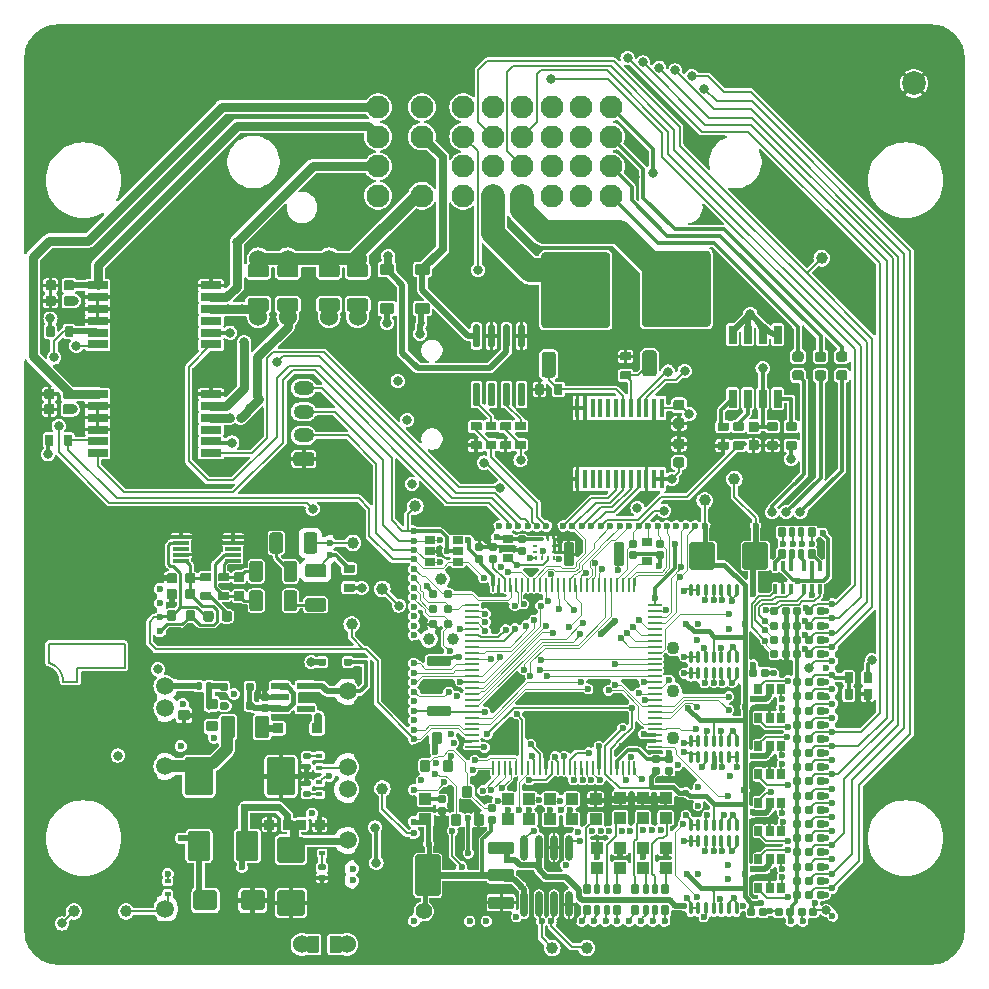
<source format=gtl>
G75*
G70*
%OFA0B0*%
%FSLAX25Y25*%
%IPPOS*%
%LPD*%
%AMOC8*
5,1,8,0,0,1.08239X$1,22.5*
%
%AMM100*
21,1,0.035430,0.030320,-0.000000,0.000000,0.000000*
21,1,0.028350,0.037400,-0.000000,0.000000,0.000000*
1,1,0.007090,0.014170,-0.015160*
1,1,0.007090,-0.014170,-0.015160*
1,1,0.007090,-0.014170,0.015160*
1,1,0.007090,0.014170,0.015160*
%
%AMM101*
21,1,0.043310,0.075980,-0.000000,0.000000,90.000000*
21,1,0.034650,0.084650,-0.000000,0.000000,90.000000*
1,1,0.008660,0.037990,0.017320*
1,1,0.008660,0.037990,-0.017320*
1,1,0.008660,-0.037990,-0.017320*
1,1,0.008660,-0.037990,0.017320*
%
%AMM102*
21,1,0.039370,0.035430,-0.000000,0.000000,90.000000*
21,1,0.031500,0.043310,-0.000000,0.000000,90.000000*
1,1,0.007870,0.017720,0.015750*
1,1,0.007870,0.017720,-0.015750*
1,1,0.007870,-0.017720,-0.015750*
1,1,0.007870,-0.017720,0.015750*
%
%AMM103*
21,1,0.027560,0.030710,-0.000000,0.000000,90.000000*
21,1,0.022050,0.036220,-0.000000,0.000000,90.000000*
1,1,0.005510,0.015350,0.011020*
1,1,0.005510,0.015350,-0.011020*
1,1,0.005510,-0.015350,-0.011020*
1,1,0.005510,-0.015350,0.011020*
%
%AMM104*
21,1,0.031500,0.072440,-0.000000,0.000000,90.000000*
21,1,0.025200,0.078740,-0.000000,0.000000,90.000000*
1,1,0.006300,0.036220,0.012600*
1,1,0.006300,0.036220,-0.012600*
1,1,0.006300,-0.036220,-0.012600*
1,1,0.006300,-0.036220,0.012600*
%
%AMM105*
21,1,0.137800,0.067720,-0.000000,0.000000,90.000000*
21,1,0.120870,0.084650,-0.000000,0.000000,90.000000*
1,1,0.016930,0.033860,0.060430*
1,1,0.016930,0.033860,-0.060430*
1,1,0.016930,-0.033860,-0.060430*
1,1,0.016930,-0.033860,0.060430*
%
%AMM106*
21,1,0.043310,0.075990,-0.000000,0.000000,90.000000*
21,1,0.034650,0.084650,-0.000000,0.000000,90.000000*
1,1,0.008660,0.037990,0.017320*
1,1,0.008660,0.037990,-0.017320*
1,1,0.008660,-0.037990,-0.017320*
1,1,0.008660,-0.037990,0.017320*
%
%AMM107*
21,1,0.086610,0.073230,-0.000000,0.000000,180.000000*
21,1,0.069290,0.090550,-0.000000,0.000000,180.000000*
1,1,0.017320,-0.034650,0.036610*
1,1,0.017320,0.034650,0.036610*
1,1,0.017320,0.034650,-0.036610*
1,1,0.017320,-0.034650,-0.036610*
%
%AMM36*
21,1,0.033470,0.026770,0.000000,0.000000,0.000000*
21,1,0.026770,0.033470,0.000000,0.000000,0.000000*
1,1,0.006690,0.013390,-0.013390*
1,1,0.006690,-0.013390,-0.013390*
1,1,0.006690,-0.013390,0.013390*
1,1,0.006690,0.013390,0.013390*
%
%AMM42*
21,1,0.035830,0.026770,0.000000,0.000000,0.000000*
21,1,0.029130,0.033470,0.000000,0.000000,0.000000*
1,1,0.006690,0.014570,-0.013390*
1,1,0.006690,-0.014570,-0.013390*
1,1,0.006690,-0.014570,0.013390*
1,1,0.006690,0.014570,0.013390*
%
%AMM44*
21,1,0.070870,0.036220,0.000000,0.000000,90.000000*
21,1,0.061810,0.045280,0.000000,0.000000,90.000000*
1,1,0.009060,0.018110,0.030910*
1,1,0.009060,0.018110,-0.030910*
1,1,0.009060,-0.018110,-0.030910*
1,1,0.009060,-0.018110,0.030910*
%
%AMM59*
21,1,0.086610,0.073230,0.000000,0.000000,270.000000*
21,1,0.069290,0.090550,0.000000,0.000000,270.000000*
1,1,0.017320,-0.036610,-0.034650*
1,1,0.017320,-0.036610,0.034650*
1,1,0.017320,0.036610,0.034650*
1,1,0.017320,0.036610,-0.034650*
%
%AMM60*
21,1,0.094490,0.111020,0.000000,0.000000,0.000000*
21,1,0.075590,0.129920,0.000000,0.000000,0.000000*
1,1,0.018900,0.037800,-0.055510*
1,1,0.018900,-0.037800,-0.055510*
1,1,0.018900,-0.037800,0.055510*
1,1,0.018900,0.037800,0.055510*
%
%AMM61*
21,1,0.074800,0.083460,0.000000,0.000000,0.000000*
21,1,0.059840,0.098430,0.000000,0.000000,0.000000*
1,1,0.014960,0.029920,-0.041730*
1,1,0.014960,-0.029920,-0.041730*
1,1,0.014960,-0.029920,0.041730*
1,1,0.014960,0.029920,0.041730*
%
%AMM62*
21,1,0.078740,0.053540,0.000000,0.000000,180.000000*
21,1,0.065350,0.066930,0.000000,0.000000,180.000000*
1,1,0.013390,-0.032680,0.026770*
1,1,0.013390,0.032680,0.026770*
1,1,0.013390,0.032680,-0.026770*
1,1,0.013390,-0.032680,-0.026770*
%
%AMM63*
21,1,0.035430,0.030320,0.000000,0.000000,90.000000*
21,1,0.028350,0.037400,0.000000,0.000000,90.000000*
1,1,0.007090,0.015160,0.014170*
1,1,0.007090,0.015160,-0.014170*
1,1,0.007090,-0.015160,-0.014170*
1,1,0.007090,-0.015160,0.014170*
%
%AMM64*
21,1,0.021650,0.052760,0.000000,0.000000,270.000000*
21,1,0.017320,0.057090,0.000000,0.000000,270.000000*
1,1,0.004330,-0.026380,-0.008660*
1,1,0.004330,-0.026380,0.008660*
1,1,0.004330,0.026380,0.008660*
1,1,0.004330,0.026380,-0.008660*
%
%AMM65*
21,1,0.015750,0.016540,0.000000,0.000000,270.000000*
21,1,0.012600,0.019680,0.000000,0.000000,270.000000*
1,1,0.003150,-0.008270,-0.006300*
1,1,0.003150,-0.008270,0.006300*
1,1,0.003150,0.008270,0.006300*
1,1,0.003150,0.008270,-0.006300*
%
%AMM66*
21,1,0.023620,0.018900,0.000000,0.000000,90.000000*
21,1,0.018900,0.023620,0.000000,0.000000,90.000000*
1,1,0.004720,0.009450,0.009450*
1,1,0.004720,0.009450,-0.009450*
1,1,0.004720,-0.009450,-0.009450*
1,1,0.004720,-0.009450,0.009450*
%
%AMM67*
21,1,0.019680,0.019680,0.000000,0.000000,0.000000*
21,1,0.015750,0.023620,0.000000,0.000000,0.000000*
1,1,0.003940,0.007870,-0.009840*
1,1,0.003940,-0.007870,-0.009840*
1,1,0.003940,-0.007870,0.009840*
1,1,0.003940,0.007870,0.009840*
%
%AMM68*
21,1,0.019680,0.019680,0.000000,0.000000,270.000000*
21,1,0.015750,0.023620,0.000000,0.000000,270.000000*
1,1,0.003940,-0.009840,-0.007870*
1,1,0.003940,-0.009840,0.007870*
1,1,0.003940,0.009840,0.007870*
1,1,0.003940,0.009840,-0.007870*
%
%AMM92*
21,1,0.025590,0.026380,-0.000000,0.000000,0.000000*
21,1,0.020470,0.031500,-0.000000,0.000000,0.000000*
1,1,0.005120,0.010240,-0.013190*
1,1,0.005120,-0.010240,-0.013190*
1,1,0.005120,-0.010240,0.013190*
1,1,0.005120,0.010240,0.013190*
%
%AMM93*
21,1,0.017720,0.027950,-0.000000,0.000000,0.000000*
21,1,0.014170,0.031500,-0.000000,0.000000,0.000000*
1,1,0.003540,0.007090,-0.013980*
1,1,0.003540,-0.007090,-0.013980*
1,1,0.003540,-0.007090,0.013980*
1,1,0.003540,0.007090,0.013980*
%
%AMM94*
21,1,0.012600,0.028980,-0.000000,0.000000,180.000000*
21,1,0.010080,0.031500,-0.000000,0.000000,180.000000*
1,1,0.002520,-0.005040,0.014490*
1,1,0.002520,0.005040,0.014490*
1,1,0.002520,0.005040,-0.014490*
1,1,0.002520,-0.005040,-0.014490*
%
%AMM95*
21,1,0.023620,0.030710,-0.000000,0.000000,270.000000*
21,1,0.018900,0.035430,-0.000000,0.000000,270.000000*
1,1,0.004720,-0.015350,-0.009450*
1,1,0.004720,-0.015350,0.009450*
1,1,0.004720,0.015350,0.009450*
1,1,0.004720,0.015350,-0.009450*
%
%AMM96*
21,1,0.027560,0.018900,-0.000000,0.000000,180.000000*
21,1,0.022840,0.023620,-0.000000,0.000000,180.000000*
1,1,0.004720,-0.011420,0.009450*
1,1,0.004720,0.011420,0.009450*
1,1,0.004720,0.011420,-0.009450*
1,1,0.004720,-0.011420,-0.009450*
%
%AMM97*
21,1,0.031500,0.072440,-0.000000,0.000000,180.000000*
21,1,0.025200,0.078740,-0.000000,0.000000,180.000000*
1,1,0.006300,-0.012600,0.036220*
1,1,0.006300,0.012600,0.036220*
1,1,0.006300,0.012600,-0.036220*
1,1,0.006300,-0.012600,-0.036220*
%
%AMM98*
21,1,0.027560,0.018900,-0.000000,0.000000,270.000000*
21,1,0.022840,0.023620,-0.000000,0.000000,270.000000*
1,1,0.004720,-0.009450,-0.011420*
1,1,0.004720,-0.009450,0.011420*
1,1,0.004720,0.009450,0.011420*
1,1,0.004720,0.009450,-0.011420*
%
%AMM99*
21,1,0.023620,0.030710,-0.000000,0.000000,0.000000*
21,1,0.018900,0.035430,-0.000000,0.000000,0.000000*
1,1,0.004720,0.009450,-0.015350*
1,1,0.004720,-0.009450,-0.015350*
1,1,0.004720,-0.009450,0.015350*
1,1,0.004720,0.009450,0.015350*
%
%ADD10C,0.00787*%
%ADD100C,0.01575*%
%ADD101C,0.01260*%
%ADD102C,0.04331*%
%ADD103C,0.03900*%
%ADD104C,0.05512*%
%ADD11C,0.03937*%
%ADD12C,0.06000*%
%ADD13R,0.02559X0.06004*%
%ADD137M36*%
%ADD14R,0.01575X0.06496*%
%ADD146M42*%
%ADD15R,0.06890X0.02559*%
%ADD151M44*%
%ADD16R,0.16929X0.31102*%
%ADD17O,0.06890X0.04724*%
%ADD172R,0.05512X0.01181*%
%ADD174M59*%
%ADD175M60*%
%ADD176M61*%
%ADD177M62*%
%ADD178M63*%
%ADD179M64*%
%ADD18C,0.02362*%
%ADD180M65*%
%ADD181M66*%
%ADD182M67*%
%ADD183M68*%
%ADD184O,0.00787X0.40158*%
%ADD19R,0.14567X0.00787*%
%ADD20R,0.01575X0.00787*%
%ADD21R,0.06299X0.00787*%
%ADD212M92*%
%ADD213M93*%
%ADD214M94*%
%ADD215O,0.01181X0.04331*%
%ADD216M95*%
%ADD217M96*%
%ADD218M97*%
%ADD219M98*%
%ADD22R,0.38189X0.00787*%
%ADD220M99*%
%ADD221M100*%
%ADD222O,0.02362X0.08661*%
%ADD223M101*%
%ADD224M102*%
%ADD225M103*%
%ADD226M104*%
%ADD227M105*%
%ADD228M106*%
%ADD229M107*%
%ADD23R,0.09055X0.00787*%
%ADD24R,0.00787X0.05512*%
%ADD25R,0.00787X0.25197*%
%ADD26R,0.00787X0.06693*%
%ADD27R,0.00787X0.12992*%
%ADD28R,0.27559X0.00787*%
%ADD29R,0.12992X0.00787*%
%ADD30R,0.24803X0.00787*%
%ADD31C,0.07677*%
%ADD32R,0.00984X0.24350*%
%ADD33R,0.00984X0.04390*%
%ADD34R,0.56201X0.00984*%
%ADD35R,0.59449X0.00984*%
%ADD36R,0.00984X0.20374*%
%ADD37C,0.07874*%
%ADD38C,0.05906*%
%ADD39O,0.00787X0.12992*%
%ADD40O,0.00787X0.40157*%
%ADD41O,0.00787X0.01181*%
%ADD42O,0.66929X0.00787*%
%ADD43O,0.60630X0.00787*%
%ADD44O,0.00787X0.18898*%
%ADD45O,0.00787X0.10236*%
%ADD46O,0.00787X0.03937*%
%ADD47O,0.00787X0.05906*%
%ADD48C,0.03150*%
%ADD49C,0.01969*%
%ADD50C,0.00591*%
%ADD51C,0.01181*%
%ADD52C,0.02756*%
%ADD57C,0.00984*%
%ADD65C,0.01968*%
%ADD79O,0.04724X0.00866*%
%ADD80O,0.00866X0.04724*%
%ADD84R,0.01378X0.00984*%
%ADD85R,0.00984X0.01378*%
%ADD98C,0.03100*%
%ADD99C,0.00492*%
X0000000Y0000000D02*
%LPD*%
G01*
D10*
X0008952Y0107655D02*
X0008952Y0101355D01*
X0018401Y0099781D02*
X0034149Y0099781D01*
X0018401Y0095056D02*
X0013676Y0095056D01*
X0018401Y0095056D02*
X0018401Y0099781D01*
X0034149Y0107655D02*
X0008952Y0107655D01*
X0034149Y0099781D02*
X0034149Y0107655D01*
X0008952Y0101355D02*
G75*
G02*
X0013676Y0095056I-001508J-006052D01*
G01*
G36*
G01*
X0152874Y0172533D02*
X0149803Y0172533D01*
G75*
G02*
X0149528Y0172809I0000000J0000276D01*
G01*
X0149528Y0175013D01*
G75*
G02*
X0149803Y0175289I0000276J0000000D01*
G01*
X0152874Y0175289D01*
G75*
G02*
X0153150Y0175013I0000000J-000276D01*
G01*
X0153150Y0172809D01*
G75*
G02*
X0152874Y0172533I-000276J0000000D01*
G01*
G37*
G36*
G01*
X0152874Y0178832D02*
X0149803Y0178832D01*
G75*
G02*
X0149528Y0179108I0000000J0000276D01*
G01*
X0149528Y0181313D01*
G75*
G02*
X0149803Y0181588I0000276J0000000D01*
G01*
X0152874Y0181588D01*
G75*
G02*
X0153150Y0181313I0000000J-000276D01*
G01*
X0153150Y0179108D01*
G75*
G02*
X0152874Y0178832I-000276J0000000D01*
G01*
G37*
D11*
X0110236Y0141339D03*
G36*
G01*
X0245157Y0172185D02*
X0242480Y0172185D01*
G75*
G02*
X0242146Y0172520I0000000J0000335D01*
G01*
X0242146Y0175197D01*
G75*
G02*
X0242480Y0175531I0000335J0000000D01*
G01*
X0245157Y0175531D01*
G75*
G02*
X0245492Y0175197I0000000J-000335D01*
G01*
X0245492Y0172520D01*
G75*
G02*
X0245157Y0172185I-000335J0000000D01*
G01*
G37*
G36*
G01*
X0245157Y0178406D02*
X0242480Y0178406D01*
G75*
G02*
X0242146Y0178740I0000000J0000335D01*
G01*
X0242146Y0181417D01*
G75*
G02*
X0242480Y0181752I0000335J0000000D01*
G01*
X0245157Y0181752D01*
G75*
G02*
X0245492Y0181417I0000000J-000335D01*
G01*
X0245492Y0178740D01*
G75*
G02*
X0245157Y0178406I-000335J0000000D01*
G01*
G37*
G36*
G01*
X0007461Y0189606D02*
X0007461Y0192283D01*
G75*
G02*
X0007795Y0192618I0000335J0000000D01*
G01*
X0010472Y0192618D01*
G75*
G02*
X0010807Y0192283I0000000J-000335D01*
G01*
X0010807Y0189606D01*
G75*
G02*
X0010472Y0189272I-000335J0000000D01*
G01*
X0007795Y0189272D01*
G75*
G02*
X0007461Y0189606I0000000J0000335D01*
G01*
G37*
G36*
G01*
X0013681Y0189606D02*
X0013681Y0192283D01*
G75*
G02*
X0014016Y0192618I0000335J0000000D01*
G01*
X0016693Y0192618D01*
G75*
G02*
X0017028Y0192283I0000000J-000335D01*
G01*
X0017028Y0189606D01*
G75*
G02*
X0016693Y0189272I-000335J0000000D01*
G01*
X0014016Y0189272D01*
G75*
G02*
X0013681Y0189606I0000000J0000335D01*
G01*
G37*
G36*
G01*
X0283268Y0092480D02*
X0283268Y0089409D01*
G75*
G02*
X0282992Y0089134I-000276J0000000D01*
G01*
X0280787Y0089134D01*
G75*
G02*
X0280512Y0089409I0000000J0000276D01*
G01*
X0280512Y0092480D01*
G75*
G02*
X0280787Y0092756I0000276J0000000D01*
G01*
X0282992Y0092756D01*
G75*
G02*
X0283268Y0092480I0000000J-000276D01*
G01*
G37*
G36*
G01*
X0276969Y0092480D02*
X0276969Y0089409D01*
G75*
G02*
X0276693Y0089134I-000276J0000000D01*
G01*
X0274488Y0089134D01*
G75*
G02*
X0274213Y0089409I0000000J0000276D01*
G01*
X0274213Y0092480D01*
G75*
G02*
X0274488Y0092756I0000276J0000000D01*
G01*
X0276693Y0092756D01*
G75*
G02*
X0276969Y0092480I0000000J-000276D01*
G01*
G37*
D12*
X0111811Y0236024D03*
G36*
G01*
X0108268Y0230728D02*
X0108268Y0233445D01*
G75*
G02*
X0109173Y0234350I0000906J0000000D01*
G01*
X0114449Y0234350D01*
G75*
G02*
X0115354Y0233445I0000000J-000906D01*
G01*
X0115354Y0230728D01*
G75*
G02*
X0114449Y0229823I-000906J0000000D01*
G01*
X0109173Y0229823D01*
G75*
G02*
X0108268Y0230728I0000000J0000906D01*
G01*
G37*
G36*
G01*
X0108268Y0219311D02*
X0108268Y0222028D01*
G75*
G02*
X0109173Y0222933I0000906J0000000D01*
G01*
X0114449Y0222933D01*
G75*
G02*
X0115354Y0222028I0000000J-000906D01*
G01*
X0115354Y0219311D01*
G75*
G02*
X0114449Y0218405I-000906J0000000D01*
G01*
X0109173Y0218405D01*
G75*
G02*
X0108268Y0219311I0000000J0000906D01*
G01*
G37*
X0111811Y0216732D03*
D11*
X0017323Y0018504D03*
G36*
G01*
X0219882Y0179429D02*
X0217913Y0179429D01*
G75*
G02*
X0217028Y0180315I0000000J0000886D01*
G01*
X0217028Y0182087D01*
G75*
G02*
X0217913Y0182972I0000886J0000000D01*
G01*
X0219882Y0182972D01*
G75*
G02*
X0220768Y0182087I0000000J-000886D01*
G01*
X0220768Y0180315D01*
G75*
G02*
X0219882Y0179429I-000886J0000000D01*
G01*
G37*
G36*
G01*
X0219882Y0185531D02*
X0217913Y0185531D01*
G75*
G02*
X0217028Y0186417I0000000J0000886D01*
G01*
X0217028Y0188189D01*
G75*
G02*
X0217913Y0189075I0000886J0000000D01*
G01*
X0219882Y0189075D01*
G75*
G02*
X0220768Y0188189I0000000J-000886D01*
G01*
X0220768Y0186417D01*
G75*
G02*
X0219882Y0185531I-000886J0000000D01*
G01*
G37*
D13*
X0236850Y0189421D03*
X0241850Y0189421D03*
X0246850Y0189421D03*
X0251850Y0189421D03*
X0251850Y0210776D03*
X0246850Y0210776D03*
X0241850Y0210776D03*
X0236850Y0210776D03*
G36*
G01*
X0016732Y0177126D02*
X0016732Y0174055D01*
G75*
G02*
X0016457Y0173780I-000276J0000000D01*
G01*
X0014252Y0173780D01*
G75*
G02*
X0013976Y0174055I0000000J0000276D01*
G01*
X0013976Y0177126D01*
G75*
G02*
X0014252Y0177402I0000276J0000000D01*
G01*
X0016457Y0177402D01*
G75*
G02*
X0016732Y0177126I0000000J-000276D01*
G01*
G37*
G36*
G01*
X0010433Y0177126D02*
X0010433Y0174055D01*
G75*
G02*
X0010157Y0173780I-000276J0000000D01*
G01*
X0007953Y0173780D01*
G75*
G02*
X0007677Y0174055I0000000J0000276D01*
G01*
X0007677Y0177126D01*
G75*
G02*
X0007953Y0177402I0000276J0000000D01*
G01*
X0010157Y0177402D01*
G75*
G02*
X0010433Y0177126I0000000J-000276D01*
G01*
G37*
G36*
G01*
X0007854Y0225827D02*
X0007854Y0228504D01*
G75*
G02*
X0008189Y0228839I0000335J0000000D01*
G01*
X0010866Y0228839D01*
G75*
G02*
X0011201Y0228504I0000000J-000335D01*
G01*
X0011201Y0225827D01*
G75*
G02*
X0010866Y0225492I-000335J0000000D01*
G01*
X0008189Y0225492D01*
G75*
G02*
X0007854Y0225827I0000000J0000335D01*
G01*
G37*
G36*
G01*
X0014075Y0225827D02*
X0014075Y0228504D01*
G75*
G02*
X0014409Y0228839I0000335J0000000D01*
G01*
X0017087Y0228839D01*
G75*
G02*
X0017421Y0228504I0000000J-000335D01*
G01*
X0017421Y0225827D01*
G75*
G02*
X0017087Y0225492I-000335J0000000D01*
G01*
X0014409Y0225492D01*
G75*
G02*
X0014075Y0225827I0000000J0000335D01*
G01*
G37*
G36*
G01*
X0274213Y0094921D02*
X0274213Y0097992D01*
G75*
G02*
X0274488Y0098268I0000276J0000000D01*
G01*
X0276693Y0098268D01*
G75*
G02*
X0276969Y0097992I0000000J-000276D01*
G01*
X0276969Y0094921D01*
G75*
G02*
X0276693Y0094646I-000276J0000000D01*
G01*
X0274488Y0094646D01*
G75*
G02*
X0274213Y0094921I0000000J0000276D01*
G01*
G37*
G36*
G01*
X0280512Y0094921D02*
X0280512Y0097992D01*
G75*
G02*
X0280787Y0098268I0000276J0000000D01*
G01*
X0282992Y0098268D01*
G75*
G02*
X0283268Y0097992I0000000J-000276D01*
G01*
X0283268Y0094921D01*
G75*
G02*
X0282992Y0094646I-000276J0000000D01*
G01*
X0280787Y0094646D01*
G75*
G02*
X0280512Y0094921I0000000J0000276D01*
G01*
G37*
G36*
G01*
X0176949Y0196457D02*
X0174193Y0196457D01*
G75*
G02*
X0173209Y0197441I0000000J0000984D01*
G01*
X0173209Y0204134D01*
G75*
G02*
X0174193Y0205118I0000984J0000000D01*
G01*
X0176949Y0205118D01*
G75*
G02*
X0177933Y0204134I0000000J-000984D01*
G01*
X0177933Y0197441D01*
G75*
G02*
X0176949Y0196457I-000984J0000000D01*
G01*
G37*
G36*
G01*
X0182972Y0212992D02*
X0174114Y0212992D01*
G75*
G02*
X0173130Y0213976I0000000J0000984D01*
G01*
X0173130Y0224016D01*
G75*
G02*
X0174114Y0225000I0000984J0000000D01*
G01*
X0182972Y0225000D01*
G75*
G02*
X0183957Y0224016I0000000J-000984D01*
G01*
X0183957Y0213976D01*
G75*
G02*
X0182972Y0212992I-000984J0000000D01*
G01*
G37*
G36*
G01*
X0194980Y0212992D02*
X0186122Y0212992D01*
G75*
G02*
X0185138Y0213976I0000000J0000984D01*
G01*
X0185138Y0224016D01*
G75*
G02*
X0186122Y0225000I0000984J0000000D01*
G01*
X0194980Y0225000D01*
G75*
G02*
X0195965Y0224016I0000000J-000984D01*
G01*
X0195965Y0213976D01*
G75*
G02*
X0194980Y0212992I-000984J0000000D01*
G01*
G37*
G36*
G01*
X0194980Y0212992D02*
X0174114Y0212992D01*
G75*
G02*
X0173130Y0213976I0000000J0000984D01*
G01*
X0173130Y0237205D01*
G75*
G02*
X0174114Y0238189I0000984J0000000D01*
G01*
X0194980Y0238189D01*
G75*
G02*
X0195965Y0237205I0000000J-000984D01*
G01*
X0195965Y0213976D01*
G75*
G02*
X0194980Y0212992I-000984J0000000D01*
G01*
G37*
G36*
G01*
X0182972Y0226181D02*
X0174114Y0226181D01*
G75*
G02*
X0173130Y0227165I0000000J0000984D01*
G01*
X0173130Y0237205D01*
G75*
G02*
X0174114Y0238189I0000984J0000000D01*
G01*
X0182972Y0238189D01*
G75*
G02*
X0183957Y0237205I0000000J-000984D01*
G01*
X0183957Y0227165D01*
G75*
G02*
X0182972Y0226181I-000984J0000000D01*
G01*
G37*
G36*
G01*
X0194980Y0226181D02*
X0186122Y0226181D01*
G75*
G02*
X0185138Y0227165I0000000J0000984D01*
G01*
X0185138Y0237205D01*
G75*
G02*
X0186122Y0238189I0000984J0000000D01*
G01*
X0194980Y0238189D01*
G75*
G02*
X0195965Y0237205I0000000J-000984D01*
G01*
X0195965Y0227165D01*
G75*
G02*
X0194980Y0226181I-000984J0000000D01*
G01*
G37*
G36*
G01*
X0194902Y0196457D02*
X0192146Y0196457D01*
G75*
G02*
X0191161Y0197441I0000000J0000984D01*
G01*
X0191161Y0204134D01*
G75*
G02*
X0192146Y0205118I0000984J0000000D01*
G01*
X0194902Y0205118D01*
G75*
G02*
X0195886Y0204134I0000000J-000984D01*
G01*
X0195886Y0197441D01*
G75*
G02*
X0194902Y0196457I-000984J0000000D01*
G01*
G37*
D14*
X0213189Y0186378D03*
X0210630Y0186378D03*
X0208071Y0186378D03*
X0205512Y0186378D03*
X0202953Y0186378D03*
X0200394Y0186378D03*
X0197874Y0186378D03*
X0195276Y0186378D03*
X0192717Y0186378D03*
X0190157Y0186378D03*
X0187598Y0186378D03*
X0185079Y0186378D03*
X0185079Y0162598D03*
X0187598Y0162598D03*
X0190157Y0162598D03*
X0192717Y0162598D03*
X0195276Y0162598D03*
X0197874Y0162598D03*
X0200394Y0162598D03*
X0202953Y0162598D03*
X0205512Y0162598D03*
X0208071Y0162598D03*
X0210630Y0162598D03*
X0213189Y0162598D03*
D11*
X0034646Y0018504D03*
D15*
X0062992Y0171260D03*
X0062992Y0175197D03*
X0062992Y0179134D03*
X0062992Y0183071D03*
X0062992Y0187008D03*
X0062992Y0190945D03*
X0025197Y0190945D03*
X0025197Y0187008D03*
X0025197Y0183071D03*
X0025197Y0179134D03*
X0025197Y0175197D03*
X0025197Y0171260D03*
D16*
X0044094Y0181102D03*
G36*
G01*
X0109600Y0100443D02*
X0107711Y0100443D01*
G75*
G02*
X0107474Y0100679I0000000J0000236D01*
G01*
X0107474Y0102569D01*
G75*
G02*
X0107711Y0102805I0000236J0000000D01*
G01*
X0109600Y0102805D01*
G75*
G02*
X0109837Y0102569I0000000J-000236D01*
G01*
X0109837Y0100679D01*
G75*
G02*
X0109600Y0100443I-000236J0000000D01*
G01*
G37*
G36*
G01*
X0100939Y0100443D02*
X0099049Y0100443D01*
G75*
G02*
X0098813Y0100679I0000000J0000236D01*
G01*
X0098813Y0102569D01*
G75*
G02*
X0099049Y0102805I0000236J0000000D01*
G01*
X0100939Y0102805D01*
G75*
G02*
X0101175Y0102569I0000000J-000236D01*
G01*
X0101175Y0100679D01*
G75*
G02*
X0100939Y0100443I-000236J0000000D01*
G01*
G37*
G36*
G01*
X0171063Y0190984D02*
X0171063Y0194055D01*
G75*
G02*
X0171339Y0194331I0000276J0000000D01*
G01*
X0173543Y0194331D01*
G75*
G02*
X0173819Y0194055I0000000J-000276D01*
G01*
X0173819Y0190984D01*
G75*
G02*
X0173543Y0190709I-000276J0000000D01*
G01*
X0171339Y0190709D01*
G75*
G02*
X0171063Y0190984I0000000J0000276D01*
G01*
G37*
G36*
G01*
X0177362Y0190984D02*
X0177362Y0194055D01*
G75*
G02*
X0177638Y0194331I0000276J0000000D01*
G01*
X0179843Y0194331D01*
G75*
G02*
X0180118Y0194055I0000000J-000276D01*
G01*
X0180118Y0190984D01*
G75*
G02*
X0179843Y0190709I-000276J0000000D01*
G01*
X0177638Y0190709D01*
G75*
G02*
X0177362Y0190984I0000000J0000276D01*
G01*
G37*
D11*
X0227559Y0155512D03*
G36*
G01*
X0007461Y0184488D02*
X0007461Y0187165D01*
G75*
G02*
X0007795Y0187500I0000335J0000000D01*
G01*
X0010472Y0187500D01*
G75*
G02*
X0010807Y0187165I0000000J-000335D01*
G01*
X0010807Y0184488D01*
G75*
G02*
X0010472Y0184154I-000335J0000000D01*
G01*
X0007795Y0184154D01*
G75*
G02*
X0007461Y0184488I0000000J0000335D01*
G01*
G37*
G36*
G01*
X0013681Y0184488D02*
X0013681Y0187165D01*
G75*
G02*
X0014016Y0187500I0000335J0000000D01*
G01*
X0016693Y0187500D01*
G75*
G02*
X0017028Y0187165I0000000J-000335D01*
G01*
X0017028Y0184488D01*
G75*
G02*
X0016693Y0184154I-000335J0000000D01*
G01*
X0014016Y0184154D01*
G75*
G02*
X0013681Y0184488I0000000J0000335D01*
G01*
G37*
G36*
G01*
X0110591Y0125000D02*
X0107520Y0125000D01*
G75*
G02*
X0107244Y0125276I0000000J0000276D01*
G01*
X0107244Y0127480D01*
G75*
G02*
X0107520Y0127756I0000276J0000000D01*
G01*
X0110591Y0127756D01*
G75*
G02*
X0110866Y0127480I0000000J-000276D01*
G01*
X0110866Y0125276D01*
G75*
G02*
X0110591Y0125000I-000276J0000000D01*
G01*
G37*
G36*
G01*
X0110591Y0131299D02*
X0107520Y0131299D01*
G75*
G02*
X0107244Y0131575I0000000J0000276D01*
G01*
X0107244Y0133780D01*
G75*
G02*
X0107520Y0134055I0000276J0000000D01*
G01*
X0110591Y0134055D01*
G75*
G02*
X0110866Y0133780I0000000J-000276D01*
G01*
X0110866Y0131575D01*
G75*
G02*
X0110591Y0131299I-000276J0000000D01*
G01*
G37*
G36*
G01*
X0096358Y0166929D02*
X0091437Y0166929D01*
G75*
G02*
X0090453Y0167913I0000000J0000984D01*
G01*
X0090453Y0170669D01*
G75*
G02*
X0091437Y0171654I0000984J0000000D01*
G01*
X0096358Y0171654D01*
G75*
G02*
X0097343Y0170669I0000000J-000984D01*
G01*
X0097343Y0167913D01*
G75*
G02*
X0096358Y0166929I-000984J0000000D01*
G01*
G37*
D17*
X0093898Y0177165D03*
X0093898Y0185039D03*
X0093898Y0192913D03*
D18*
X0244488Y0146850D03*
X0227559Y0146850D03*
X0224409Y0146850D03*
X0221260Y0146850D03*
X0218110Y0146850D03*
X0214961Y0146850D03*
X0211811Y0146850D03*
X0208661Y0146850D03*
X0205512Y0146850D03*
X0202362Y0146850D03*
X0199213Y0146850D03*
X0196063Y0146850D03*
X0192913Y0146850D03*
X0189764Y0146850D03*
X0186614Y0146850D03*
X0183465Y0146850D03*
X0180315Y0146850D03*
X0174803Y0146850D03*
X0171654Y0146850D03*
X0168504Y0146850D03*
X0165354Y0146850D03*
X0162205Y0146850D03*
X0159055Y0146850D03*
D19*
X0139961Y0014567D03*
D20*
X0151968Y0014567D03*
D19*
X0163976Y0014567D03*
D21*
X0181496Y0014567D03*
D22*
X0235236Y0014567D03*
D23*
X0266732Y0014567D03*
D24*
X0270866Y0021654D03*
D25*
X0129921Y0029921D03*
D26*
X0129921Y0053740D03*
D27*
X0129921Y0067520D03*
D24*
X0129921Y0105906D03*
D25*
X0270866Y0135433D03*
D28*
X0143307Y0147638D03*
D20*
X0177559Y0147638D03*
D29*
X0236024Y0147638D03*
D30*
X0258858Y0147638D03*
D18*
X0130709Y0145276D03*
X0130709Y0142126D03*
X0130709Y0138976D03*
X0130709Y0135827D03*
X0130709Y0132677D03*
X0130709Y0129528D03*
X0130709Y0126378D03*
X0130709Y0123228D03*
X0130709Y0120079D03*
X0130709Y0116929D03*
X0130709Y0113780D03*
X0130709Y0110630D03*
X0130709Y0101181D03*
X0130709Y0098031D03*
X0130709Y0094882D03*
X0130709Y0091732D03*
X0130709Y0088583D03*
X0130709Y0085433D03*
X0130709Y0082283D03*
X0130709Y0079134D03*
X0130709Y0075984D03*
X0130709Y0059055D03*
X0130709Y0048425D03*
X0130709Y0044488D03*
X0130709Y0015354D03*
X0270079Y0120866D03*
X0270079Y0116142D03*
X0270079Y0111417D03*
X0270079Y0106693D03*
X0270079Y0101969D03*
X0270079Y0097244D03*
X0270079Y0092520D03*
X0270079Y0087795D03*
X0270079Y0083071D03*
X0270079Y0078346D03*
X0270079Y0073622D03*
X0270079Y0068898D03*
X0270079Y0064173D03*
X0270079Y0059449D03*
X0270079Y0054724D03*
X0270079Y0050000D03*
X0270079Y0045276D03*
X0270079Y0040551D03*
X0270079Y0035827D03*
X0270079Y0031102D03*
X0270079Y0026378D03*
X0270079Y0016929D03*
X0260236Y0015354D03*
X0256299Y0015354D03*
X0214173Y0015354D03*
X0210236Y0015354D03*
X0206299Y0015354D03*
X0202362Y0015354D03*
X0198425Y0015354D03*
X0194488Y0015354D03*
X0190551Y0015354D03*
X0186614Y0015354D03*
X0176378Y0015354D03*
X0173228Y0015354D03*
X0154724Y0015354D03*
X0149213Y0015354D03*
G36*
G01*
X0199646Y0204921D02*
X0202717Y0204921D01*
G75*
G02*
X0202992Y0204646I0000000J-000276D01*
G01*
X0202992Y0202441D01*
G75*
G02*
X0202717Y0202165I-000276J0000000D01*
G01*
X0199646Y0202165D01*
G75*
G02*
X0199370Y0202441I0000000J0000276D01*
G01*
X0199370Y0204646D01*
G75*
G02*
X0199646Y0204921I0000276J0000000D01*
G01*
G37*
G36*
G01*
X0199646Y0198622D02*
X0202717Y0198622D01*
G75*
G02*
X0202992Y0198346I0000000J-000276D01*
G01*
X0202992Y0196142D01*
G75*
G02*
X0202717Y0195866I-000276J0000000D01*
G01*
X0199646Y0195866D01*
G75*
G02*
X0199370Y0196142I0000000J0000276D01*
G01*
X0199370Y0198346D01*
G75*
G02*
X0199646Y0198622I0000276J0000000D01*
G01*
G37*
D11*
X0109843Y0114173D03*
G36*
G01*
X0235256Y0172343D02*
X0232185Y0172343D01*
G75*
G02*
X0231909Y0172618I0000000J0000276D01*
G01*
X0231909Y0174823D01*
G75*
G02*
X0232185Y0175098I0000276J0000000D01*
G01*
X0235256Y0175098D01*
G75*
G02*
X0235531Y0174823I0000000J-000276D01*
G01*
X0235531Y0172618D01*
G75*
G02*
X0235256Y0172343I-000276J0000000D01*
G01*
G37*
G36*
G01*
X0235256Y0178642D02*
X0232185Y0178642D01*
G75*
G02*
X0231909Y0178917I0000000J0000276D01*
G01*
X0231909Y0181122D01*
G75*
G02*
X0232185Y0181398I0000276J0000000D01*
G01*
X0235256Y0181398D01*
G75*
G02*
X0235531Y0181122I0000000J-000276D01*
G01*
X0235531Y0178917D01*
G75*
G02*
X0235256Y0178642I-000276J0000000D01*
G01*
G37*
G36*
G01*
X0154764Y0181693D02*
X0157835Y0181693D01*
G75*
G02*
X0158110Y0181417I0000000J-000276D01*
G01*
X0158110Y0179213D01*
G75*
G02*
X0157835Y0178937I-000276J0000000D01*
G01*
X0154764Y0178937D01*
G75*
G02*
X0154488Y0179213I0000000J0000276D01*
G01*
X0154488Y0181417D01*
G75*
G02*
X0154764Y0181693I0000276J0000000D01*
G01*
G37*
G36*
G01*
X0154764Y0175394D02*
X0157835Y0175394D01*
G75*
G02*
X0158110Y0175118I0000000J-000276D01*
G01*
X0158110Y0172913D01*
G75*
G02*
X0157835Y0172638I-000276J0000000D01*
G01*
X0154764Y0172638D01*
G75*
G02*
X0154488Y0172913I0000000J0000276D01*
G01*
X0154488Y0175118D01*
G75*
G02*
X0154764Y0175394I0000276J0000000D01*
G01*
G37*
X0120079Y0125984D03*
D31*
X0196260Y0257087D03*
X0196260Y0266929D03*
X0196260Y0276772D03*
X0196260Y0286614D03*
X0186417Y0257087D03*
X0186417Y0266929D03*
X0186417Y0276772D03*
X0186417Y0286614D03*
X0176575Y0257087D03*
X0176575Y0266929D03*
X0176575Y0276772D03*
X0176575Y0286614D03*
X0166732Y0257087D03*
X0166732Y0266929D03*
X0166732Y0276772D03*
X0166732Y0286614D03*
X0156890Y0257087D03*
X0156890Y0266929D03*
X0156890Y0276772D03*
X0156890Y0286614D03*
X0147047Y0257087D03*
X0147047Y0266929D03*
X0147047Y0276772D03*
X0147047Y0286614D03*
X0133268Y0257087D03*
X0133268Y0266929D03*
X0133268Y0276772D03*
X0133268Y0286614D03*
X0118701Y0257087D03*
X0118701Y0266929D03*
X0118701Y0276772D03*
X0118701Y0286614D03*
D15*
X0062992Y0207480D03*
X0062992Y0211417D03*
X0062992Y0215354D03*
X0062992Y0219291D03*
X0062992Y0223228D03*
X0062992Y0227165D03*
X0025197Y0227165D03*
X0025197Y0223228D03*
X0025197Y0219291D03*
X0025197Y0215354D03*
X0025197Y0211417D03*
X0025197Y0207480D03*
D16*
X0044094Y0217323D03*
D11*
X0188189Y0006299D03*
X0176772Y0006299D03*
X0266535Y0236220D03*
G36*
G01*
X0265133Y0205118D02*
X0267151Y0205118D01*
G75*
G02*
X0268012Y0204257I0000000J-000861D01*
G01*
X0268012Y0202534D01*
G75*
G02*
X0267151Y0201673I-000861J0000000D01*
G01*
X0265133Y0201673D01*
G75*
G02*
X0264272Y0202534I0000000J0000861D01*
G01*
X0264272Y0204257D01*
G75*
G02*
X0265133Y0205118I0000861J0000000D01*
G01*
G37*
G36*
G01*
X0265133Y0198917D02*
X0267151Y0198917D01*
G75*
G02*
X0268012Y0198056I0000000J-000861D01*
G01*
X0268012Y0196334D01*
G75*
G02*
X0267151Y0195472I-000861J0000000D01*
G01*
X0265133Y0195472D01*
G75*
G02*
X0264272Y0196334I0000000J0000861D01*
G01*
X0264272Y0198056D01*
G75*
G02*
X0265133Y0198917I0000861J0000000D01*
G01*
G37*
G36*
G01*
X0152047Y0187008D02*
X0150866Y0187008D01*
G75*
G02*
X0150276Y0187598I0000000J0000591D01*
G01*
X0150276Y0194094D01*
G75*
G02*
X0150866Y0194685I0000591J0000000D01*
G01*
X0152047Y0194685D01*
G75*
G02*
X0152638Y0194094I0000000J-000591D01*
G01*
X0152638Y0187598D01*
G75*
G02*
X0152047Y0187008I-000591J0000000D01*
G01*
G37*
G36*
G01*
X0157047Y0187008D02*
X0155866Y0187008D01*
G75*
G02*
X0155276Y0187598I0000000J0000591D01*
G01*
X0155276Y0194094D01*
G75*
G02*
X0155866Y0194685I0000591J0000000D01*
G01*
X0157047Y0194685D01*
G75*
G02*
X0157638Y0194094I0000000J-000591D01*
G01*
X0157638Y0187598D01*
G75*
G02*
X0157047Y0187008I-000591J0000000D01*
G01*
G37*
G36*
G01*
X0162047Y0187008D02*
X0160866Y0187008D01*
G75*
G02*
X0160276Y0187598I0000000J0000591D01*
G01*
X0160276Y0194094D01*
G75*
G02*
X0160866Y0194685I0000591J0000000D01*
G01*
X0162047Y0194685D01*
G75*
G02*
X0162638Y0194094I0000000J-000591D01*
G01*
X0162638Y0187598D01*
G75*
G02*
X0162047Y0187008I-000591J0000000D01*
G01*
G37*
G36*
G01*
X0167047Y0187008D02*
X0165866Y0187008D01*
G75*
G02*
X0165276Y0187598I0000000J0000591D01*
G01*
X0165276Y0194094D01*
G75*
G02*
X0165866Y0194685I0000591J0000000D01*
G01*
X0167047Y0194685D01*
G75*
G02*
X0167638Y0194094I0000000J-000591D01*
G01*
X0167638Y0187598D01*
G75*
G02*
X0167047Y0187008I-000591J0000000D01*
G01*
G37*
G36*
G01*
X0167047Y0206496D02*
X0165866Y0206496D01*
G75*
G02*
X0165276Y0207087I0000000J0000591D01*
G01*
X0165276Y0213583D01*
G75*
G02*
X0165866Y0214173I0000591J0000000D01*
G01*
X0167047Y0214173D01*
G75*
G02*
X0167638Y0213583I0000000J-000591D01*
G01*
X0167638Y0207087D01*
G75*
G02*
X0167047Y0206496I-000591J0000000D01*
G01*
G37*
G36*
G01*
X0162047Y0206496D02*
X0160866Y0206496D01*
G75*
G02*
X0160276Y0207087I0000000J0000591D01*
G01*
X0160276Y0213583D01*
G75*
G02*
X0160866Y0214173I0000591J0000000D01*
G01*
X0162047Y0214173D01*
G75*
G02*
X0162638Y0213583I0000000J-000591D01*
G01*
X0162638Y0207087D01*
G75*
G02*
X0162047Y0206496I-000591J0000000D01*
G01*
G37*
G36*
G01*
X0157047Y0206496D02*
X0155866Y0206496D01*
G75*
G02*
X0155276Y0207087I0000000J0000591D01*
G01*
X0155276Y0213583D01*
G75*
G02*
X0155866Y0214173I0000591J0000000D01*
G01*
X0157047Y0214173D01*
G75*
G02*
X0157638Y0213583I0000000J-000591D01*
G01*
X0157638Y0207087D01*
G75*
G02*
X0157047Y0206496I-000591J0000000D01*
G01*
G37*
G36*
G01*
X0152047Y0206496D02*
X0150866Y0206496D01*
G75*
G02*
X0150276Y0207087I0000000J0000591D01*
G01*
X0150276Y0213583D01*
G75*
G02*
X0150866Y0214173I0000591J0000000D01*
G01*
X0152047Y0214173D01*
G75*
G02*
X0152638Y0213583I0000000J-000591D01*
G01*
X0152638Y0207087D01*
G75*
G02*
X0152047Y0206496I-000591J0000000D01*
G01*
G37*
D12*
X0088583Y0236024D03*
G36*
G01*
X0085039Y0230728D02*
X0085039Y0233445D01*
G75*
G02*
X0085945Y0234350I0000906J0000000D01*
G01*
X0091220Y0234350D01*
G75*
G02*
X0092126Y0233445I0000000J-000906D01*
G01*
X0092126Y0230728D01*
G75*
G02*
X0091220Y0229823I-000906J0000000D01*
G01*
X0085945Y0229823D01*
G75*
G02*
X0085039Y0230728I0000000J0000906D01*
G01*
G37*
G36*
G01*
X0085039Y0219311D02*
X0085039Y0222028D01*
G75*
G02*
X0085945Y0222933I0000906J0000000D01*
G01*
X0091220Y0222933D01*
G75*
G02*
X0092126Y0222028I0000000J-000906D01*
G01*
X0092126Y0219311D01*
G75*
G02*
X0091220Y0218405I-000906J0000000D01*
G01*
X0085945Y0218405D01*
G75*
G02*
X0085039Y0219311I0000000J0000906D01*
G01*
G37*
X0088583Y0216732D03*
D11*
X0237402Y0162598D03*
D12*
X0093287Y0007480D03*
G36*
G01*
X0095079Y0005020D02*
X0095079Y0009941D01*
G75*
G02*
X0095472Y0010335I0000394J0000000D01*
G01*
X0098622Y0010335D01*
G75*
G02*
X0099016Y0009941I0000000J-000394D01*
G01*
X0099016Y0005020D01*
G75*
G02*
X0098622Y0004626I-000394J0000000D01*
G01*
X0095472Y0004626D01*
G75*
G02*
X0095079Y0005020I0000000J0000394D01*
G01*
G37*
G36*
G01*
X0102559Y0005020D02*
X0102559Y0009941D01*
G75*
G02*
X0102953Y0010335I0000394J0000000D01*
G01*
X0106102Y0010335D01*
G75*
G02*
X0106496Y0009941I0000000J-000394D01*
G01*
X0106496Y0005020D01*
G75*
G02*
X0106102Y0004626I-000394J0000000D01*
G01*
X0102953Y0004626D01*
G75*
G02*
X0102559Y0005020I0000000J0000394D01*
G01*
G37*
X0108287Y0007480D03*
G36*
G01*
X0017126Y0213346D02*
X0017126Y0210276D01*
G75*
G02*
X0016850Y0210000I-000276J0000000D01*
G01*
X0014646Y0210000D01*
G75*
G02*
X0014370Y0210276I0000000J0000276D01*
G01*
X0014370Y0213346D01*
G75*
G02*
X0014646Y0213622I0000276J0000000D01*
G01*
X0016850Y0213622D01*
G75*
G02*
X0017126Y0213346I0000000J-000276D01*
G01*
G37*
G36*
G01*
X0010827Y0213346D02*
X0010827Y0210276D01*
G75*
G02*
X0010551Y0210000I-000276J0000000D01*
G01*
X0008346Y0210000D01*
G75*
G02*
X0008071Y0210276I0000000J0000276D01*
G01*
X0008071Y0213346D01*
G75*
G02*
X0008346Y0213622I0000276J0000000D01*
G01*
X0010551Y0213622D01*
G75*
G02*
X0010827Y0213346I0000000J-000276D01*
G01*
G37*
D11*
X0120079Y0059449D03*
G36*
G01*
X0123661Y0217717D02*
X0119646Y0217717D01*
G75*
G02*
X0119291Y0218071I0000000J0000354D01*
G01*
X0119291Y0220906D01*
G75*
G02*
X0119646Y0221260I0000354J0000000D01*
G01*
X0123661Y0221260D01*
G75*
G02*
X0124016Y0220906I0000000J-000354D01*
G01*
X0124016Y0218071D01*
G75*
G02*
X0123661Y0217717I-000354J0000000D01*
G01*
G37*
G36*
G01*
X0123661Y0230709D02*
X0119646Y0230709D01*
G75*
G02*
X0119291Y0231063I0000000J0000354D01*
G01*
X0119291Y0233898D01*
G75*
G02*
X0119646Y0234252I0000354J0000000D01*
G01*
X0123661Y0234252D01*
G75*
G02*
X0124016Y0233898I0000000J-000354D01*
G01*
X0124016Y0231063D01*
G75*
G02*
X0123661Y0230709I-000354J0000000D01*
G01*
G37*
D12*
X0078740Y0236024D03*
G36*
G01*
X0075197Y0230728D02*
X0075197Y0233445D01*
G75*
G02*
X0076102Y0234350I0000906J0000000D01*
G01*
X0081378Y0234350D01*
G75*
G02*
X0082283Y0233445I0000000J-000906D01*
G01*
X0082283Y0230728D01*
G75*
G02*
X0081378Y0229823I-000906J0000000D01*
G01*
X0076102Y0229823D01*
G75*
G02*
X0075197Y0230728I0000000J0000906D01*
G01*
G37*
G36*
G01*
X0075197Y0219311D02*
X0075197Y0222028D01*
G75*
G02*
X0076102Y0222933I0000906J0000000D01*
G01*
X0081378Y0222933D01*
G75*
G02*
X0082283Y0222028I0000000J-000906D01*
G01*
X0082283Y0219311D01*
G75*
G02*
X0081378Y0218405I-000906J0000000D01*
G01*
X0076102Y0218405D01*
G75*
G02*
X0075197Y0219311I0000000J0000906D01*
G01*
G37*
X0078740Y0216732D03*
D11*
X0131102Y0153543D03*
G36*
G01*
X0135472Y0217717D02*
X0131457Y0217717D01*
G75*
G02*
X0131102Y0218071I0000000J0000354D01*
G01*
X0131102Y0220906D01*
G75*
G02*
X0131457Y0221260I0000354J0000000D01*
G01*
X0135472Y0221260D01*
G75*
G02*
X0135827Y0220906I0000000J-000354D01*
G01*
X0135827Y0218071D01*
G75*
G02*
X0135472Y0217717I-000354J0000000D01*
G01*
G37*
G36*
G01*
X0135472Y0230709D02*
X0131457Y0230709D01*
G75*
G02*
X0131102Y0231063I0000000J0000354D01*
G01*
X0131102Y0233898D01*
G75*
G02*
X0131457Y0234252I0000354J0000000D01*
G01*
X0135472Y0234252D01*
G75*
G02*
X0135827Y0233898I0000000J-000354D01*
G01*
X0135827Y0231063D01*
G75*
G02*
X0135472Y0230709I-000354J0000000D01*
G01*
G37*
G36*
G01*
X0272219Y0205167D02*
X0274237Y0205167D01*
G75*
G02*
X0275098Y0204306I0000000J-000861D01*
G01*
X0275098Y0202584D01*
G75*
G02*
X0274237Y0201722I-000861J0000000D01*
G01*
X0272219Y0201722D01*
G75*
G02*
X0271358Y0202584I0000000J0000861D01*
G01*
X0271358Y0204306D01*
G75*
G02*
X0272219Y0205167I0000861J0000000D01*
G01*
G37*
G36*
G01*
X0272219Y0198967D02*
X0274237Y0198967D01*
G75*
G02*
X0275098Y0198105I0000000J-000861D01*
G01*
X0275098Y0196383D01*
G75*
G02*
X0274237Y0195522I-000861J0000000D01*
G01*
X0272219Y0195522D01*
G75*
G02*
X0271358Y0196383I0000000J0000861D01*
G01*
X0271358Y0198105D01*
G75*
G02*
X0272219Y0198967I0000861J0000000D01*
G01*
G37*
G36*
G01*
X0257953Y0172441D02*
X0254882Y0172441D01*
G75*
G02*
X0254606Y0172717I0000000J0000276D01*
G01*
X0254606Y0174921D01*
G75*
G02*
X0254882Y0175197I0000276J0000000D01*
G01*
X0257953Y0175197D01*
G75*
G02*
X0258228Y0174921I0000000J-000276D01*
G01*
X0258228Y0172717D01*
G75*
G02*
X0257953Y0172441I-000276J0000000D01*
G01*
G37*
G36*
G01*
X0257953Y0178740D02*
X0254882Y0178740D01*
G75*
G02*
X0254606Y0179016I0000000J0000276D01*
G01*
X0254606Y0181220D01*
G75*
G02*
X0254882Y0181496I0000276J0000000D01*
G01*
X0257953Y0181496D01*
G75*
G02*
X0258228Y0181220I0000000J-000276D01*
G01*
X0258228Y0179016D01*
G75*
G02*
X0257953Y0178740I-000276J0000000D01*
G01*
G37*
G36*
G01*
X0251654Y0172441D02*
X0248583Y0172441D01*
G75*
G02*
X0248307Y0172717I0000000J0000276D01*
G01*
X0248307Y0174921D01*
G75*
G02*
X0248583Y0175197I0000276J0000000D01*
G01*
X0251654Y0175197D01*
G75*
G02*
X0251929Y0174921I0000000J-000276D01*
G01*
X0251929Y0172717D01*
G75*
G02*
X0251654Y0172441I-000276J0000000D01*
G01*
G37*
G36*
G01*
X0251654Y0178740D02*
X0248583Y0178740D01*
G75*
G02*
X0248307Y0179016I0000000J0000276D01*
G01*
X0248307Y0181220D01*
G75*
G02*
X0248583Y0181496I0000276J0000000D01*
G01*
X0251654Y0181496D01*
G75*
G02*
X0251929Y0181220I0000000J-000276D01*
G01*
X0251929Y0179016D01*
G75*
G02*
X0251654Y0178740I-000276J0000000D01*
G01*
G37*
G36*
G01*
X0217913Y0176083D02*
X0219882Y0176083D01*
G75*
G02*
X0220768Y0175197I0000000J-000886D01*
G01*
X0220768Y0173425D01*
G75*
G02*
X0219882Y0172539I-000886J0000000D01*
G01*
X0217913Y0172539D01*
G75*
G02*
X0217028Y0173425I0000000J0000886D01*
G01*
X0217028Y0175197D01*
G75*
G02*
X0217913Y0176083I0000886J0000000D01*
G01*
G37*
G36*
G01*
X0217913Y0169980D02*
X0219882Y0169980D01*
G75*
G02*
X0220768Y0169094I0000000J-000886D01*
G01*
X0220768Y0167323D01*
G75*
G02*
X0219882Y0166437I-000886J0000000D01*
G01*
X0217913Y0166437D01*
G75*
G02*
X0217028Y0167323I0000000J0000886D01*
G01*
X0217028Y0169094D01*
G75*
G02*
X0217913Y0169980I0000886J0000000D01*
G01*
G37*
G36*
G01*
X0164606Y0181693D02*
X0167677Y0181693D01*
G75*
G02*
X0167953Y0181417I0000000J-000276D01*
G01*
X0167953Y0179213D01*
G75*
G02*
X0167677Y0178937I-000276J0000000D01*
G01*
X0164606Y0178937D01*
G75*
G02*
X0164331Y0179213I0000000J0000276D01*
G01*
X0164331Y0181417D01*
G75*
G02*
X0164606Y0181693I0000276J0000000D01*
G01*
G37*
G36*
G01*
X0164606Y0175394D02*
X0167677Y0175394D01*
G75*
G02*
X0167953Y0175118I0000000J-000276D01*
G01*
X0167953Y0172913D01*
G75*
G02*
X0167677Y0172638I-000276J0000000D01*
G01*
X0164606Y0172638D01*
G75*
G02*
X0164331Y0172913I0000000J0000276D01*
G01*
X0164331Y0175118D01*
G75*
G02*
X0164606Y0175394I0000276J0000000D01*
G01*
G37*
G36*
G01*
X0210522Y0196850D02*
X0207766Y0196850D01*
G75*
G02*
X0206781Y0197835I0000000J0000984D01*
G01*
X0206781Y0204528D01*
G75*
G02*
X0207766Y0205512I0000984J0000000D01*
G01*
X0210522Y0205512D01*
G75*
G02*
X0211506Y0204528I0000000J-000984D01*
G01*
X0211506Y0197835D01*
G75*
G02*
X0210522Y0196850I-000984J0000000D01*
G01*
G37*
G36*
G01*
X0216545Y0213386D02*
X0207687Y0213386D01*
G75*
G02*
X0206703Y0214370I0000000J0000984D01*
G01*
X0206703Y0224409D01*
G75*
G02*
X0207687Y0225394I0000984J0000000D01*
G01*
X0216545Y0225394D01*
G75*
G02*
X0217530Y0224409I0000000J-000984D01*
G01*
X0217530Y0214370D01*
G75*
G02*
X0216545Y0213386I-000984J0000000D01*
G01*
G37*
G36*
G01*
X0228553Y0213386D02*
X0219695Y0213386D01*
G75*
G02*
X0218711Y0214370I0000000J0000984D01*
G01*
X0218711Y0224409D01*
G75*
G02*
X0219695Y0225394I0000984J0000000D01*
G01*
X0228553Y0225394D01*
G75*
G02*
X0229537Y0224409I0000000J-000984D01*
G01*
X0229537Y0214370D01*
G75*
G02*
X0228553Y0213386I-000984J0000000D01*
G01*
G37*
G36*
G01*
X0228553Y0213386D02*
X0207687Y0213386D01*
G75*
G02*
X0206703Y0214370I0000000J0000984D01*
G01*
X0206703Y0237598D01*
G75*
G02*
X0207687Y0238583I0000984J0000000D01*
G01*
X0228553Y0238583D01*
G75*
G02*
X0229537Y0237598I0000000J-000984D01*
G01*
X0229537Y0214370D01*
G75*
G02*
X0228553Y0213386I-000984J0000000D01*
G01*
G37*
G36*
G01*
X0216545Y0226575D02*
X0207687Y0226575D01*
G75*
G02*
X0206703Y0227559I0000000J0000984D01*
G01*
X0206703Y0237598D01*
G75*
G02*
X0207687Y0238583I0000984J0000000D01*
G01*
X0216545Y0238583D01*
G75*
G02*
X0217530Y0237598I0000000J-000984D01*
G01*
X0217530Y0227559D01*
G75*
G02*
X0216545Y0226575I-000984J0000000D01*
G01*
G37*
G36*
G01*
X0228553Y0226575D02*
X0219695Y0226575D01*
G75*
G02*
X0218711Y0227559I0000000J0000984D01*
G01*
X0218711Y0237598D01*
G75*
G02*
X0219695Y0238583I0000984J0000000D01*
G01*
X0228553Y0238583D01*
G75*
G02*
X0229537Y0237598I0000000J-000984D01*
G01*
X0229537Y0227559D01*
G75*
G02*
X0228553Y0226575I-000984J0000000D01*
G01*
G37*
G36*
G01*
X0228474Y0196850D02*
X0225719Y0196850D01*
G75*
G02*
X0224734Y0197835I0000000J0000984D01*
G01*
X0224734Y0204528D01*
G75*
G02*
X0225719Y0205512I0000984J0000000D01*
G01*
X0228474Y0205512D01*
G75*
G02*
X0229459Y0204528I0000000J-000984D01*
G01*
X0229459Y0197835D01*
G75*
G02*
X0228474Y0196850I-000984J0000000D01*
G01*
G37*
D12*
X0102362Y0236024D03*
G36*
G01*
X0098819Y0230728D02*
X0098819Y0233445D01*
G75*
G02*
X0099724Y0234350I0000906J0000000D01*
G01*
X0105000Y0234350D01*
G75*
G02*
X0105906Y0233445I0000000J-000906D01*
G01*
X0105906Y0230728D01*
G75*
G02*
X0105000Y0229823I-000906J0000000D01*
G01*
X0099724Y0229823D01*
G75*
G02*
X0098819Y0230728I0000000J0000906D01*
G01*
G37*
G36*
G01*
X0098819Y0219311D02*
X0098819Y0222028D01*
G75*
G02*
X0099724Y0222933I0000906J0000000D01*
G01*
X0105000Y0222933D01*
G75*
G02*
X0105906Y0222028I0000000J-000906D01*
G01*
X0105906Y0219311D01*
G75*
G02*
X0105000Y0218405I-000906J0000000D01*
G01*
X0099724Y0218405D01*
G75*
G02*
X0098819Y0219311I0000000J0000906D01*
G01*
G37*
X0102362Y0216732D03*
G36*
G01*
X0007854Y0220709D02*
X0007854Y0223386D01*
G75*
G02*
X0008189Y0223720I0000335J0000000D01*
G01*
X0010866Y0223720D01*
G75*
G02*
X0011201Y0223386I0000000J-000335D01*
G01*
X0011201Y0220709D01*
G75*
G02*
X0010866Y0220374I-000335J0000000D01*
G01*
X0008189Y0220374D01*
G75*
G02*
X0007854Y0220709I0000000J0000335D01*
G01*
G37*
G36*
G01*
X0014075Y0220709D02*
X0014075Y0223386D01*
G75*
G02*
X0014409Y0223720I0000335J0000000D01*
G01*
X0017087Y0223720D01*
G75*
G02*
X0017421Y0223386I0000000J-000335D01*
G01*
X0017421Y0220709D01*
G75*
G02*
X0017087Y0220374I-000335J0000000D01*
G01*
X0014409Y0220374D01*
G75*
G02*
X0014075Y0220709I0000000J0000335D01*
G01*
G37*
G36*
G01*
X0257613Y0205167D02*
X0259631Y0205167D01*
G75*
G02*
X0260492Y0204306I0000000J-000861D01*
G01*
X0260492Y0202584D01*
G75*
G02*
X0259631Y0201722I-000861J0000000D01*
G01*
X0257613Y0201722D01*
G75*
G02*
X0256752Y0202584I0000000J0000861D01*
G01*
X0256752Y0204306D01*
G75*
G02*
X0257613Y0205167I0000861J0000000D01*
G01*
G37*
G36*
G01*
X0257613Y0198967D02*
X0259631Y0198967D01*
G75*
G02*
X0260492Y0198105I0000000J-000861D01*
G01*
X0260492Y0196383D01*
G75*
G02*
X0259631Y0195522I-000861J0000000D01*
G01*
X0257613Y0195522D01*
G75*
G02*
X0256752Y0196383I0000000J0000861D01*
G01*
X0256752Y0198105D01*
G75*
G02*
X0257613Y0198967I0000861J0000000D01*
G01*
G37*
G36*
G01*
X0240374Y0172441D02*
X0237303Y0172441D01*
G75*
G02*
X0237028Y0172717I0000000J0000276D01*
G01*
X0237028Y0174921D01*
G75*
G02*
X0237303Y0175197I0000276J0000000D01*
G01*
X0240374Y0175197D01*
G75*
G02*
X0240650Y0174921I0000000J-000276D01*
G01*
X0240650Y0172717D01*
G75*
G02*
X0240374Y0172441I-000276J0000000D01*
G01*
G37*
G36*
G01*
X0240374Y0178740D02*
X0237303Y0178740D01*
G75*
G02*
X0237028Y0179016I0000000J0000276D01*
G01*
X0237028Y0181220D01*
G75*
G02*
X0237303Y0181496I0000276J0000000D01*
G01*
X0240374Y0181496D01*
G75*
G02*
X0240650Y0181220I0000000J-000276D01*
G01*
X0240650Y0179016D01*
G75*
G02*
X0240374Y0178740I-000276J0000000D01*
G01*
G37*
D18*
X0045915Y0121260D03*
X0045915Y0125984D03*
X0045915Y0116535D03*
X0045915Y0111811D03*
D32*
X0103593Y0122313D03*
D33*
X0103593Y0146132D03*
D34*
X0075984Y0110630D03*
D35*
X0074360Y0147835D03*
D36*
X0045128Y0138140D03*
D18*
X0102707Y0137244D03*
X0102707Y0141181D03*
D37*
X0297244Y0294488D03*
D38*
X0108563Y0091831D03*
X0108563Y0066634D03*
X0108563Y0059154D03*
X0108563Y0042224D03*
D18*
X0110335Y0032776D03*
X0110335Y0028839D03*
D39*
X0044980Y0076673D03*
D40*
X0044980Y0043209D03*
D41*
X0044980Y0015256D03*
D42*
X0078051Y0015059D03*
D43*
X0081201Y0096161D03*
D38*
X0108563Y0017618D03*
D41*
X0111122Y0095965D03*
D44*
X0111122Y0079429D03*
D45*
X0111122Y0050492D03*
D46*
X0111122Y0036713D03*
D47*
X0111122Y0023720D03*
D38*
X0047539Y0093602D03*
X0047539Y0086319D03*
X0047539Y0066831D03*
X0047539Y0019390D03*
G36*
G01*
X0162717Y0172539D02*
X0159646Y0172539D01*
G75*
G02*
X0159370Y0172815I0000000J0000276D01*
G01*
X0159370Y0175020D01*
G75*
G02*
X0159646Y0175295I0000276J0000000D01*
G01*
X0162717Y0175295D01*
G75*
G02*
X0162992Y0175020I0000000J-000276D01*
G01*
X0162992Y0172815D01*
G75*
G02*
X0162717Y0172539I-000276J0000000D01*
G01*
G37*
G36*
G01*
X0162717Y0178839D02*
X0159646Y0178839D01*
G75*
G02*
X0159370Y0179114I0000000J0000276D01*
G01*
X0159370Y0181319D01*
G75*
G02*
X0159646Y0181594I0000276J0000000D01*
G01*
X0162717Y0181594D01*
G75*
G02*
X0162992Y0181319I0000000J-000276D01*
G01*
X0162992Y0179114D01*
G75*
G02*
X0162717Y0178839I-000276J0000000D01*
G01*
G37*
D48*
X0129921Y0161024D03*
X0096457Y0101575D03*
X0151181Y0164173D03*
X0168504Y0223622D03*
X0182283Y0209449D03*
X0093701Y0245276D03*
X0127165Y0071654D03*
X0102756Y0257480D03*
X0207480Y0210236D03*
X0211811Y0210236D03*
X0051969Y0241732D03*
X0125984Y0105906D03*
X0042126Y0078740D03*
X0216142Y0210236D03*
X0103937Y0275984D03*
X0234252Y0227559D03*
X0042913Y0241339D03*
X0070866Y0167717D03*
X0056693Y0237008D03*
X0282677Y0111024D03*
X0107480Y0257480D03*
X0103150Y0261811D03*
X0063386Y0011811D03*
X0144094Y0180315D03*
X0040157Y0161811D03*
X0183071Y0011811D03*
X0162598Y0011811D03*
X0176772Y0175984D03*
X0194882Y0209449D03*
X0137795Y0296457D03*
X0055512Y0098819D03*
X0063386Y0195669D03*
X0042520Y0029528D03*
X0300000Y0099606D03*
X0190551Y0209449D03*
X0140157Y0281496D03*
X0273228Y0136220D03*
X0072441Y0099213D03*
X0056693Y0250787D03*
X0173622Y0209449D03*
X0073228Y0250787D03*
X0127165Y0053150D03*
X0273228Y0142913D03*
X0226378Y0274409D03*
X0113780Y0080315D03*
X0300000Y0105118D03*
X0146063Y0168504D03*
X0051969Y0237008D03*
X0007087Y0180709D03*
X0204724Y0273622D03*
X0269685Y0229921D03*
X0300000Y0127559D03*
X0201181Y0211024D03*
X0250394Y0011811D03*
X0235827Y0011811D03*
X0056693Y0241732D03*
X0128740Y0296457D03*
X0077559Y0177953D03*
X0127165Y0063386D03*
X0133465Y0296457D03*
X0125591Y0093701D03*
X0152362Y0150394D03*
X0057087Y0011811D03*
X0045669Y0161811D03*
X0016929Y0198819D03*
X0250787Y0252362D03*
X0186220Y0170866D03*
X0114173Y0052362D03*
X0042126Y0043307D03*
X0300000Y0116535D03*
X0176772Y0169685D03*
X0201181Y0228346D03*
X0003937Y0247638D03*
X0090945Y0099213D03*
X0201181Y0219685D03*
X0022835Y0237008D03*
X0239370Y0150394D03*
X0010236Y0235433D03*
X0201181Y0224016D03*
X0186220Y0209449D03*
X0282677Y0087008D03*
X0039764Y0061024D03*
X0088189Y0245276D03*
X0300000Y0122047D03*
X0227953Y0011811D03*
X0025984Y0151969D03*
X0081102Y0099213D03*
X0251969Y0163386D03*
X0232677Y0150394D03*
X0116142Y0248425D03*
X0048819Y0195669D03*
X0098425Y0262205D03*
X0107874Y0262205D03*
X0064567Y0264567D03*
X0040945Y0195669D03*
X0082283Y0245276D03*
X0061024Y0237008D03*
X0022441Y0154724D03*
X0234252Y0231890D03*
X0019291Y0157480D03*
X0064961Y0237008D03*
X0133071Y0244488D03*
X0011024Y0166142D03*
X0176772Y0182677D03*
X0242913Y0011811D03*
X0074803Y0011811D03*
X0038976Y0241339D03*
X0234252Y0223228D03*
X0126378Y0028740D03*
X0245669Y0257874D03*
X0201181Y0232677D03*
X0098819Y0257874D03*
X0155906Y0226378D03*
X0103937Y0271654D03*
X0033071Y0195669D03*
X0038583Y0237008D03*
X0220079Y0210236D03*
X0186220Y0178740D03*
X0175197Y0151969D03*
X0051181Y0161811D03*
X0112598Y0244882D03*
X0050787Y0250787D03*
X0051575Y0011811D03*
X0300000Y0110630D03*
X0057087Y0161811D03*
X0064961Y0099213D03*
X0138976Y0011811D03*
X0266929Y0011811D03*
X0016535Y0160236D03*
X0204331Y0263386D03*
X0142126Y0296457D03*
X0260630Y0240551D03*
X0166142Y0200394D03*
X0047638Y0241732D03*
X0060236Y0260630D03*
X0042913Y0237008D03*
X0266142Y0150394D03*
X0116535Y0196850D03*
X0103937Y0151181D03*
X0007480Y0007087D03*
X0110236Y0271260D03*
X0061417Y0241339D03*
X0069291Y0011811D03*
X0234252Y0218898D03*
X0126772Y0036614D03*
X0047638Y0237008D03*
X0273228Y0128740D03*
X0065354Y0241732D03*
X0081890Y0011811D03*
X0155906Y0220079D03*
X0211417Y0170472D03*
X0147244Y0248425D03*
X0062205Y0250787D03*
X0219291Y0011811D03*
X0229134Y0249213D03*
X0118504Y0296457D03*
X0034646Y0236614D03*
X0018110Y0180315D03*
X0256299Y0245276D03*
X0107480Y0206693D03*
X0133071Y0248819D03*
X0055906Y0256299D03*
X0146850Y0150394D03*
X0013780Y0162992D03*
X0126772Y0022047D03*
X0147638Y0296457D03*
X0067717Y0250787D03*
X0110236Y0275984D03*
X0211417Y0179134D03*
X0172047Y0164567D03*
X0168504Y0219291D03*
X0124016Y0296457D03*
X0177953Y0209449D03*
X0246850Y0199606D03*
X0210236Y0264567D03*
X0017323Y0222047D03*
X0071654Y0241732D03*
X0074016Y0208268D03*
X0016929Y0185827D03*
X0205118Y0152953D03*
X0216535Y0162598D03*
X0125591Y0120472D03*
X0121654Y0214567D03*
X0132677Y0211024D03*
X0242776Y0217717D03*
X0122047Y0237008D03*
X0250000Y0151575D03*
X0254724Y0151575D03*
X0259449Y0151575D03*
X0283268Y0102264D03*
X0009449Y0216142D03*
X0070079Y0174803D03*
X0008661Y0170866D03*
X0256299Y0169291D03*
X0069291Y0211417D03*
X0013306Y0014487D03*
X0010630Y0203150D03*
X0096850Y0152756D03*
X0012205Y0180315D03*
X0018110Y0207087D03*
X0085061Y0201672D03*
X0159290Y0159684D03*
X0214008Y0152094D03*
X0227400Y0292754D03*
X0223232Y0296923D03*
X0212342Y0299744D03*
X0217717Y0298819D03*
X0206989Y0301478D03*
X0201833Y0303015D03*
X0176378Y0296063D03*
X0045276Y0099213D03*
X0031890Y0070472D03*
X0125197Y0195327D03*
X0113189Y0126378D03*
X0128346Y0182283D03*
X0151969Y0232283D03*
X0222441Y0184252D03*
X0153937Y0168110D03*
X0166142Y0168898D03*
X0117717Y0046457D03*
X0118110Y0034646D03*
X0215354Y0198425D03*
X0220866Y0198720D03*
X0073228Y0219291D03*
X0068504Y0219291D03*
X0069291Y0183071D03*
X0079134Y0189370D03*
X0075984Y0186220D03*
X0072835Y0183071D03*
D49*
X0099945Y0101575D02*
X0099994Y0101624D01*
X0096457Y0101575D02*
X0099945Y0101575D01*
D50*
X0175197Y0151969D02*
X0175197Y0150000D01*
X0175197Y0150000D02*
X0177559Y0147638D01*
D51*
X0246850Y0189421D02*
X0246850Y0180118D01*
X0246850Y0199606D02*
X0246850Y0189421D01*
X0246850Y0180118D02*
X0250118Y0180118D01*
X0210236Y0264567D02*
X0210236Y0272638D01*
X0246850Y0180079D02*
X0243819Y0180079D01*
X0210236Y0272638D02*
X0196260Y0286614D01*
D48*
X0115157Y0280315D02*
X0118701Y0276772D01*
X0025197Y0227165D02*
X0025197Y0233858D01*
X0071654Y0280315D02*
X0115157Y0280315D01*
D49*
X0015748Y0227165D02*
X0025197Y0227165D01*
D48*
X0025197Y0233858D02*
X0071654Y0280315D01*
X0071654Y0241732D02*
X0071654Y0226772D01*
X0071654Y0241732D02*
X0096850Y0266929D01*
X0071654Y0226772D02*
X0068110Y0223228D01*
X0096850Y0266929D02*
X0118701Y0266929D01*
X0068110Y0223228D02*
X0062992Y0223228D01*
X0003543Y0203543D02*
X0003543Y0236614D01*
X0016142Y0190945D02*
X0003543Y0203543D01*
X0003543Y0236614D02*
X0009055Y0242126D01*
X0009055Y0242126D02*
X0022047Y0242126D01*
X0066535Y0286614D02*
X0118701Y0286614D01*
X0025197Y0190945D02*
X0016142Y0190945D01*
X0022047Y0242126D02*
X0066535Y0286614D01*
D49*
X0015354Y0190945D02*
X0025197Y0190945D01*
X0015354Y0185827D02*
X0016929Y0185827D01*
D48*
X0068110Y0187008D02*
X0074016Y0192913D01*
X0074016Y0192913D02*
X0074016Y0208268D01*
X0062992Y0187008D02*
X0068110Y0187008D01*
D51*
X0213189Y0162598D02*
X0210630Y0162598D01*
X0216535Y0162598D02*
X0213189Y0162598D01*
D50*
X0218898Y0168209D02*
X0218898Y0164961D01*
X0218898Y0164961D02*
X0216535Y0162598D01*
D10*
X0125591Y0120472D02*
X0120079Y0125984D01*
D49*
X0133346Y0214567D02*
X0132677Y0213898D01*
X0242776Y0217717D02*
X0237569Y0212510D01*
X0121654Y0219488D02*
X0121654Y0214567D01*
X0132677Y0213898D02*
X0132677Y0211024D01*
X0241850Y0215483D02*
X0241850Y0210776D01*
X0242776Y0217717D02*
X0248208Y0212284D01*
X0133071Y0219507D02*
X0133071Y0215354D01*
X0242776Y0217717D02*
G75*
G03*
X0241850Y0215483I0002233J-002233D01*
G01*
X0248208Y0212284D02*
G75*
G03*
X0251850Y0210776I0003643J0003643D01*
G01*
X0244824Y0215668D02*
G75*
G02*
X0246850Y0210776I-004893J-004893D01*
G01*
D52*
X0140157Y0270079D02*
X0133465Y0276772D01*
D49*
X0133465Y0225651D02*
X0133465Y0232480D01*
X0133465Y0276772D02*
X0133268Y0276772D01*
X0148781Y0210335D02*
X0133465Y0225651D01*
D52*
X0140157Y0239173D02*
X0140157Y0270079D01*
D49*
X0151457Y0210335D02*
X0148781Y0210335D01*
D52*
X0133465Y0232480D02*
X0140157Y0239173D01*
D49*
X0126772Y0204724D02*
X0126772Y0227362D01*
X0131890Y0199606D02*
X0126772Y0204724D01*
D52*
X0122047Y0237008D02*
X0122047Y0232874D01*
D49*
X0122047Y0232874D02*
X0121654Y0232480D01*
X0155945Y0199606D02*
X0131890Y0199606D01*
X0161457Y0205118D02*
X0155945Y0199606D01*
X0126772Y0227362D02*
X0121654Y0232480D01*
X0161457Y0210335D02*
X0161457Y0205118D01*
D51*
X0114567Y0093659D02*
X0112739Y0091831D01*
X0112739Y0091831D02*
X0108563Y0091831D01*
X0114567Y0101575D02*
X0114567Y0093659D01*
X0108774Y0101575D02*
X0114567Y0101575D01*
X0108656Y0101624D02*
G75*
G03*
X0108774Y0101575I0000119J0000119D01*
G01*
X0258622Y0203445D02*
X0258622Y0213425D01*
X0258622Y0213425D02*
X0230709Y0241339D01*
X0230709Y0241339D02*
X0212008Y0241339D01*
X0212008Y0241339D02*
X0196260Y0257087D01*
X0250000Y0153568D02*
X0250000Y0151575D01*
X0258622Y0197244D02*
X0260630Y0195236D01*
X0260630Y0195236D02*
X0260630Y0164173D01*
X0260630Y0164173D02*
X0257480Y0161024D01*
X0257455Y0161024D02*
X0250000Y0153568D01*
X0257480Y0161024D02*
X0257455Y0161024D01*
D49*
X0266142Y0203396D02*
X0265394Y0203396D01*
D51*
X0266142Y0210236D02*
X0232677Y0243701D01*
X0203150Y0255512D02*
X0203150Y0260039D01*
X0232677Y0243701D02*
X0214961Y0243701D01*
X0203150Y0260039D02*
X0196260Y0266929D01*
X0214961Y0243701D02*
X0203150Y0255512D01*
X0266142Y0203396D02*
X0266142Y0210236D01*
X0266142Y0162992D02*
X0266142Y0197195D01*
X0254724Y0151575D02*
X0266142Y0162992D01*
X0207087Y0256309D02*
X0217530Y0245866D01*
X0273228Y0206693D02*
X0273228Y0203445D01*
X0207087Y0265945D02*
X0207087Y0256309D01*
X0217530Y0245866D02*
X0234055Y0245866D01*
X0196260Y0276772D02*
X0207087Y0265945D01*
X0234055Y0245866D02*
X0273228Y0206693D01*
X0259449Y0151575D02*
X0273228Y0165354D01*
X0273228Y0165354D02*
X0273228Y0197244D01*
D50*
X0259449Y0151575D02*
X0259705Y0151831D01*
D11*
X0131496Y0257087D02*
X0110433Y0236024D01*
D51*
X0283268Y0102264D02*
X0281890Y0100886D01*
X0281890Y0100886D02*
X0281890Y0096457D01*
D11*
X0107480Y0236024D02*
X0078740Y0236024D01*
X0133268Y0257087D02*
X0131496Y0257087D01*
X0110433Y0236024D02*
X0107480Y0236024D01*
D51*
X0232933Y0180413D02*
X0232933Y0185504D01*
X0232933Y0185504D02*
X0236850Y0189421D01*
X0241850Y0184449D02*
X0241850Y0189421D01*
X0237520Y0180118D02*
X0241850Y0184449D01*
X0256417Y0180118D02*
X0256417Y0189421D01*
X0256417Y0189421D02*
X0251850Y0189421D01*
D10*
X0061811Y0162205D02*
X0055512Y0168504D01*
X0088976Y0200394D02*
X0085039Y0196457D01*
X0165354Y0147638D02*
X0156693Y0156299D01*
X0085039Y0176772D02*
X0070472Y0162205D01*
X0099213Y0200394D02*
X0088976Y0200394D01*
X0055512Y0200000D02*
X0062992Y0207480D01*
X0165354Y0146850D02*
X0165354Y0147638D01*
X0085039Y0196457D02*
X0085039Y0176772D01*
X0070472Y0162205D02*
X0061811Y0162205D01*
X0055512Y0168504D02*
X0055512Y0200000D01*
X0143307Y0156299D02*
X0099213Y0200394D01*
X0156693Y0156299D02*
X0143307Y0156299D01*
D51*
X0070079Y0174803D02*
X0063386Y0174803D01*
X0009449Y0216142D02*
X0009449Y0211811D01*
X0063386Y0174803D02*
X0062992Y0175197D01*
D50*
X0017323Y0018504D02*
X0013306Y0014487D01*
D51*
X0008661Y0170866D02*
X0008661Y0175197D01*
X0256417Y0173819D02*
X0256417Y0169409D01*
X0256417Y0169409D02*
X0256299Y0169291D01*
X0008661Y0175197D02*
X0009055Y0175591D01*
X0069291Y0211417D02*
X0062992Y0211417D01*
D10*
X0015748Y0211811D02*
X0013876Y0211811D01*
X0013876Y0211811D02*
X0010630Y0208565D01*
D49*
X0024803Y0211811D02*
X0025197Y0211417D01*
D10*
X0096850Y0152756D02*
X0094882Y0154724D01*
X0012205Y0171654D02*
X0012205Y0180315D01*
X0010630Y0208565D02*
X0010630Y0203150D01*
D49*
X0015748Y0211811D02*
X0024803Y0211811D01*
D10*
X0029134Y0154724D02*
X0012205Y0171654D01*
X0094882Y0154724D02*
X0029134Y0154724D01*
X0024803Y0207087D02*
X0025197Y0207480D01*
X0144488Y0157874D02*
X0157480Y0157874D01*
X0168504Y0148425D02*
X0168504Y0146850D01*
X0167717Y0149213D02*
X0168504Y0148425D01*
X0098819Y0203543D02*
X0144488Y0157874D01*
X0085061Y0201672D02*
X0086932Y0203543D01*
X0018110Y0207087D02*
X0024803Y0207087D01*
X0166142Y0149213D02*
X0167717Y0149213D01*
X0086932Y0203543D02*
X0098819Y0203543D01*
X0157480Y0157874D02*
X0166142Y0149213D01*
X0145650Y0159843D02*
X0100571Y0204921D01*
X0100571Y0204921D02*
X0083737Y0204921D01*
X0081693Y0202877D02*
X0081693Y0176358D01*
X0159290Y0159684D02*
X0159131Y0159843D01*
X0214008Y0152094D02*
X0210756Y0152094D01*
X0081693Y0176358D02*
X0076595Y0171260D01*
X0210756Y0152094D02*
X0205512Y0146850D01*
X0159131Y0159843D02*
X0145650Y0159843D01*
X0076595Y0171260D02*
X0062992Y0171260D01*
X0083737Y0204921D02*
X0081693Y0202877D01*
X0115748Y0152756D02*
X0112205Y0156299D01*
X0015354Y0175591D02*
X0024803Y0175591D01*
X0031496Y0156299D02*
X0015354Y0172441D01*
X0112205Y0156299D02*
X0031496Y0156299D01*
X0130709Y0135827D02*
X0123622Y0135827D01*
X0115748Y0143701D02*
X0115748Y0152756D01*
X0015354Y0172441D02*
X0015354Y0175591D01*
X0123622Y0135827D02*
X0115748Y0143701D01*
X0024803Y0175591D02*
X0025197Y0175197D01*
X0243307Y0288583D02*
X0294094Y0237795D01*
X0294094Y0079528D02*
X0276772Y0062205D01*
X0276772Y0062205D02*
X0276772Y0037795D01*
X0294094Y0237795D02*
X0294094Y0079528D01*
X0231572Y0288583D02*
X0243307Y0288583D01*
X0276772Y0037795D02*
X0270079Y0031102D01*
X0227400Y0292754D02*
X0231572Y0288583D01*
X0233858Y0291732D02*
X0242913Y0291732D01*
X0242913Y0291732D02*
X0296063Y0238583D01*
X0228668Y0296923D02*
X0233858Y0291732D01*
X0279134Y0035433D02*
X0270079Y0026378D01*
X0279134Y0060630D02*
X0279134Y0035433D01*
X0296063Y0238583D02*
X0296063Y0077559D01*
X0296063Y0077559D02*
X0279134Y0060630D01*
X0223232Y0296923D02*
X0228668Y0296923D01*
X0272047Y0064173D02*
X0290157Y0082283D01*
X0243287Y0283071D02*
X0229015Y0283071D01*
X0229015Y0283071D02*
X0212342Y0299744D01*
X0290157Y0082283D02*
X0290157Y0236201D01*
X0270079Y0064173D02*
X0272047Y0064173D01*
X0290157Y0236201D02*
X0243287Y0283071D01*
X0242913Y0285827D02*
X0292126Y0236614D01*
X0274016Y0044488D02*
X0270079Y0040551D01*
X0292126Y0236614D02*
X0292126Y0080709D01*
X0292126Y0080709D02*
X0274016Y0062598D01*
X0230709Y0285827D02*
X0242913Y0285827D01*
X0217717Y0298819D02*
X0230709Y0285827D01*
X0274016Y0062598D02*
X0274016Y0044488D01*
X0227758Y0280709D02*
X0242913Y0280709D01*
X0242913Y0280709D02*
X0288189Y0235433D01*
X0288189Y0083071D02*
X0278740Y0073622D01*
X0288189Y0235433D02*
X0288189Y0083071D01*
X0278740Y0073622D02*
X0270079Y0073622D01*
X0206989Y0301478D02*
X0227758Y0280709D01*
X0285827Y0084646D02*
X0279528Y0078346D01*
X0201833Y0303015D02*
X0226501Y0278346D01*
X0226501Y0278346D02*
X0242126Y0278346D01*
X0242126Y0278346D02*
X0285827Y0234646D01*
X0285827Y0234646D02*
X0285827Y0084646D01*
X0279528Y0078346D02*
X0270079Y0078346D01*
D37*
X0199222Y0244882D02*
X0174016Y0244882D01*
X0166732Y0252165D02*
X0166732Y0257087D01*
X0174016Y0244882D02*
X0166732Y0252165D01*
X0218120Y0225984D02*
X0199222Y0244882D01*
D10*
X0196260Y0300197D02*
X0163583Y0300197D01*
X0163583Y0300197D02*
X0161713Y0298327D01*
X0161713Y0271949D02*
X0166732Y0266929D01*
X0281496Y0208268D02*
X0217323Y0272441D01*
X0270079Y0111417D02*
X0271260Y0111417D01*
X0271260Y0111417D02*
X0281496Y0121654D01*
X0217323Y0279134D02*
X0196260Y0300197D01*
X0161713Y0298327D02*
X0161713Y0271949D01*
X0281496Y0121654D02*
X0281496Y0208268D01*
X0217323Y0272441D02*
X0217323Y0279134D01*
X0194882Y0298819D02*
X0172835Y0298819D01*
X0272441Y0116142D02*
X0279528Y0123228D01*
X0171752Y0281791D02*
X0166732Y0276772D01*
X0171752Y0297736D02*
X0171752Y0281791D01*
X0215354Y0271063D02*
X0215354Y0278346D01*
X0215354Y0278346D02*
X0194882Y0298819D01*
X0279528Y0123228D02*
X0279528Y0206890D01*
X0279528Y0206890D02*
X0215354Y0271063D01*
X0172835Y0298819D02*
X0171752Y0297736D01*
X0270079Y0116142D02*
X0272441Y0116142D01*
X0277559Y0127165D02*
X0277559Y0205906D01*
X0213386Y0277953D02*
X0195276Y0296063D01*
X0195276Y0296063D02*
X0176378Y0296063D01*
X0270079Y0120866D02*
X0271260Y0120866D01*
X0277559Y0205906D02*
X0213386Y0270079D01*
X0271260Y0120866D02*
X0277559Y0127165D01*
X0213386Y0270079D02*
X0213386Y0277953D01*
D37*
X0156890Y0244685D02*
X0156890Y0257087D01*
X0169390Y0232185D02*
X0156890Y0244685D01*
X0178543Y0232185D02*
X0169390Y0232185D01*
D10*
X0110079Y0141181D02*
X0110236Y0141339D01*
X0102707Y0141181D02*
X0110079Y0141181D01*
X0283465Y0209449D02*
X0261811Y0231102D01*
X0261811Y0231102D02*
X0219291Y0273622D01*
X0152067Y0281594D02*
X0156890Y0276772D01*
X0152067Y0298917D02*
X0152067Y0281594D01*
D50*
X0266535Y0236220D02*
X0261811Y0231496D01*
D10*
X0155118Y0301969D02*
X0152067Y0298917D01*
X0270079Y0106693D02*
X0283465Y0120079D01*
D50*
X0261811Y0231496D02*
X0261811Y0231102D01*
D10*
X0283465Y0120079D02*
X0283465Y0209449D01*
X0219291Y0279921D02*
X0197244Y0301969D01*
X0219291Y0273622D02*
X0219291Y0279921D01*
X0197244Y0301969D02*
X0155118Y0301969D01*
X0227559Y0155512D02*
X0227559Y0146850D01*
X0227559Y0146850D02*
X0227559Y0146850D01*
D50*
X0046654Y0018504D02*
X0047539Y0019390D01*
X0034646Y0018504D02*
X0046654Y0018504D01*
D51*
X0109055Y0126378D02*
X0113189Y0126378D01*
X0102707Y0137244D02*
X0104488Y0137244D01*
X0104488Y0137244D02*
X0109055Y0132677D01*
D10*
X0183369Y0006693D02*
X0188189Y0006693D01*
X0147047Y0276772D02*
X0151870Y0271949D01*
X0176378Y0015354D02*
X0176378Y0013684D01*
X0151870Y0271949D02*
X0151969Y0271949D01*
X0176378Y0013684D02*
X0183369Y0006693D01*
X0151969Y0271949D02*
X0151969Y0232283D01*
X0173228Y0009843D02*
X0176772Y0006299D01*
X0173228Y0015354D02*
X0173228Y0009843D01*
X0129038Y0145276D02*
X0128543Y0145771D01*
X0093898Y0192913D02*
X0100000Y0192913D01*
X0100000Y0192913D02*
X0123228Y0169685D01*
X0123228Y0169685D02*
X0123228Y0148819D01*
X0128543Y0150984D02*
X0131102Y0153543D01*
X0123228Y0148819D02*
X0126772Y0145276D01*
X0126772Y0145276D02*
X0130709Y0145276D01*
X0130709Y0145276D02*
X0129038Y0145276D01*
X0128543Y0145771D02*
X0128543Y0150984D01*
X0125591Y0142126D02*
X0130709Y0142126D01*
X0120472Y0147244D02*
X0125591Y0142126D01*
X0104331Y0185039D02*
X0120472Y0168898D01*
X0120472Y0168898D02*
X0120472Y0147244D01*
X0093898Y0185039D02*
X0104331Y0185039D01*
X0123622Y0138976D02*
X0130709Y0138976D01*
X0108661Y0177165D02*
X0118110Y0167717D01*
X0118110Y0144488D02*
X0123622Y0138976D01*
X0093898Y0177165D02*
X0108661Y0177165D01*
X0118110Y0167717D02*
X0118110Y0144488D01*
X0244488Y0149606D02*
X0244488Y0146850D01*
D50*
X0222441Y0184252D02*
X0220315Y0186378D01*
X0220315Y0186378D02*
X0213189Y0186378D01*
D10*
X0237402Y0162598D02*
X0237402Y0156693D01*
X0237402Y0156693D02*
X0244488Y0149606D01*
X0221713Y0156693D02*
X0238839Y0173819D01*
X0205315Y0149016D02*
X0212992Y0156693D01*
X0192913Y0146850D02*
X0195079Y0149016D01*
X0195079Y0149016D02*
X0205315Y0149016D01*
D51*
X0240945Y0174469D02*
X0240807Y0174606D01*
D10*
X0212992Y0156693D02*
X0221713Y0156693D01*
D50*
X0189764Y0146850D02*
X0194488Y0151575D01*
X0194488Y0151575D02*
X0197244Y0151575D01*
X0197244Y0151575D02*
X0205512Y0159843D01*
X0205512Y0159843D02*
X0205512Y0162598D01*
X0186614Y0146850D02*
X0192913Y0153150D01*
X0202953Y0159350D02*
X0202953Y0162598D01*
X0196752Y0153150D02*
X0202953Y0159350D01*
X0192913Y0153150D02*
X0196752Y0153150D01*
X0200394Y0159055D02*
X0200394Y0162598D01*
X0183465Y0146850D02*
X0191339Y0154724D01*
X0196063Y0154724D02*
X0200394Y0159055D01*
X0191339Y0154724D02*
X0196063Y0154724D01*
X0197874Y0158898D02*
X0197874Y0162598D01*
X0195276Y0156299D02*
X0197874Y0158898D01*
X0180315Y0146850D02*
X0189764Y0156299D01*
X0189764Y0156299D02*
X0195276Y0156299D01*
D10*
X0171654Y0154724D02*
X0156299Y0170079D01*
D50*
X0151443Y0180315D02*
X0151339Y0180210D01*
D10*
X0171654Y0150000D02*
X0171654Y0154724D01*
X0151339Y0180210D02*
X0151339Y0180157D01*
X0156299Y0170079D02*
X0156299Y0174016D01*
X0174803Y0146850D02*
X0171654Y0150000D01*
X0151457Y0180210D02*
X0151339Y0180210D01*
D50*
X0151339Y0180210D02*
X0151339Y0178976D01*
X0151339Y0178976D02*
X0156299Y0174016D01*
D10*
X0170079Y0148425D02*
X0170079Y0152756D01*
X0161457Y0180217D02*
X0161181Y0180217D01*
X0161181Y0180217D02*
X0161181Y0178976D01*
X0161181Y0178976D02*
X0166142Y0174016D01*
X0171654Y0146850D02*
X0170079Y0148425D01*
X0170079Y0152756D02*
X0154724Y0168110D01*
X0166142Y0168898D02*
X0166142Y0174016D01*
X0154724Y0168110D02*
X0153937Y0168110D01*
X0160886Y0179921D02*
X0161181Y0180217D01*
D51*
X0118110Y0034646D02*
X0118110Y0046457D01*
X0118110Y0046457D02*
X0117717Y0046457D01*
D10*
X0042520Y0114961D02*
X0042520Y0107874D01*
X0045915Y0116535D02*
X0044094Y0116535D01*
X0118504Y0101969D02*
X0118504Y0088189D01*
X0044094Y0116535D02*
X0042520Y0114961D01*
D50*
X0109843Y0112598D02*
X0109843Y0109843D01*
D10*
X0044488Y0105906D02*
X0113780Y0105906D01*
D50*
X0109843Y0109843D02*
X0113780Y0105906D01*
D10*
X0113780Y0105906D02*
X0114567Y0105906D01*
X0114567Y0105906D02*
X0118504Y0101969D01*
X0042520Y0107874D02*
X0044488Y0105906D01*
D50*
X0111417Y0114173D02*
X0109843Y0112598D01*
D10*
X0118504Y0088189D02*
X0130709Y0075984D01*
X0120079Y0052756D02*
X0120079Y0059449D01*
X0128346Y0044488D02*
X0120079Y0052756D01*
X0130709Y0044488D02*
X0128346Y0044488D01*
D51*
X0275591Y0096457D02*
X0270866Y0096457D01*
X0270866Y0096457D02*
X0270079Y0097244D01*
X0275591Y0096457D02*
X0275591Y0096457D01*
X0275591Y0090945D02*
X0275591Y0096457D01*
D50*
X0175571Y0195689D02*
X0178740Y0192520D01*
X0175571Y0200787D02*
X0175571Y0195689D01*
X0200394Y0190217D02*
X0198091Y0192520D01*
X0200394Y0186378D02*
X0200394Y0190217D01*
X0198091Y0192520D02*
X0178740Y0192520D01*
X0201181Y0197244D02*
X0205207Y0197244D01*
X0202953Y0195472D02*
X0201181Y0197244D01*
X0205207Y0197244D02*
X0209144Y0201181D01*
X0202953Y0186378D02*
X0202953Y0195472D01*
X0205512Y0189370D02*
X0205512Y0186378D01*
X0214567Y0198425D02*
X0205512Y0189370D01*
X0215354Y0198425D02*
X0214567Y0198425D01*
X0220866Y0198720D02*
X0217815Y0195669D01*
X0208071Y0189567D02*
X0208071Y0186378D01*
X0214173Y0195669D02*
X0208071Y0189567D01*
X0217815Y0195669D02*
X0214173Y0195669D01*
D48*
X0068504Y0219291D02*
X0073228Y0219291D01*
X0062992Y0219291D02*
X0068504Y0219291D01*
X0073228Y0219291D02*
X0077362Y0219291D01*
X0077362Y0219291D02*
X0078740Y0220669D01*
X0078346Y0190157D02*
X0079134Y0189370D01*
X0069291Y0183071D02*
X0062992Y0183071D01*
X0078346Y0203150D02*
X0078346Y0190157D01*
X0088583Y0213386D02*
X0078346Y0203150D01*
X0088583Y0216732D02*
X0088583Y0213386D01*
X0079134Y0189370D02*
X0072835Y0183071D01*
D10*
X0155512Y0154724D02*
X0141732Y0154724D01*
X0033858Y0158268D02*
X0025197Y0166929D01*
X0070472Y0158268D02*
X0033858Y0158268D01*
X0025197Y0166929D02*
X0025197Y0171260D01*
X0087008Y0174803D02*
X0070472Y0158268D01*
X0161811Y0148425D02*
X0155512Y0154724D01*
X0087008Y0195669D02*
X0087008Y0174803D01*
X0141732Y0154724D02*
X0097638Y0198819D01*
X0097638Y0198819D02*
X0090157Y0198819D01*
X0161811Y0147244D02*
X0161811Y0148425D01*
X0090157Y0198819D02*
X0087008Y0195669D01*
X0162205Y0146850D02*
X0161811Y0147244D01*
D50*
X0151457Y0188307D02*
X0156299Y0183465D01*
X0151457Y0190846D02*
X0151457Y0188307D01*
X0156299Y0183465D02*
X0156299Y0180315D01*
X0161457Y0190846D02*
X0161457Y0187362D01*
X0161457Y0187362D02*
X0166142Y0182677D01*
D10*
X0166043Y0180217D02*
X0166142Y0180315D01*
D50*
X0166142Y0182677D02*
X0166142Y0180315D01*
G36*
X0303161Y0314171D02*
G01*
X0304362Y0314103D01*
X0304405Y0314098D01*
X0305581Y0313899D01*
X0305623Y0313889D01*
X0306769Y0313559D01*
X0306810Y0313544D01*
X0307912Y0313088D01*
X0307951Y0313069D01*
X0308994Y0312492D01*
X0309031Y0312469D01*
X0310004Y0311779D01*
X0310038Y0311752D01*
X0310927Y0310958D01*
X0310958Y0310927D01*
X0311752Y0310038D01*
X0311779Y0310004D01*
X0312469Y0309031D01*
X0312492Y0308994D01*
X0313069Y0307951D01*
X0313088Y0307912D01*
X0313544Y0306810D01*
X0313559Y0306769D01*
X0313889Y0305623D01*
X0313899Y0305581D01*
X0314098Y0304405D01*
X0314103Y0304362D01*
X0314149Y0303543D01*
X0314170Y0303164D01*
X0314171Y0303161D01*
X0314171Y0303139D01*
X0314171Y0011822D01*
X0314171Y0011800D01*
X0314103Y0010599D01*
X0314098Y0010555D01*
X0313899Y0009380D01*
X0313889Y0009337D01*
X0313559Y0008192D01*
X0313544Y0008151D01*
X0313088Y0007049D01*
X0313069Y0007010D01*
X0312492Y0005966D01*
X0312469Y0005929D01*
X0311779Y0004957D01*
X0311752Y0004923D01*
X0310958Y0004034D01*
X0310927Y0004003D01*
X0310038Y0003209D01*
X0310004Y0003181D01*
X0309031Y0002491D01*
X0308994Y0002468D01*
X0307951Y0001891D01*
X0307912Y0001872D01*
X0306810Y0001416D01*
X0306769Y0001402D01*
X0305623Y0001072D01*
X0305581Y0001062D01*
X0304405Y0000862D01*
X0304362Y0000857D01*
X0303161Y0000790D01*
X0303139Y0000789D01*
X0011822Y0000789D01*
X0011800Y0000790D01*
X0010599Y0000857D01*
X0010555Y0000862D01*
X0009380Y0001062D01*
X0009337Y0001072D01*
X0009044Y0001156D01*
X0008192Y0001402D01*
X0008151Y0001416D01*
X0007049Y0001872D01*
X0007010Y0001891D01*
X0005966Y0002468D01*
X0005929Y0002491D01*
X0004957Y0003181D01*
X0004923Y0003209D01*
X0004034Y0004003D01*
X0004003Y0004034D01*
X0003209Y0004923D01*
X0003181Y0004957D01*
X0002491Y0005929D01*
X0002468Y0005966D01*
X0001891Y0007010D01*
X0001872Y0007049D01*
X0001694Y0007480D01*
X0001694Y0007480D01*
X0089480Y0007480D01*
X0089480Y0007480D01*
X0089553Y0006737D01*
X0089553Y0006737D01*
X0089770Y0006023D01*
X0089770Y0006023D01*
X0089977Y0005634D01*
X0090121Y0005365D01*
X0090595Y0004788D01*
X0091172Y0004314D01*
X0091675Y0004045D01*
X0091743Y0004009D01*
X0091830Y0003962D01*
X0092328Y0003812D01*
X0092545Y0003746D01*
X0092545Y0003746D01*
X0093287Y0003673D01*
X0093287Y0003673D01*
X0093287Y0003673D01*
X0094030Y0003746D01*
X0094030Y0003746D01*
X0094721Y0003955D01*
X0094962Y0003951D01*
X0094991Y0003939D01*
X0095045Y0003915D01*
X0095197Y0003848D01*
X0095296Y0003837D01*
X0098799Y0003837D01*
X0098898Y0003848D01*
X0099302Y0004027D01*
X0099615Y0004340D01*
X0099794Y0004744D01*
X0099805Y0004843D01*
X0099805Y0010118D01*
X0099805Y0010118D01*
X0101770Y0010118D01*
X0101770Y0004843D01*
X0101770Y0004843D01*
X0101781Y0004744D01*
X0101881Y0004518D01*
X0101960Y0004340D01*
X0102273Y0004027D01*
X0102677Y0003848D01*
X0102776Y0003837D01*
X0106279Y0003837D01*
X0106378Y0003848D01*
X0106583Y0003939D01*
X0106823Y0003963D01*
X0106854Y0003955D01*
X0107281Y0003826D01*
X0107545Y0003746D01*
X0107545Y0003746D01*
X0108287Y0003673D01*
X0108287Y0003673D01*
X0108287Y0003673D01*
X0109030Y0003746D01*
X0109030Y0003746D01*
X0109745Y0003962D01*
X0110403Y0004314D01*
X0110980Y0004788D01*
X0111453Y0005365D01*
X0111805Y0006023D01*
X0112022Y0006737D01*
X0112022Y0006737D01*
X0112095Y0007480D01*
X0112095Y0007480D01*
X0112022Y0008223D01*
X0112022Y0008223D01*
X0111912Y0008586D01*
X0111805Y0008937D01*
X0111453Y0009596D01*
X0110980Y0010173D01*
X0110403Y0010646D01*
X0110248Y0010729D01*
X0109745Y0010998D01*
X0109745Y0010998D01*
X0109030Y0011215D01*
X0109030Y0011215D01*
X0108287Y0011288D01*
X0108287Y0011288D01*
X0107545Y0011215D01*
X0107545Y0011215D01*
X0106854Y0011005D01*
X0106613Y0011010D01*
X0106583Y0011022D01*
X0106467Y0011073D01*
X0106378Y0011113D01*
X0106378Y0011113D01*
X0106378Y0011113D01*
X0106279Y0011124D01*
X0102776Y0011124D01*
X0102776Y0011124D01*
X0102677Y0011113D01*
X0102273Y0010934D01*
X0101960Y0010621D01*
X0101781Y0010216D01*
X0101770Y0010118D01*
X0099805Y0010118D01*
X0099794Y0010216D01*
X0099615Y0010621D01*
X0099302Y0010934D01*
X0098898Y0011113D01*
X0098898Y0011113D01*
X0098898Y0011113D01*
X0098799Y0011124D01*
X0095296Y0011124D01*
X0095296Y0011124D01*
X0095197Y0011113D01*
X0094991Y0011022D01*
X0094752Y0010997D01*
X0094721Y0011005D01*
X0094030Y0011215D01*
X0094030Y0011215D01*
X0093287Y0011288D01*
X0093287Y0011288D01*
X0092545Y0011215D01*
X0092545Y0011215D01*
X0091830Y0010998D01*
X0091830Y0010998D01*
X0091172Y0010646D01*
X0091172Y0010646D01*
X0090595Y0010173D01*
X0090595Y0010173D01*
X0090121Y0009596D01*
X0090121Y0009596D01*
X0089770Y0008937D01*
X0089770Y0008937D01*
X0089553Y0008223D01*
X0089553Y0008223D01*
X0089480Y0007480D01*
X0001694Y0007480D01*
X0001416Y0008151D01*
X0001402Y0008192D01*
X0001072Y0009338D01*
X0001062Y0009380D01*
X0000862Y0010555D01*
X0000857Y0010599D01*
X0000829Y0011113D01*
X0000790Y0011800D01*
X0000789Y0011822D01*
X0000789Y0014487D01*
X0010921Y0014487D01*
X0010921Y0014487D01*
X0011002Y0013870D01*
X0011002Y0013870D01*
X0011241Y0013295D01*
X0011241Y0013295D01*
X0011499Y0012958D01*
X0011620Y0012801D01*
X0012113Y0012422D01*
X0012689Y0012184D01*
X0013151Y0012123D01*
X0013306Y0012102D01*
X0013306Y0012102D01*
X0013306Y0012102D01*
X0013429Y0012119D01*
X0013923Y0012184D01*
X0014498Y0012422D01*
X0014992Y0012801D01*
X0015371Y0013295D01*
X0015609Y0013870D01*
X0015690Y0014487D01*
X0015686Y0014517D01*
X0015616Y0015048D01*
X0015660Y0015285D01*
X0015727Y0015374D01*
X0016119Y0015766D01*
X0016334Y0015876D01*
X0016488Y0015869D01*
X0016988Y0015746D01*
X0016988Y0015746D01*
X0017658Y0015746D01*
X0017658Y0015746D01*
X0018308Y0015906D01*
X0018901Y0016218D01*
X0019402Y0016662D01*
X0019783Y0017213D01*
X0020020Y0017839D01*
X0020101Y0018504D01*
X0020020Y0019169D01*
X0019783Y0019795D01*
X0019402Y0020346D01*
X0018901Y0020790D01*
X0018308Y0021102D01*
X0018308Y0021102D01*
X0018308Y0021102D01*
X0017658Y0021262D01*
X0017658Y0021262D01*
X0016988Y0021262D01*
X0016988Y0021262D01*
X0016338Y0021102D01*
X0015745Y0020790D01*
X0015243Y0020346D01*
X0015243Y0020346D01*
X0015090Y0020123D01*
X0014863Y0019795D01*
X0014788Y0019598D01*
X0014625Y0019169D01*
X0014545Y0018504D01*
X0014545Y0018504D01*
X0014625Y0017839D01*
X0014673Y0017713D01*
X0014685Y0017473D01*
X0014584Y0017299D01*
X0014193Y0016908D01*
X0013979Y0016799D01*
X0013867Y0016798D01*
X0013306Y0016871D01*
X0013306Y0016871D01*
X0012689Y0016790D01*
X0012689Y0016790D01*
X0012113Y0016552D01*
X0012113Y0016552D01*
X0011620Y0016173D01*
X0011620Y0016173D01*
X0011241Y0015679D01*
X0011241Y0015679D01*
X0011002Y0015104D01*
X0011002Y0015104D01*
X0010921Y0014487D01*
X0000789Y0014487D01*
X0000789Y0042913D01*
X0007852Y0042913D01*
X0007852Y0042913D01*
X0007932Y0041500D01*
X0007932Y0041500D01*
X0008169Y0040105D01*
X0008169Y0040105D01*
X0008560Y0038745D01*
X0009102Y0037438D01*
X0009787Y0036199D01*
X0010441Y0035277D01*
X0010606Y0035045D01*
X0011549Y0033990D01*
X0012604Y0033046D01*
X0012604Y0033046D01*
X0012604Y0033046D01*
X0012925Y0032818D01*
X0013758Y0032228D01*
X0013758Y0032228D01*
X0014997Y0031543D01*
X0014997Y0031543D01*
X0016304Y0031001D01*
X0017664Y0030610D01*
X0017664Y0030610D01*
X0017664Y0030610D01*
X0019059Y0030372D01*
X0019059Y0030372D01*
X0019059Y0030372D01*
X0020472Y0030293D01*
X0020472Y0030293D01*
X0020472Y0030293D01*
X0021885Y0030372D01*
X0021885Y0030372D01*
X0021885Y0030372D01*
X0023281Y0030610D01*
X0024641Y0031001D01*
X0025948Y0031543D01*
X0027187Y0032228D01*
X0028341Y0033046D01*
X0029396Y0033990D01*
X0030339Y0035045D01*
X0031158Y0036199D01*
X0031677Y0037137D01*
X0031843Y0037438D01*
X0031843Y0037438D01*
X0032384Y0038745D01*
X0032776Y0040105D01*
X0033013Y0041500D01*
X0033021Y0041634D01*
X0033093Y0042913D01*
X0033093Y0042913D01*
X0033013Y0044326D01*
X0033013Y0044326D01*
X0033002Y0044392D01*
X0032776Y0045722D01*
X0032750Y0045812D01*
X0032384Y0047082D01*
X0031843Y0048389D01*
X0031158Y0049628D01*
X0030995Y0049859D01*
X0030339Y0050782D01*
X0029396Y0051837D01*
X0028341Y0052780D01*
X0028341Y0052780D01*
X0028341Y0052780D01*
X0027187Y0053599D01*
X0025948Y0054284D01*
X0025948Y0054284D01*
X0024641Y0054825D01*
X0023281Y0055217D01*
X0023281Y0055217D01*
X0021886Y0055454D01*
X0021885Y0055454D01*
X0020472Y0055534D01*
X0020472Y0055534D01*
X0019059Y0055454D01*
X0019059Y0055454D01*
X0017664Y0055217D01*
X0017664Y0055217D01*
X0016304Y0054825D01*
X0014997Y0054284D01*
X0013758Y0053599D01*
X0012604Y0052780D01*
X0011549Y0051837D01*
X0011549Y0051837D01*
X0010606Y0050782D01*
X0009787Y0049628D01*
X0009102Y0048389D01*
X0008560Y0047082D01*
X0008169Y0045722D01*
X0008169Y0045722D01*
X0007932Y0044326D01*
X0007932Y0044326D01*
X0007852Y0042913D01*
X0000789Y0042913D01*
X0000789Y0070472D01*
X0029505Y0070472D01*
X0029505Y0070472D01*
X0029586Y0069855D01*
X0029586Y0069855D01*
X0029825Y0069280D01*
X0029825Y0069280D01*
X0030118Y0068898D01*
X0030204Y0068786D01*
X0030204Y0068786D01*
X0030204Y0068786D01*
X0030286Y0068723D01*
X0030697Y0068407D01*
X0030697Y0068407D01*
X0030697Y0068407D01*
X0031030Y0068270D01*
X0031273Y0068169D01*
X0031735Y0068108D01*
X0031890Y0068088D01*
X0031890Y0068088D01*
X0031890Y0068088D01*
X0032013Y0068104D01*
X0032507Y0068169D01*
X0033082Y0068407D01*
X0033576Y0068786D01*
X0033955Y0069280D01*
X0034193Y0069855D01*
X0034274Y0070472D01*
X0034193Y0071090D01*
X0033955Y0071665D01*
X0033955Y0071665D01*
X0033576Y0072159D01*
X0033576Y0072159D01*
X0033576Y0072159D01*
X0033576Y0072159D01*
X0033576Y0072159D01*
X0033224Y0072429D01*
X0033082Y0072538D01*
X0033082Y0072538D01*
X0033082Y0072538D01*
X0032507Y0072776D01*
X0032507Y0072776D01*
X0031890Y0072857D01*
X0031890Y0072857D01*
X0031273Y0072776D01*
X0031273Y0072776D01*
X0030697Y0072538D01*
X0030697Y0072538D01*
X0030204Y0072159D01*
X0030204Y0072159D01*
X0029825Y0071665D01*
X0029825Y0071665D01*
X0029586Y0071090D01*
X0029586Y0071090D01*
X0029505Y0070472D01*
X0000789Y0070472D01*
X0000789Y0101460D01*
X0007759Y0101460D01*
X0007768Y0101328D01*
X0007769Y0101300D01*
X0007769Y0101200D01*
X0007770Y0101195D01*
X0007782Y0101122D01*
X0007785Y0101086D01*
X0007785Y0101086D01*
X0007819Y0101001D01*
X0007834Y0100956D01*
X0007850Y0100899D01*
X0007850Y0100899D01*
X0007850Y0100899D01*
X0007859Y0100883D01*
X0007873Y0100859D01*
X0007896Y0100810D01*
X0007925Y0100738D01*
X0007925Y0100738D01*
X0007957Y0100700D01*
X0007996Y0100645D01*
X0008005Y0100629D01*
X0008067Y0100567D01*
X0008090Y0100542D01*
X0008156Y0100464D01*
X0008166Y0100451D01*
X0008173Y0100447D01*
X0008204Y0100423D01*
X0008205Y0100424D01*
X0008226Y0100409D01*
X0008337Y0100345D01*
X0008348Y0100338D01*
X0008484Y0100253D01*
X0008484Y0100253D01*
X0008484Y0100253D01*
X0008652Y0100211D01*
X0008680Y0100203D01*
X0009366Y0099976D01*
X0009420Y0099953D01*
X0010050Y0099631D01*
X0010100Y0099601D01*
X0010674Y0099187D01*
X0010720Y0099149D01*
X0011225Y0098654D01*
X0011264Y0098610D01*
X0011688Y0098044D01*
X0011720Y0097994D01*
X0012054Y0097371D01*
X0012078Y0097317D01*
X0012313Y0096650D01*
X0012329Y0096593D01*
X0012461Y0095898D01*
X0012468Y0095839D01*
X0012493Y0095136D01*
X0012493Y0095122D01*
X0012493Y0095087D01*
X0012493Y0095072D01*
X0012487Y0094916D01*
X0012535Y0094745D01*
X0012536Y0094740D01*
X0012576Y0094594D01*
X0012586Y0094563D01*
X0012589Y0094555D01*
X0012589Y0094555D01*
X0012664Y0094442D01*
X0012678Y0094420D01*
X0012730Y0094330D01*
X0012730Y0094329D01*
X0012779Y0094270D01*
X0012790Y0094254D01*
X0012797Y0094243D01*
X0012843Y0094207D01*
X0012871Y0094185D01*
X0012905Y0094154D01*
X0012950Y0094110D01*
X0012950Y0094110D01*
X0012950Y0094110D01*
X0012986Y0094089D01*
X0013033Y0094057D01*
X0013091Y0094011D01*
X0013140Y0093993D01*
X0013141Y0093993D01*
X0013201Y0093965D01*
X0013220Y0093954D01*
X0013300Y0093932D01*
X0013335Y0093921D01*
X0013442Y0093882D01*
X0013442Y0093881D01*
X0013454Y0093881D01*
X0013495Y0093875D01*
X0013495Y0093876D01*
X0013521Y0093873D01*
X0013521Y0093873D01*
X0013645Y0093873D01*
X0013661Y0093873D01*
X0013697Y0093871D01*
X0013817Y0093867D01*
X0013817Y0093867D01*
X0013817Y0093867D01*
X0013817Y0093867D01*
X0013847Y0093870D01*
X0013848Y0093867D01*
X0013894Y0093873D01*
X0018557Y0093873D01*
X0018557Y0093873D01*
X0018858Y0093954D01*
X0019127Y0094110D01*
X0019348Y0094330D01*
X0019503Y0094600D01*
X0019584Y0094900D01*
X0019584Y0098208D01*
X0019658Y0098437D01*
X0019853Y0098578D01*
X0019974Y0098598D01*
X0034305Y0098598D01*
X0034305Y0098598D01*
X0034606Y0098678D01*
X0034875Y0098834D01*
X0035096Y0099054D01*
X0035251Y0099324D01*
X0035332Y0099625D01*
X0035332Y0107810D01*
X0035251Y0108111D01*
X0035096Y0108381D01*
X0034875Y0108601D01*
X0034875Y0108601D01*
X0034606Y0108757D01*
X0034606Y0108757D01*
X0034305Y0108838D01*
X0034305Y0108838D01*
X0009108Y0108838D01*
X0008796Y0108838D01*
X0008796Y0108838D01*
X0008495Y0108757D01*
X0008495Y0108757D01*
X0008226Y0108601D01*
X0008005Y0108381D01*
X0007850Y0108111D01*
X0007850Y0108111D01*
X0007769Y0107810D01*
X0007769Y0101548D01*
X0007761Y0101479D01*
X0007759Y0101460D01*
X0000789Y0101460D01*
X0000789Y0185236D01*
X0006673Y0185236D01*
X0006673Y0184321D01*
X0006684Y0184227D01*
X0006854Y0183843D01*
X0007150Y0183546D01*
X0007534Y0183377D01*
X0007628Y0183366D01*
X0007628Y0183366D01*
X0008543Y0183366D01*
X0008543Y0183366D01*
X0008543Y0185236D01*
X0009724Y0185236D01*
X0009724Y0183366D01*
X0009724Y0183366D01*
X0010640Y0183366D01*
X0010640Y0183366D01*
X0010734Y0183377D01*
X0011118Y0183546D01*
X0011414Y0183843D01*
X0011584Y0184227D01*
X0011594Y0184321D01*
X0011594Y0184321D01*
X0011594Y0185236D01*
X0011594Y0185236D01*
X0009724Y0185236D01*
X0009724Y0185236D01*
X0008543Y0185236D01*
X0008543Y0185236D01*
X0006673Y0185236D01*
X0006673Y0185236D01*
X0000789Y0185236D01*
X0000789Y0190354D01*
X0006673Y0190354D01*
X0006673Y0189439D01*
X0006684Y0189345D01*
X0006854Y0188961D01*
X0007153Y0188661D01*
X0007263Y0188447D01*
X0007225Y0188209D01*
X0007153Y0188110D01*
X0006854Y0187810D01*
X0006684Y0187427D01*
X0006673Y0187333D01*
X0006673Y0186417D01*
X0006673Y0186417D01*
X0008543Y0186417D01*
X0008543Y0186417D01*
X0008543Y0190354D01*
X0009724Y0190354D01*
X0009724Y0186417D01*
X0009724Y0186417D01*
X0011594Y0186417D01*
X0011594Y0186417D01*
X0011594Y0187333D01*
X0011594Y0187333D01*
X0011584Y0187427D01*
X0011414Y0187810D01*
X0011114Y0188110D01*
X0011005Y0188325D01*
X0011043Y0188563D01*
X0011114Y0188661D01*
X0011414Y0188961D01*
X0011584Y0189345D01*
X0011594Y0189439D01*
X0011594Y0189439D01*
X0011594Y0190354D01*
X0011594Y0190354D01*
X0009724Y0190354D01*
X0009724Y0190354D01*
X0008543Y0190354D01*
X0008543Y0190354D01*
X0006673Y0190354D01*
X0006673Y0190354D01*
X0000789Y0190354D01*
X0000789Y0192451D01*
X0006673Y0192451D01*
X0006673Y0191535D01*
X0006673Y0191535D01*
X0008543Y0191535D01*
X0008543Y0191535D01*
X0008543Y0193406D01*
X0008543Y0193406D01*
X0007628Y0193406D01*
X0007534Y0193395D01*
X0007150Y0193225D01*
X0006854Y0192929D01*
X0006684Y0192545D01*
X0006673Y0192451D01*
X0000789Y0192451D01*
X0000789Y0202130D01*
X0000864Y0202359D01*
X0001059Y0202501D01*
X0001300Y0202501D01*
X0001494Y0202359D01*
X0001517Y0202325D01*
X0001629Y0202130D01*
X0001651Y0202092D01*
X0002092Y0201651D01*
X0002092Y0201651D01*
X0009755Y0193988D01*
X0009865Y0193773D01*
X0009827Y0193535D01*
X0009755Y0193437D01*
X0009724Y0193406D01*
X0009724Y0191535D01*
X0009724Y0191535D01*
X0011594Y0191535D01*
X0011625Y0191566D01*
X0011840Y0191676D01*
X0012078Y0191638D01*
X0012177Y0191566D01*
X0012778Y0190966D01*
X0012887Y0190751D01*
X0012892Y0190690D01*
X0012892Y0189439D01*
X0012892Y0189438D01*
X0012903Y0189344D01*
X0013071Y0188963D01*
X0013072Y0188960D01*
X0013370Y0188663D01*
X0013370Y0188663D01*
X0013371Y0188661D01*
X0013480Y0188447D01*
X0013443Y0188209D01*
X0013371Y0188110D01*
X0013370Y0188109D01*
X0013370Y0188109D01*
X0013167Y0187907D01*
X0013072Y0187812D01*
X0012903Y0187427D01*
X0012903Y0187427D01*
X0012892Y0187333D01*
X0012892Y0184320D01*
X0012892Y0184320D01*
X0012903Y0184226D01*
X0013010Y0183983D01*
X0013072Y0183842D01*
X0013370Y0183545D01*
X0013526Y0183476D01*
X0013754Y0183375D01*
X0013771Y0183373D01*
X0013848Y0183364D01*
X0016861Y0183364D01*
X0016955Y0183375D01*
X0017131Y0183453D01*
X0017238Y0183483D01*
X0017546Y0183523D01*
X0018121Y0183762D01*
X0018615Y0184141D01*
X0018994Y0184634D01*
X0019232Y0185210D01*
X0019314Y0185827D01*
X0019311Y0185850D01*
X0019290Y0186006D01*
X0019236Y0186417D01*
X0020965Y0186417D01*
X0020965Y0185651D01*
X0021010Y0185421D01*
X0021121Y0185256D01*
X0021186Y0185024D01*
X0021121Y0184823D01*
X0021010Y0184658D01*
X0020965Y0184428D01*
X0020965Y0183661D01*
X0020965Y0183661D01*
X0024606Y0183661D01*
X0024606Y0183661D01*
X0024606Y0186417D01*
X0025787Y0186417D01*
X0025787Y0183661D01*
X0025787Y0183661D01*
X0029429Y0183661D01*
X0029429Y0183661D01*
X0029429Y0184428D01*
X0029429Y0184428D01*
X0029383Y0184658D01*
X0029273Y0184823D01*
X0029208Y0185055D01*
X0029273Y0185256D01*
X0029383Y0185421D01*
X0029429Y0185651D01*
X0029429Y0185651D01*
X0029429Y0186417D01*
X0029429Y0186417D01*
X0025787Y0186417D01*
X0025787Y0186417D01*
X0024606Y0186417D01*
X0024606Y0186417D01*
X0020965Y0186417D01*
X0020965Y0186417D01*
X0019236Y0186417D01*
X0019232Y0186444D01*
X0019138Y0186673D01*
X0018994Y0187019D01*
X0018994Y0187019D01*
X0018615Y0187513D01*
X0018615Y0187513D01*
X0018615Y0187513D01*
X0018615Y0187513D01*
X0018615Y0187513D01*
X0018135Y0187882D01*
X0017998Y0188080D01*
X0018005Y0188321D01*
X0018151Y0188512D01*
X0018372Y0188581D01*
X0020575Y0188581D01*
X0020804Y0188506D01*
X0020945Y0188311D01*
X0020965Y0188191D01*
X0020965Y0187598D01*
X0020965Y0187598D01*
X0029429Y0187598D01*
X0029429Y0187598D01*
X0029429Y0188365D01*
X0029429Y0188365D01*
X0029383Y0188595D01*
X0029274Y0188758D01*
X0029209Y0188990D01*
X0029274Y0189191D01*
X0029385Y0189357D01*
X0029431Y0189588D01*
X0029431Y0192302D01*
X0029385Y0192532D01*
X0029211Y0192794D01*
X0029009Y0192929D01*
X0028950Y0192968D01*
X0028950Y0192968D01*
X0028950Y0192968D01*
X0028950Y0192968D01*
X0028720Y0193014D01*
X0028719Y0193014D01*
X0028719Y0193014D01*
X0026446Y0193014D01*
X0026251Y0193066D01*
X0026109Y0193148D01*
X0025508Y0193309D01*
X0025508Y0193309D01*
X0017282Y0193309D01*
X0017053Y0193383D01*
X0017007Y0193423D01*
X0013676Y0196754D01*
X0010330Y0200100D01*
X0010221Y0200314D01*
X0010259Y0200552D01*
X0010429Y0200723D01*
X0010606Y0200765D01*
X0010630Y0200765D01*
X0010786Y0200786D01*
X0011247Y0200846D01*
X0011822Y0201085D01*
X0012316Y0201463D01*
X0012695Y0201957D01*
X0012933Y0202532D01*
X0013014Y0203150D01*
X0012933Y0203767D01*
X0012897Y0203855D01*
X0012695Y0204342D01*
X0012695Y0204342D01*
X0012316Y0204836D01*
X0012316Y0204836D01*
X0012316Y0204836D01*
X0012316Y0204836D01*
X0012316Y0204836D01*
X0011965Y0205105D01*
X0011829Y0205303D01*
X0011813Y0205414D01*
X0011813Y0207914D01*
X0011887Y0208143D01*
X0011927Y0208189D01*
X0013289Y0209551D01*
X0013504Y0209660D01*
X0013741Y0209623D01*
X0013846Y0209530D01*
X0013851Y0209535D01*
X0013878Y0209508D01*
X0013878Y0209508D01*
X0014230Y0209272D01*
X0014541Y0209211D01*
X0014541Y0209211D01*
X0015970Y0209211D01*
X0016199Y0209136D01*
X0016340Y0208941D01*
X0016340Y0208700D01*
X0016279Y0208584D01*
X0016275Y0208579D01*
X0016045Y0208279D01*
X0016045Y0208279D01*
X0015807Y0207704D01*
X0015807Y0207704D01*
X0015726Y0207087D01*
X0015726Y0207087D01*
X0015807Y0206469D01*
X0015807Y0206469D01*
X0016045Y0205894D01*
X0016045Y0205894D01*
X0016423Y0205402D01*
X0016424Y0205400D01*
X0016424Y0205400D01*
X0016424Y0205400D01*
X0016540Y0205312D01*
X0016918Y0205022D01*
X0016918Y0205022D01*
X0016918Y0205022D01*
X0017248Y0204885D01*
X0017493Y0204783D01*
X0017956Y0204722D01*
X0018110Y0204702D01*
X0018110Y0204702D01*
X0018110Y0204702D01*
X0018234Y0204718D01*
X0018727Y0204783D01*
X0019303Y0205022D01*
X0019796Y0205400D01*
X0019965Y0205621D01*
X0020065Y0205751D01*
X0020264Y0205887D01*
X0020375Y0205904D01*
X0020793Y0205904D01*
X0021022Y0205829D01*
X0021117Y0205730D01*
X0021173Y0205647D01*
X0021183Y0205632D01*
X0021444Y0205457D01*
X0021619Y0205422D01*
X0021674Y0205411D01*
X0021674Y0205411D01*
X0021674Y0205411D01*
X0021674Y0205411D01*
X0028719Y0205411D01*
X0028719Y0205411D01*
X0028950Y0205457D01*
X0029211Y0205632D01*
X0029385Y0205893D01*
X0029431Y0206123D01*
X0029431Y0208838D01*
X0029385Y0209068D01*
X0029275Y0209232D01*
X0029210Y0209464D01*
X0029275Y0209665D01*
X0029385Y0209830D01*
X0029431Y0210060D01*
X0029431Y0212775D01*
X0029385Y0213005D01*
X0029274Y0213171D01*
X0029209Y0213403D01*
X0029274Y0213604D01*
X0029383Y0213768D01*
X0029429Y0213997D01*
X0029429Y0213997D01*
X0029429Y0214764D01*
X0029429Y0214764D01*
X0020965Y0214764D01*
X0020965Y0214764D01*
X0020965Y0213978D01*
X0020956Y0213978D01*
X0020911Y0213777D01*
X0020731Y0213617D01*
X0020575Y0213585D01*
X0018180Y0213585D01*
X0017951Y0213659D01*
X0017856Y0213758D01*
X0017618Y0214114D01*
X0017618Y0214114D01*
X0017618Y0214114D01*
X0017266Y0214350D01*
X0016955Y0214411D01*
X0014541Y0214411D01*
X0014541Y0214411D01*
X0014479Y0214399D01*
X0014230Y0214350D01*
X0014115Y0214272D01*
X0013878Y0214114D01*
X0013878Y0214114D01*
X0013789Y0213981D01*
X0013642Y0213762D01*
X0013598Y0213539D01*
X0013581Y0213451D01*
X0013581Y0213232D01*
X0013506Y0213003D01*
X0013386Y0212894D01*
X0013179Y0212775D01*
X0013179Y0212775D01*
X0013150Y0212758D01*
X0012282Y0211890D01*
X0012067Y0211780D01*
X0011829Y0211818D01*
X0011659Y0211988D01*
X0011616Y0212165D01*
X0011616Y0213451D01*
X0011616Y0213451D01*
X0011554Y0213762D01*
X0011319Y0214114D01*
X0011319Y0214114D01*
X0011308Y0214125D01*
X0011199Y0214339D01*
X0011237Y0214577D01*
X0011275Y0214638D01*
X0011514Y0214949D01*
X0011752Y0215525D01*
X0011833Y0216142D01*
X0011752Y0216759D01*
X0011682Y0216927D01*
X0011514Y0217334D01*
X0011514Y0217334D01*
X0011135Y0217828D01*
X0011135Y0217828D01*
X0011135Y0217828D01*
X0011135Y0217828D01*
X0011135Y0217828D01*
X0010641Y0218207D01*
X0010066Y0218445D01*
X0010066Y0218445D01*
X0009449Y0218526D01*
X0009449Y0218526D01*
X0008832Y0218445D01*
X0008832Y0218445D01*
X0008257Y0218207D01*
X0008257Y0218207D01*
X0007763Y0217828D01*
X0007763Y0217828D01*
X0007384Y0217334D01*
X0007384Y0217334D01*
X0007146Y0216759D01*
X0007145Y0216759D01*
X0007064Y0216142D01*
X0007064Y0216142D01*
X0007145Y0215525D01*
X0007146Y0215525D01*
X0007384Y0214949D01*
X0007384Y0214949D01*
X0007623Y0214638D01*
X0007703Y0214411D01*
X0007635Y0214180D01*
X0007589Y0214125D01*
X0007579Y0214114D01*
X0007427Y0213887D01*
X0007343Y0213762D01*
X0007281Y0213451D01*
X0007281Y0210171D01*
X0007343Y0209860D01*
X0007579Y0209508D01*
X0007931Y0209272D01*
X0008242Y0209211D01*
X0009070Y0209211D01*
X0009299Y0209136D01*
X0009441Y0208941D01*
X0009446Y0208747D01*
X0009450Y0208746D01*
X0009447Y0208721D01*
X0009447Y0205414D01*
X0009372Y0205185D01*
X0009294Y0205105D01*
X0008944Y0204836D01*
X0008944Y0204836D01*
X0008565Y0204342D01*
X0008565Y0204342D01*
X0008327Y0203767D01*
X0008327Y0203767D01*
X0008245Y0203150D01*
X0008245Y0203126D01*
X0008171Y0202897D01*
X0007976Y0202755D01*
X0007735Y0202755D01*
X0007580Y0202850D01*
X0006022Y0204408D01*
X0005912Y0204623D01*
X0005907Y0204684D01*
X0005907Y0218701D01*
X0020965Y0218701D01*
X0020965Y0217934D01*
X0021010Y0217705D01*
X0021121Y0217539D01*
X0021186Y0217308D01*
X0021121Y0217106D01*
X0021010Y0216941D01*
X0020965Y0216711D01*
X0020965Y0215945D01*
X0020965Y0215945D01*
X0024606Y0215945D01*
X0024606Y0215945D01*
X0024606Y0218701D01*
X0025787Y0218701D01*
X0025787Y0215945D01*
X0025787Y0215945D01*
X0029429Y0215945D01*
X0029429Y0215945D01*
X0029429Y0216711D01*
X0029429Y0216711D01*
X0029383Y0216941D01*
X0029273Y0217106D01*
X0029208Y0217338D01*
X0029273Y0217539D01*
X0029383Y0217705D01*
X0029429Y0217934D01*
X0029429Y0217934D01*
X0029429Y0218701D01*
X0029429Y0218701D01*
X0025787Y0218701D01*
X0025787Y0218701D01*
X0024606Y0218701D01*
X0024606Y0218701D01*
X0020965Y0218701D01*
X0020965Y0218701D01*
X0005907Y0218701D01*
X0005907Y0221457D01*
X0007067Y0221457D01*
X0007067Y0220541D01*
X0007078Y0220447D01*
X0007247Y0220064D01*
X0007544Y0219767D01*
X0007928Y0219597D01*
X0008021Y0219587D01*
X0008021Y0219587D01*
X0008937Y0219587D01*
X0008937Y0219587D01*
X0008937Y0221457D01*
X0010118Y0221457D01*
X0010118Y0219587D01*
X0010118Y0219587D01*
X0011034Y0219587D01*
X0011034Y0219587D01*
X0011127Y0219597D01*
X0011511Y0219767D01*
X0011808Y0220064D01*
X0011977Y0220447D01*
X0011988Y0220541D01*
X0011988Y0220541D01*
X0011988Y0221457D01*
X0011988Y0221457D01*
X0010118Y0221457D01*
X0010118Y0221457D01*
X0008937Y0221457D01*
X0008937Y0221457D01*
X0007067Y0221457D01*
X0007067Y0221457D01*
X0005907Y0221457D01*
X0005907Y0226575D01*
X0007067Y0226575D01*
X0007067Y0225659D01*
X0007078Y0225565D01*
X0007247Y0225182D01*
X0007547Y0224882D01*
X0007656Y0224667D01*
X0007619Y0224429D01*
X0007547Y0224331D01*
X0007247Y0224031D01*
X0007078Y0223647D01*
X0007067Y0223553D01*
X0007067Y0222638D01*
X0007067Y0222638D01*
X0008937Y0222638D01*
X0008937Y0222638D01*
X0008937Y0226575D01*
X0010118Y0226575D01*
X0010118Y0222638D01*
X0010118Y0222638D01*
X0011988Y0222638D01*
X0011988Y0222638D01*
X0011988Y0223553D01*
X0011988Y0223553D01*
X0011977Y0223647D01*
X0011808Y0224031D01*
X0011508Y0224331D01*
X0011399Y0224545D01*
X0011436Y0224783D01*
X0011508Y0224882D01*
X0011808Y0225182D01*
X0011977Y0225565D01*
X0011988Y0225659D01*
X0011988Y0225659D01*
X0011988Y0226575D01*
X0011988Y0226575D01*
X0010118Y0226575D01*
X0010118Y0226575D01*
X0008937Y0226575D01*
X0008937Y0226575D01*
X0007067Y0226575D01*
X0007067Y0226575D01*
X0005907Y0226575D01*
X0005907Y0228672D01*
X0007067Y0228672D01*
X0007067Y0227756D01*
X0007067Y0227756D01*
X0008937Y0227756D01*
X0008937Y0227756D01*
X0008937Y0229626D01*
X0010118Y0229626D01*
X0010118Y0227756D01*
X0010118Y0227756D01*
X0011988Y0227756D01*
X0011988Y0227756D01*
X0011988Y0228671D01*
X0011988Y0228672D01*
X0011977Y0228765D01*
X0011808Y0229149D01*
X0011511Y0229446D01*
X0011127Y0229615D01*
X0011034Y0229626D01*
X0010118Y0229626D01*
X0010118Y0229626D01*
X0008937Y0229626D01*
X0008937Y0229626D01*
X0008021Y0229626D01*
X0007928Y0229615D01*
X0007544Y0229446D01*
X0007247Y0229149D01*
X0007078Y0228765D01*
X0007067Y0228672D01*
X0005907Y0228672D01*
X0005907Y0235473D01*
X0005982Y0235703D01*
X0006022Y0235749D01*
X0009920Y0239648D01*
X0010135Y0239757D01*
X0010196Y0239762D01*
X0021712Y0239762D01*
X0021712Y0239762D01*
X0021736Y0239762D01*
X0022358Y0239762D01*
X0022358Y0239762D01*
X0022960Y0239923D01*
X0023223Y0240075D01*
X0023499Y0240234D01*
X0023939Y0240674D01*
X0023939Y0240674D01*
X0067401Y0284136D01*
X0067615Y0284245D01*
X0067676Y0284250D01*
X0114493Y0284250D01*
X0114722Y0284176D01*
X0114804Y0284095D01*
X0115266Y0283483D01*
X0115404Y0283357D01*
X0115523Y0283148D01*
X0115497Y0282908D01*
X0115335Y0282730D01*
X0115142Y0282679D01*
X0114822Y0282679D01*
X0114822Y0282679D01*
X0071989Y0282679D01*
X0071989Y0282679D01*
X0071965Y0282679D01*
X0071342Y0282679D01*
X0070741Y0282518D01*
X0070741Y0282518D01*
X0070741Y0282518D01*
X0070630Y0282454D01*
X0070202Y0282207D01*
X0069762Y0281767D01*
X0069762Y0281767D01*
X0069762Y0281767D01*
X0023745Y0235750D01*
X0023745Y0235750D01*
X0023745Y0235750D01*
X0023305Y0235310D01*
X0023235Y0235189D01*
X0023183Y0235098D01*
X0023144Y0235030D01*
X0022994Y0234771D01*
X0022994Y0234771D01*
X0022833Y0234170D01*
X0022833Y0234170D01*
X0022833Y0233516D01*
X0022833Y0233516D01*
X0022833Y0229624D01*
X0022758Y0229395D01*
X0022563Y0229253D01*
X0022443Y0229234D01*
X0021674Y0229234D01*
X0021674Y0229234D01*
X0021674Y0229234D01*
X0021444Y0229188D01*
X0021444Y0229188D01*
X0021228Y0229044D01*
X0021183Y0229014D01*
X0021169Y0229005D01*
X0020952Y0228939D01*
X0018377Y0228939D01*
X0018148Y0229013D01*
X0018058Y0229125D01*
X0018050Y0229120D01*
X0018030Y0229150D01*
X0018030Y0229150D01*
X0018030Y0229150D01*
X0017733Y0229447D01*
X0017605Y0229504D01*
X0017348Y0229617D01*
X0017254Y0229628D01*
X0014242Y0229628D01*
X0014242Y0229628D01*
X0014148Y0229617D01*
X0013763Y0229447D01*
X0013466Y0229150D01*
X0013296Y0228766D01*
X0013296Y0228766D01*
X0013285Y0228672D01*
X0013285Y0225659D01*
X0013285Y0225659D01*
X0013296Y0225565D01*
X0013465Y0225183D01*
X0013466Y0225181D01*
X0013763Y0224883D01*
X0013763Y0224883D01*
X0013765Y0224882D01*
X0013874Y0224667D01*
X0013836Y0224429D01*
X0013765Y0224331D01*
X0013763Y0224329D01*
X0013763Y0224329D01*
X0013546Y0224112D01*
X0013466Y0224032D01*
X0013296Y0223648D01*
X0013296Y0223648D01*
X0013285Y0223554D01*
X0013285Y0220541D01*
X0013285Y0220541D01*
X0013296Y0220447D01*
X0013449Y0220101D01*
X0013466Y0220062D01*
X0013763Y0219765D01*
X0013904Y0219703D01*
X0014148Y0219596D01*
X0014164Y0219594D01*
X0014242Y0219585D01*
X0017254Y0219585D01*
X0017348Y0219596D01*
X0017525Y0219673D01*
X0017631Y0219703D01*
X0017940Y0219744D01*
X0018515Y0219982D01*
X0019009Y0220361D01*
X0019388Y0220855D01*
X0019626Y0221430D01*
X0019707Y0222047D01*
X0019630Y0222638D01*
X0020965Y0222638D01*
X0020965Y0221871D01*
X0021010Y0221642D01*
X0021121Y0221476D01*
X0021186Y0221245D01*
X0021121Y0221043D01*
X0021010Y0220878D01*
X0020965Y0220648D01*
X0020965Y0219882D01*
X0020965Y0219882D01*
X0024606Y0219882D01*
X0024606Y0219882D01*
X0024606Y0222638D01*
X0025787Y0222638D01*
X0025787Y0219882D01*
X0025787Y0219882D01*
X0029429Y0219882D01*
X0029429Y0219882D01*
X0029429Y0220648D01*
X0029429Y0220648D01*
X0029383Y0220878D01*
X0029273Y0221043D01*
X0029208Y0221275D01*
X0029273Y0221476D01*
X0029383Y0221642D01*
X0029429Y0221871D01*
X0029429Y0221871D01*
X0029429Y0222638D01*
X0029429Y0222638D01*
X0025787Y0222638D01*
X0025787Y0222638D01*
X0024606Y0222638D01*
X0024606Y0222638D01*
X0020965Y0222638D01*
X0020965Y0222638D01*
X0019630Y0222638D01*
X0019626Y0222664D01*
X0019626Y0222664D01*
X0019388Y0223240D01*
X0019388Y0223240D01*
X0019009Y0223733D01*
X0019009Y0223733D01*
X0019009Y0223733D01*
X0019009Y0223733D01*
X0019009Y0223733D01*
X0018620Y0224032D01*
X0018515Y0224112D01*
X0018515Y0224112D01*
X0017956Y0224344D01*
X0017772Y0224501D01*
X0017716Y0224735D01*
X0017808Y0224957D01*
X0017829Y0224980D01*
X0018030Y0225181D01*
X0018030Y0225181D01*
X0018030Y0225181D01*
X0018050Y0225210D01*
X0018060Y0225204D01*
X0018181Y0225339D01*
X0018377Y0225392D01*
X0020666Y0225392D01*
X0020895Y0225317D01*
X0021037Y0225122D01*
X0021037Y0224882D01*
X0021023Y0224852D01*
X0021025Y0224851D01*
X0021010Y0224815D01*
X0020965Y0224585D01*
X0020965Y0223819D01*
X0020965Y0223819D01*
X0029429Y0223819D01*
X0029429Y0223819D01*
X0029429Y0224585D01*
X0029429Y0224585D01*
X0029383Y0224815D01*
X0029274Y0224979D01*
X0029209Y0225210D01*
X0029274Y0225412D01*
X0029385Y0225578D01*
X0029431Y0225808D01*
X0029431Y0228522D01*
X0058760Y0228522D01*
X0058760Y0227756D01*
X0058760Y0227756D01*
X0062402Y0227756D01*
X0062402Y0227756D01*
X0062402Y0229232D01*
X0063583Y0229232D01*
X0063583Y0227756D01*
X0063583Y0227756D01*
X0067224Y0227756D01*
X0067224Y0227756D01*
X0067224Y0228522D01*
X0067224Y0228522D01*
X0067179Y0228752D01*
X0067005Y0229013D01*
X0067005Y0229013D01*
X0066744Y0229187D01*
X0066515Y0229232D01*
X0063583Y0229232D01*
X0063583Y0229232D01*
X0062402Y0229232D01*
X0062402Y0229232D01*
X0059470Y0229232D01*
X0059240Y0229187D01*
X0058980Y0229013D01*
X0058980Y0229013D01*
X0058806Y0228752D01*
X0058760Y0228522D01*
X0029431Y0228522D01*
X0029431Y0228523D01*
X0029385Y0228753D01*
X0029211Y0229014D01*
X0029182Y0229034D01*
X0028950Y0229188D01*
X0028950Y0229188D01*
X0028950Y0229188D01*
X0028950Y0229188D01*
X0028720Y0229234D01*
X0028719Y0229234D01*
X0028719Y0229234D01*
X0027951Y0229234D01*
X0027722Y0229309D01*
X0027580Y0229504D01*
X0027561Y0229624D01*
X0027561Y0232718D01*
X0027635Y0232947D01*
X0027675Y0232993D01*
X0063560Y0268878D01*
X0068463Y0268878D01*
X0068463Y0267737D01*
X0068612Y0266606D01*
X0068612Y0266606D01*
X0068907Y0265504D01*
X0068907Y0265504D01*
X0069343Y0264450D01*
X0069343Y0264450D01*
X0069343Y0264450D01*
X0069824Y0263618D01*
X0069914Y0263462D01*
X0070608Y0262557D01*
X0070608Y0262557D01*
X0070608Y0262557D01*
X0071415Y0261750D01*
X0071415Y0261750D01*
X0071415Y0261750D01*
X0072070Y0261247D01*
X0072320Y0261055D01*
X0073308Y0260485D01*
X0074362Y0260049D01*
X0075464Y0259753D01*
X0076595Y0259604D01*
X0076595Y0259604D01*
X0077736Y0259604D01*
X0077736Y0259604D01*
X0078867Y0259753D01*
X0079969Y0260049D01*
X0081023Y0260485D01*
X0082011Y0261055D01*
X0082916Y0261750D01*
X0083722Y0262557D01*
X0084417Y0263462D01*
X0084987Y0264450D01*
X0085424Y0265504D01*
X0085719Y0266606D01*
X0085868Y0267737D01*
X0085868Y0268877D01*
X0085719Y0270009D01*
X0085424Y0271110D01*
X0084987Y0272164D01*
X0084417Y0273152D01*
X0084162Y0273485D01*
X0083722Y0274058D01*
X0083722Y0274058D01*
X0083722Y0274058D01*
X0082916Y0274864D01*
X0082916Y0274864D01*
X0082916Y0274864D01*
X0082011Y0275559D01*
X0082011Y0275559D01*
X0081023Y0276129D01*
X0081023Y0276129D01*
X0081023Y0276129D01*
X0079969Y0276566D01*
X0079969Y0276566D01*
X0079969Y0276566D01*
X0078867Y0276861D01*
X0078867Y0276861D01*
X0078867Y0276861D01*
X0077736Y0277010D01*
X0077736Y0277010D01*
X0076595Y0277010D01*
X0076595Y0277010D01*
X0075464Y0276861D01*
X0075464Y0276861D01*
X0074362Y0276566D01*
X0074362Y0276566D01*
X0073308Y0276129D01*
X0072320Y0275559D01*
X0071415Y0274864D01*
X0070608Y0274058D01*
X0069914Y0273152D01*
X0069343Y0272164D01*
X0068907Y0271111D01*
X0068907Y0271110D01*
X0068612Y0270009D01*
X0068612Y0270009D01*
X0068463Y0268878D01*
X0063560Y0268878D01*
X0072519Y0277837D01*
X0072733Y0277946D01*
X0072794Y0277951D01*
X0113735Y0277951D01*
X0113964Y0277876D01*
X0114105Y0277681D01*
X0114123Y0277525D01*
X0114102Y0277301D01*
X0114053Y0276772D01*
X0114132Y0275918D01*
X0114367Y0275093D01*
X0114540Y0274746D01*
X0114749Y0274325D01*
X0115266Y0273640D01*
X0115900Y0273063D01*
X0116629Y0272611D01*
X0117429Y0272301D01*
X0117779Y0272236D01*
X0117791Y0272234D01*
X0118003Y0272118D01*
X0118106Y0271901D01*
X0118062Y0271664D01*
X0117887Y0271498D01*
X0117791Y0271467D01*
X0117429Y0271399D01*
X0117306Y0271352D01*
X0116629Y0271090D01*
X0116347Y0270915D01*
X0115900Y0270638D01*
X0115443Y0270222D01*
X0115266Y0270060D01*
X0114804Y0269448D01*
X0114606Y0269310D01*
X0114493Y0269293D01*
X0097186Y0269293D01*
X0097186Y0269293D01*
X0097162Y0269293D01*
X0096539Y0269293D01*
X0095938Y0269132D01*
X0095938Y0269132D01*
X0095938Y0269132D01*
X0095399Y0268821D01*
X0070202Y0243624D01*
X0070202Y0243624D01*
X0070109Y0243532D01*
X0070071Y0243498D01*
X0069967Y0243418D01*
X0069967Y0243418D01*
X0069888Y0243315D01*
X0069854Y0243276D01*
X0069762Y0243184D01*
X0069762Y0243184D01*
X0069696Y0243071D01*
X0069668Y0243028D01*
X0069588Y0242925D01*
X0069588Y0242925D01*
X0069538Y0242804D01*
X0069516Y0242758D01*
X0069450Y0242645D01*
X0069417Y0242519D01*
X0069400Y0242470D01*
X0069350Y0242349D01*
X0069350Y0242349D01*
X0069333Y0242220D01*
X0069323Y0242170D01*
X0069289Y0242044D01*
X0069289Y0241913D01*
X0069286Y0241862D01*
X0069269Y0241732D01*
X0069286Y0241603D01*
X0069289Y0241552D01*
X0069289Y0241390D01*
X0069289Y0241390D01*
X0069289Y0227912D01*
X0069215Y0227683D01*
X0069175Y0227637D01*
X0067890Y0226351D01*
X0067675Y0226242D01*
X0067437Y0226280D01*
X0067267Y0226450D01*
X0067241Y0226558D01*
X0067224Y0226575D01*
X0058760Y0226575D01*
X0058760Y0226575D01*
X0058760Y0225808D01*
X0058806Y0225579D01*
X0058915Y0225415D01*
X0058980Y0225183D01*
X0058915Y0224982D01*
X0058804Y0224816D01*
X0058804Y0224816D01*
X0058758Y0224586D01*
X0058758Y0224586D01*
X0058758Y0221871D01*
X0058758Y0221871D01*
X0058804Y0221641D01*
X0058804Y0221641D01*
X0058914Y0221476D01*
X0058979Y0221245D01*
X0058914Y0221043D01*
X0058804Y0220879D01*
X0058804Y0220879D01*
X0058758Y0220649D01*
X0058758Y0220649D01*
X0058758Y0217934D01*
X0058758Y0217934D01*
X0058804Y0217704D01*
X0058804Y0217704D01*
X0058914Y0217539D01*
X0058979Y0217308D01*
X0058914Y0217106D01*
X0058804Y0216942D01*
X0058804Y0216942D01*
X0058758Y0216712D01*
X0058758Y0216712D01*
X0058758Y0213997D01*
X0058758Y0213997D01*
X0058804Y0213767D01*
X0058804Y0213767D01*
X0058914Y0213602D01*
X0058979Y0213371D01*
X0058914Y0213169D01*
X0058804Y0213005D01*
X0058804Y0213005D01*
X0058758Y0212775D01*
X0058758Y0212775D01*
X0058758Y0210060D01*
X0058758Y0210060D01*
X0058804Y0209830D01*
X0058804Y0209830D01*
X0058914Y0209665D01*
X0058979Y0209434D01*
X0058914Y0209232D01*
X0058804Y0209068D01*
X0058804Y0209068D01*
X0058758Y0208838D01*
X0058758Y0208838D01*
X0058758Y0206123D01*
X0058758Y0206123D01*
X0058803Y0205896D01*
X0058804Y0205893D01*
X0058873Y0205789D01*
X0058998Y0205603D01*
X0059063Y0205371D01*
X0058980Y0205145D01*
X0058949Y0205110D01*
X0054785Y0200947D01*
X0054785Y0200947D01*
X0054565Y0200726D01*
X0054409Y0200457D01*
X0054409Y0200457D01*
X0054329Y0200156D01*
X0054329Y0168348D01*
X0054409Y0168047D01*
X0054409Y0168047D01*
X0054508Y0167876D01*
X0054565Y0167778D01*
X0054565Y0167778D01*
X0061085Y0161258D01*
X0061085Y0161258D01*
X0061085Y0161258D01*
X0061354Y0161102D01*
X0061354Y0161102D01*
X0061354Y0161102D01*
X0061354Y0161102D01*
X0061655Y0161022D01*
X0061655Y0161022D01*
X0070612Y0161022D01*
X0070841Y0160947D01*
X0070983Y0160752D01*
X0070983Y0160511D01*
X0070888Y0160356D01*
X0070097Y0159565D01*
X0069882Y0159456D01*
X0069821Y0159451D01*
X0034510Y0159451D01*
X0034281Y0159525D01*
X0034234Y0159565D01*
X0026494Y0167305D01*
X0026385Y0167520D01*
X0026380Y0167581D01*
X0026380Y0168801D01*
X0026454Y0169030D01*
X0026649Y0169172D01*
X0026770Y0169191D01*
X0028719Y0169191D01*
X0028719Y0169191D01*
X0028950Y0169237D01*
X0029211Y0169411D01*
X0029385Y0169672D01*
X0029431Y0169903D01*
X0029431Y0172617D01*
X0029385Y0172847D01*
X0029275Y0173012D01*
X0029210Y0173244D01*
X0029275Y0173445D01*
X0029385Y0173609D01*
X0029431Y0173840D01*
X0029431Y0176554D01*
X0029428Y0176567D01*
X0029387Y0176774D01*
X0029385Y0176784D01*
X0029274Y0176951D01*
X0029209Y0177182D01*
X0029274Y0177384D01*
X0029383Y0177547D01*
X0029429Y0177777D01*
X0029429Y0177777D01*
X0029429Y0178543D01*
X0029429Y0178543D01*
X0020965Y0178543D01*
X0020965Y0178543D01*
X0020965Y0177777D01*
X0021010Y0177547D01*
X0021119Y0177384D01*
X0021185Y0177152D01*
X0021120Y0176951D01*
X0021117Y0176947D01*
X0020928Y0176798D01*
X0020793Y0176774D01*
X0017911Y0176774D01*
X0017682Y0176848D01*
X0017541Y0177043D01*
X0017522Y0177163D01*
X0017522Y0177231D01*
X0017522Y0177231D01*
X0017460Y0177542D01*
X0017224Y0177894D01*
X0016872Y0178129D01*
X0016562Y0178191D01*
X0014345Y0178191D01*
X0014116Y0178265D01*
X0013975Y0178460D01*
X0013975Y0178701D01*
X0014036Y0178818D01*
X0014270Y0179123D01*
X0014508Y0179698D01*
X0014589Y0180315D01*
X0014508Y0180932D01*
X0014433Y0181114D01*
X0014270Y0181507D01*
X0014270Y0181507D01*
X0013891Y0182001D01*
X0013891Y0182001D01*
X0013891Y0182001D01*
X0013891Y0182001D01*
X0013891Y0182001D01*
X0013571Y0182246D01*
X0013397Y0182380D01*
X0013397Y0182380D01*
X0013397Y0182380D01*
X0013155Y0182480D01*
X0020965Y0182480D01*
X0020965Y0181714D01*
X0021010Y0181484D01*
X0021121Y0181319D01*
X0021186Y0181087D01*
X0021121Y0180886D01*
X0021010Y0180721D01*
X0020965Y0180491D01*
X0020965Y0179724D01*
X0020965Y0179724D01*
X0024606Y0179724D01*
X0024606Y0179724D01*
X0024606Y0182480D01*
X0025787Y0182480D01*
X0025787Y0179724D01*
X0025787Y0179724D01*
X0029429Y0179724D01*
X0029429Y0179724D01*
X0029429Y0180491D01*
X0029429Y0180491D01*
X0029383Y0180721D01*
X0029273Y0180886D01*
X0029208Y0181118D01*
X0029273Y0181319D01*
X0029383Y0181484D01*
X0029429Y0181714D01*
X0029429Y0181714D01*
X0029429Y0182480D01*
X0029429Y0182480D01*
X0025787Y0182480D01*
X0025787Y0182480D01*
X0024606Y0182480D01*
X0024606Y0182480D01*
X0020965Y0182480D01*
X0020965Y0182480D01*
X0013155Y0182480D01*
X0012822Y0182618D01*
X0012822Y0182618D01*
X0012205Y0182700D01*
X0012205Y0182700D01*
X0011588Y0182618D01*
X0011588Y0182618D01*
X0011012Y0182380D01*
X0011012Y0182380D01*
X0010519Y0182001D01*
X0010519Y0182001D01*
X0010140Y0181507D01*
X0010140Y0181507D01*
X0009901Y0180932D01*
X0009901Y0180932D01*
X0009820Y0180315D01*
X0009820Y0180315D01*
X0009901Y0179698D01*
X0009901Y0179698D01*
X0010140Y0179123D01*
X0010140Y0179123D01*
X0010373Y0178818D01*
X0010454Y0178591D01*
X0010385Y0178360D01*
X0010194Y0178213D01*
X0010064Y0178191D01*
X0007848Y0178191D01*
X0007786Y0178179D01*
X0007537Y0178129D01*
X0007501Y0178105D01*
X0007185Y0177894D01*
X0007185Y0177894D01*
X0007053Y0177697D01*
X0006950Y0177542D01*
X0006888Y0177231D01*
X0006888Y0173950D01*
X0006950Y0173640D01*
X0007206Y0173255D01*
X0007196Y0173249D01*
X0007277Y0173090D01*
X0007281Y0173029D01*
X0007281Y0172979D01*
X0007207Y0172750D01*
X0007129Y0172670D01*
X0006975Y0172552D01*
X0006975Y0172552D01*
X0006596Y0172058D01*
X0006596Y0172058D01*
X0006358Y0171483D01*
X0006358Y0171483D01*
X0006277Y0170866D01*
X0006277Y0170866D01*
X0006358Y0170249D01*
X0006358Y0170249D01*
X0006596Y0169674D01*
X0006596Y0169674D01*
X0006967Y0169191D01*
X0006975Y0169180D01*
X0006975Y0169180D01*
X0006975Y0169180D01*
X0007007Y0169155D01*
X0007469Y0168801D01*
X0007469Y0168801D01*
X0007469Y0168801D01*
X0008017Y0168574D01*
X0008044Y0168563D01*
X0008507Y0168502D01*
X0008661Y0168482D01*
X0008661Y0168482D01*
X0008661Y0168482D01*
X0008785Y0168498D01*
X0009279Y0168563D01*
X0009854Y0168801D01*
X0010348Y0169180D01*
X0010727Y0169674D01*
X0010965Y0170249D01*
X0010975Y0170324D01*
X0011078Y0170541D01*
X0011290Y0170656D01*
X0011529Y0170625D01*
X0011637Y0170549D01*
X0028187Y0153998D01*
X0028187Y0153998D01*
X0028407Y0153778D01*
X0028677Y0153622D01*
X0028677Y0153622D01*
X0028978Y0153541D01*
X0028978Y0153541D01*
X0028978Y0153541D01*
X0094125Y0153541D01*
X0094354Y0153467D01*
X0094495Y0153272D01*
X0094511Y0153101D01*
X0094499Y0153012D01*
X0094466Y0152756D01*
X0094466Y0152756D01*
X0094547Y0152139D01*
X0094547Y0152139D01*
X0094785Y0151564D01*
X0094785Y0151564D01*
X0095110Y0151140D01*
X0095164Y0151070D01*
X0095658Y0150691D01*
X0095658Y0150691D01*
X0095658Y0150691D01*
X0095991Y0150553D01*
X0096233Y0150453D01*
X0096666Y0150396D01*
X0096850Y0150371D01*
X0096850Y0150371D01*
X0096850Y0150371D01*
X0097035Y0150396D01*
X0097468Y0150453D01*
X0098043Y0150691D01*
X0098537Y0151070D01*
X0098915Y0151564D01*
X0099154Y0152139D01*
X0099235Y0152756D01*
X0099154Y0153373D01*
X0099154Y0153373D01*
X0098916Y0153948D01*
X0098916Y0153948D01*
X0098537Y0154442D01*
X0098537Y0154442D01*
X0098537Y0154442D01*
X0098537Y0154442D01*
X0098528Y0154451D01*
X0098524Y0154459D01*
X0098521Y0154462D01*
X0098522Y0154463D01*
X0098418Y0154665D01*
X0098456Y0154903D01*
X0098626Y0155074D01*
X0098803Y0155116D01*
X0111553Y0155116D01*
X0111782Y0155042D01*
X0111829Y0155002D01*
X0114451Y0152380D01*
X0114560Y0152165D01*
X0114565Y0152104D01*
X0114565Y0143545D01*
X0114646Y0143244D01*
X0114682Y0143181D01*
X0114682Y0143181D01*
X0114763Y0143040D01*
X0114801Y0142974D01*
X0122675Y0135100D01*
X0122675Y0135100D01*
X0122896Y0134880D01*
X0123165Y0134724D01*
X0123165Y0134724D01*
X0123466Y0134644D01*
X0123466Y0134644D01*
X0123466Y0134644D01*
X0123778Y0134644D01*
X0128948Y0134644D01*
X0129178Y0134569D01*
X0129243Y0134509D01*
X0129245Y0134507D01*
X0129338Y0134285D01*
X0129284Y0134051D01*
X0129245Y0133997D01*
X0129034Y0133753D01*
X0128799Y0133238D01*
X0128718Y0132677D01*
X0128718Y0132677D01*
X0128799Y0132116D01*
X0129034Y0131601D01*
X0129245Y0131358D01*
X0129338Y0131136D01*
X0129284Y0130901D01*
X0129245Y0130847D01*
X0129034Y0130604D01*
X0128799Y0130088D01*
X0128718Y0129528D01*
X0128718Y0129528D01*
X0128799Y0128967D01*
X0129034Y0128451D01*
X0129245Y0128208D01*
X0129338Y0127986D01*
X0129284Y0127752D01*
X0129245Y0127698D01*
X0129034Y0127454D01*
X0128799Y0126939D01*
X0128718Y0126378D01*
X0128718Y0126378D01*
X0128799Y0125817D01*
X0129034Y0125302D01*
X0129245Y0125058D01*
X0129339Y0124837D01*
X0129284Y0124602D01*
X0129245Y0124548D01*
X0129034Y0124305D01*
X0128799Y0123789D01*
X0128718Y0123228D01*
X0128718Y0123228D01*
X0128799Y0122667D01*
X0129034Y0122152D01*
X0129245Y0121909D01*
X0129338Y0121687D01*
X0129284Y0121452D01*
X0129245Y0121398D01*
X0129034Y0121155D01*
X0128799Y0120640D01*
X0128718Y0120079D01*
X0128718Y0120079D01*
X0128799Y0119518D01*
X0129034Y0119003D01*
X0129245Y0118759D01*
X0129339Y0118537D01*
X0129284Y0118303D01*
X0129245Y0118249D01*
X0129034Y0118005D01*
X0128799Y0117490D01*
X0128718Y0116929D01*
X0128718Y0116929D01*
X0128799Y0116368D01*
X0129034Y0115853D01*
X0129245Y0115610D01*
X0129339Y0115388D01*
X0129284Y0115153D01*
X0129245Y0115099D01*
X0129034Y0114856D01*
X0128799Y0114340D01*
X0128718Y0113780D01*
X0128718Y0113780D01*
X0128799Y0113219D01*
X0129034Y0112703D01*
X0129245Y0112460D01*
X0129339Y0112238D01*
X0129284Y0112003D01*
X0129245Y0111950D01*
X0129034Y0111706D01*
X0128799Y0111191D01*
X0128718Y0110630D01*
X0128718Y0110630D01*
X0128799Y0110069D01*
X0128903Y0109841D01*
X0129034Y0109554D01*
X0129405Y0109125D01*
X0129405Y0109125D01*
X0129742Y0108909D01*
X0129895Y0108722D01*
X0129921Y0108581D01*
X0129921Y0103230D01*
X0129847Y0103001D01*
X0129742Y0102902D01*
X0129405Y0102686D01*
X0129034Y0102257D01*
X0128799Y0101742D01*
X0128718Y0101181D01*
X0128718Y0101181D01*
X0128799Y0100620D01*
X0129034Y0100105D01*
X0129245Y0099862D01*
X0129339Y0099640D01*
X0129284Y0099405D01*
X0129245Y0099351D01*
X0129034Y0099108D01*
X0128799Y0098592D01*
X0128718Y0098032D01*
X0128718Y0098031D01*
X0128799Y0097471D01*
X0129034Y0096955D01*
X0129245Y0096712D01*
X0129338Y0096490D01*
X0129284Y0096255D01*
X0129245Y0096202D01*
X0129034Y0095958D01*
X0128799Y0095443D01*
X0128718Y0094882D01*
X0128718Y0094882D01*
X0128799Y0094321D01*
X0129034Y0093806D01*
X0129245Y0093562D01*
X0129339Y0093340D01*
X0129284Y0093106D01*
X0129245Y0093052D01*
X0129034Y0092809D01*
X0128799Y0092293D01*
X0128718Y0091732D01*
X0128718Y0091732D01*
X0128799Y0091171D01*
X0129034Y0090656D01*
X0129245Y0090413D01*
X0129338Y0090191D01*
X0129284Y0089956D01*
X0129245Y0089902D01*
X0129034Y0089659D01*
X0128799Y0089144D01*
X0128718Y0088583D01*
X0128718Y0088583D01*
X0128799Y0088022D01*
X0129034Y0087506D01*
X0129245Y0087263D01*
X0129338Y0087041D01*
X0129284Y0086807D01*
X0129245Y0086753D01*
X0129034Y0086509D01*
X0128799Y0085994D01*
X0128718Y0085433D01*
X0128718Y0085433D01*
X0128799Y0084872D01*
X0129034Y0084357D01*
X0129245Y0084114D01*
X0129338Y0083892D01*
X0129284Y0083657D01*
X0129245Y0083603D01*
X0129034Y0083360D01*
X0128799Y0082844D01*
X0128718Y0082283D01*
X0128718Y0082283D01*
X0128799Y0081723D01*
X0128969Y0081350D01*
X0129034Y0081207D01*
X0129245Y0080964D01*
X0129339Y0080742D01*
X0129284Y0080507D01*
X0129245Y0080453D01*
X0129034Y0080210D01*
X0128992Y0080118D01*
X0128829Y0079941D01*
X0128593Y0079893D01*
X0128374Y0079993D01*
X0128362Y0080004D01*
X0119801Y0088565D01*
X0119692Y0088779D01*
X0119687Y0088840D01*
X0119687Y0102124D01*
X0119687Y0102124D01*
X0119651Y0102259D01*
X0119606Y0102425D01*
X0119573Y0102483D01*
X0119451Y0102695D01*
X0119451Y0102695D01*
X0119451Y0102695D01*
X0115293Y0106852D01*
X0115162Y0106928D01*
X0115162Y0106928D01*
X0115162Y0106928D01*
X0115162Y0106928D01*
X0115088Y0106971D01*
X0115024Y0107008D01*
X0115024Y0107008D01*
X0114723Y0107089D01*
X0114723Y0107089D01*
X0114292Y0107089D01*
X0114063Y0107163D01*
X0114016Y0107203D01*
X0111041Y0110178D01*
X0110932Y0110392D01*
X0110927Y0110453D01*
X0110927Y0111392D01*
X0111002Y0111621D01*
X0111136Y0111737D01*
X0111421Y0111887D01*
X0111817Y0112238D01*
X0111922Y0112331D01*
X0112302Y0112882D01*
X0112540Y0113508D01*
X0112621Y0114173D01*
X0112540Y0114838D01*
X0112302Y0115464D01*
X0111922Y0116015D01*
X0111421Y0116460D01*
X0110828Y0116771D01*
X0110828Y0116771D01*
X0110828Y0116771D01*
X0110177Y0116931D01*
X0110177Y0116931D01*
X0109508Y0116931D01*
X0109508Y0116931D01*
X0108857Y0116771D01*
X0108264Y0116460D01*
X0107763Y0116015D01*
X0107763Y0116015D01*
X0107383Y0115464D01*
X0107145Y0114838D01*
X0107131Y0114725D01*
X0107082Y0114322D01*
X0107064Y0114173D01*
X0107145Y0113508D01*
X0107383Y0112882D01*
X0107674Y0112460D01*
X0107763Y0112331D01*
X0107763Y0112331D01*
X0108264Y0111887D01*
X0108549Y0111737D01*
X0108718Y0111565D01*
X0108758Y0111392D01*
X0108758Y0109627D01*
X0108788Y0109554D01*
X0108832Y0109447D01*
X0108923Y0109228D01*
X0110397Y0107754D01*
X0110507Y0107539D01*
X0110469Y0107301D01*
X0110299Y0107131D01*
X0110122Y0107089D01*
X0045140Y0107089D01*
X0044911Y0107163D01*
X0044864Y0107203D01*
X0043817Y0108250D01*
X0043708Y0108465D01*
X0043703Y0108526D01*
X0043703Y0110311D01*
X0043777Y0110540D01*
X0043972Y0110681D01*
X0044213Y0110681D01*
X0044387Y0110566D01*
X0044608Y0110311D01*
X0044612Y0110307D01*
X0044981Y0110069D01*
X0045088Y0110000D01*
X0045507Y0109877D01*
X0045632Y0109841D01*
X0045632Y0109841D01*
X0045632Y0109841D01*
X0045632Y0109841D01*
X0046199Y0109841D01*
X0046199Y0109841D01*
X0046742Y0110000D01*
X0047219Y0110307D01*
X0047383Y0110495D01*
X0047589Y0110620D01*
X0047677Y0110630D01*
X0103789Y0110630D01*
X0103789Y0110630D01*
X0103789Y0127585D01*
X0106455Y0127585D01*
X0106455Y0125171D01*
X0106517Y0124860D01*
X0106752Y0124508D01*
X0107104Y0124272D01*
X0107415Y0124211D01*
X0107415Y0124211D01*
X0110695Y0124211D01*
X0110695Y0124211D01*
X0111006Y0124272D01*
X0111332Y0124490D01*
X0111563Y0124555D01*
X0111785Y0124475D01*
X0111997Y0124313D01*
X0111997Y0124313D01*
X0111997Y0124313D01*
X0112409Y0124142D01*
X0112572Y0124075D01*
X0113035Y0124014D01*
X0113189Y0123993D01*
X0113189Y0123993D01*
X0113189Y0123993D01*
X0113312Y0124010D01*
X0113806Y0124075D01*
X0114381Y0124313D01*
X0114875Y0124692D01*
X0115254Y0125186D01*
X0115492Y0125761D01*
X0115522Y0125984D01*
X0117301Y0125984D01*
X0117381Y0125319D01*
X0117619Y0124693D01*
X0117999Y0124142D01*
X0117999Y0124142D01*
X0118075Y0124075D01*
X0118501Y0123698D01*
X0119094Y0123387D01*
X0119744Y0123226D01*
X0119744Y0123226D01*
X0120414Y0123226D01*
X0120414Y0123226D01*
X0120802Y0123322D01*
X0121042Y0123305D01*
X0121171Y0123219D01*
X0123153Y0121237D01*
X0123262Y0121022D01*
X0123264Y0120911D01*
X0123206Y0120472D01*
X0123206Y0120472D01*
X0123287Y0119855D01*
X0123287Y0119855D01*
X0123525Y0119280D01*
X0123525Y0119280D01*
X0123904Y0118786D01*
X0123904Y0118786D01*
X0123904Y0118786D01*
X0123904Y0118786D01*
X0124020Y0118698D01*
X0124398Y0118407D01*
X0124398Y0118407D01*
X0124398Y0118407D01*
X0124651Y0118303D01*
X0124973Y0118169D01*
X0125436Y0118108D01*
X0125591Y0118088D01*
X0125591Y0118088D01*
X0125591Y0118088D01*
X0125714Y0118104D01*
X0126208Y0118169D01*
X0126783Y0118407D01*
X0127277Y0118786D01*
X0127656Y0119280D01*
X0127894Y0119855D01*
X0127975Y0120472D01*
X0127894Y0121090D01*
X0127656Y0121665D01*
X0127656Y0121665D01*
X0127277Y0122159D01*
X0127277Y0122159D01*
X0127277Y0122159D01*
X0127277Y0122159D01*
X0127277Y0122159D01*
X0126996Y0122374D01*
X0126783Y0122538D01*
X0126783Y0122538D01*
X0126783Y0122538D01*
X0126208Y0122776D01*
X0126208Y0122776D01*
X0125591Y0122857D01*
X0125591Y0122857D01*
X0125152Y0122799D01*
X0124916Y0122843D01*
X0124826Y0122910D01*
X0122855Y0124881D01*
X0122746Y0125095D01*
X0122767Y0125294D01*
X0122776Y0125319D01*
X0122857Y0125984D01*
X0122776Y0126649D01*
X0122539Y0127275D01*
X0122158Y0127826D01*
X0122095Y0127882D01*
X0121657Y0128271D01*
X0121657Y0128271D01*
X0121064Y0128582D01*
X0121064Y0128582D01*
X0121064Y0128582D01*
X0120414Y0128742D01*
X0120414Y0128742D01*
X0119744Y0128742D01*
X0119744Y0128742D01*
X0119094Y0128582D01*
X0118501Y0128271D01*
X0117999Y0127826D01*
X0117999Y0127826D01*
X0117833Y0127585D01*
X0117619Y0127275D01*
X0117381Y0126649D01*
X0117301Y0125984D01*
X0115522Y0125984D01*
X0115574Y0126378D01*
X0115492Y0126995D01*
X0115465Y0127061D01*
X0115254Y0127570D01*
X0115254Y0127570D01*
X0114875Y0128064D01*
X0114875Y0128064D01*
X0114875Y0128064D01*
X0114875Y0128064D01*
X0114875Y0128064D01*
X0114381Y0128443D01*
X0113806Y0128681D01*
X0113806Y0128681D01*
X0113189Y0128763D01*
X0113189Y0128763D01*
X0112572Y0128681D01*
X0112572Y0128681D01*
X0111997Y0128443D01*
X0111785Y0128281D01*
X0111558Y0128200D01*
X0111332Y0128266D01*
X0111006Y0128483D01*
X0110695Y0128545D01*
X0107415Y0128545D01*
X0107415Y0128545D01*
X0107353Y0128533D01*
X0107104Y0128483D01*
X0107104Y0128483D01*
X0106752Y0128248D01*
X0106752Y0128248D01*
X0106619Y0128049D01*
X0106517Y0127896D01*
X0106455Y0127585D01*
X0103789Y0127585D01*
X0103789Y0135050D01*
X0103864Y0135280D01*
X0104059Y0135421D01*
X0104300Y0135421D01*
X0104455Y0135326D01*
X0106341Y0133440D01*
X0106450Y0133226D01*
X0106455Y0133165D01*
X0106455Y0131470D01*
X0106517Y0131159D01*
X0106752Y0130807D01*
X0107104Y0130572D01*
X0107415Y0130510D01*
X0107415Y0130510D01*
X0110695Y0130510D01*
X0110695Y0130510D01*
X0111006Y0130572D01*
X0111358Y0130807D01*
X0111594Y0131159D01*
X0111656Y0131470D01*
X0111656Y0133884D01*
X0111594Y0134195D01*
X0111358Y0134547D01*
X0111006Y0134783D01*
X0110695Y0134844D01*
X0109001Y0134844D01*
X0108772Y0134919D01*
X0108725Y0134959D01*
X0107928Y0135756D01*
X0105335Y0138348D01*
X0105021Y0138530D01*
X0104670Y0138624D01*
X0104670Y0138624D01*
X0104296Y0138624D01*
X0104067Y0138698D01*
X0104032Y0138731D01*
X0104031Y0138730D01*
X0104010Y0138749D01*
X0103968Y0138776D01*
X0103816Y0138962D01*
X0103789Y0139103D01*
X0103789Y0139322D01*
X0103864Y0139551D01*
X0103968Y0139650D01*
X0104010Y0139677D01*
X0104172Y0139864D01*
X0104379Y0139988D01*
X0104467Y0139998D01*
X0107606Y0139998D01*
X0107835Y0139924D01*
X0107927Y0139830D01*
X0108157Y0139496D01*
X0108157Y0139496D01*
X0108157Y0139496D01*
X0108658Y0139052D01*
X0109251Y0138741D01*
X0109901Y0138581D01*
X0109901Y0138581D01*
X0110571Y0138581D01*
X0110571Y0138581D01*
X0111221Y0138741D01*
X0111814Y0139052D01*
X0112316Y0139496D01*
X0112696Y0140048D01*
X0112934Y0140674D01*
X0113014Y0141339D01*
X0112934Y0142003D01*
X0112696Y0142630D01*
X0112316Y0143181D01*
X0111814Y0143625D01*
X0111221Y0143936D01*
X0111221Y0143936D01*
X0111221Y0143936D01*
X0110571Y0144096D01*
X0110571Y0144096D01*
X0109901Y0144096D01*
X0109901Y0144096D01*
X0109251Y0143936D01*
X0108658Y0143625D01*
X0108157Y0143181D01*
X0108157Y0143181D01*
X0107776Y0142630D01*
X0107776Y0142630D01*
X0107771Y0142616D01*
X0107620Y0142428D01*
X0107407Y0142364D01*
X0104467Y0142364D01*
X0104238Y0142439D01*
X0104172Y0142499D01*
X0104010Y0142686D01*
X0104010Y0142686D01*
X0103968Y0142713D01*
X0103816Y0142899D01*
X0103789Y0143040D01*
X0103789Y0147638D01*
X0103789Y0147638D01*
X0045128Y0147638D01*
X0045128Y0147638D01*
X0045128Y0128033D01*
X0045054Y0127804D01*
X0044949Y0127705D01*
X0044762Y0127585D01*
X0044612Y0127489D01*
X0044241Y0127061D01*
X0044005Y0126545D01*
X0043925Y0125984D01*
X0043925Y0125984D01*
X0044005Y0125423D01*
X0044172Y0125059D01*
X0044241Y0124908D01*
X0044587Y0124508D01*
X0044612Y0124480D01*
X0044619Y0124475D01*
X0044949Y0124263D01*
X0045101Y0124077D01*
X0045128Y0123935D01*
X0045128Y0123309D01*
X0045054Y0123080D01*
X0044949Y0122981D01*
X0044624Y0122772D01*
X0044612Y0122764D01*
X0044241Y0122336D01*
X0044005Y0121821D01*
X0043925Y0121260D01*
X0043925Y0121260D01*
X0044005Y0120699D01*
X0044032Y0120640D01*
X0044241Y0120184D01*
X0044525Y0119855D01*
X0044612Y0119755D01*
X0044765Y0119657D01*
X0044949Y0119539D01*
X0045101Y0119352D01*
X0045128Y0119211D01*
X0045128Y0118585D01*
X0045054Y0118355D01*
X0044949Y0118257D01*
X0044612Y0118040D01*
X0044612Y0118040D01*
X0044546Y0117964D01*
X0044450Y0117853D01*
X0044243Y0117729D01*
X0044155Y0117719D01*
X0043939Y0117719D01*
X0043638Y0117638D01*
X0043638Y0117638D01*
X0043437Y0117522D01*
X0043437Y0117522D01*
X0043368Y0117482D01*
X0041573Y0115687D01*
X0041417Y0115417D01*
X0041417Y0115417D01*
X0041337Y0115116D01*
X0041337Y0107718D01*
X0041417Y0107417D01*
X0041417Y0107417D01*
X0041417Y0107417D01*
X0041528Y0107226D01*
X0041573Y0107148D01*
X0043762Y0104959D01*
X0043762Y0104959D01*
X0043762Y0104959D01*
X0044032Y0104803D01*
X0044032Y0104803D01*
X0044032Y0104803D01*
X0044032Y0104803D01*
X0044332Y0104722D01*
X0044644Y0104722D01*
X0096306Y0104722D01*
X0096438Y0104680D01*
X0096607Y0104722D01*
X0113624Y0104722D01*
X0113915Y0104722D01*
X0114145Y0104648D01*
X0114191Y0104608D01*
X0115217Y0103582D01*
X0115327Y0103368D01*
X0115289Y0103130D01*
X0115119Y0102959D01*
X0114881Y0102922D01*
X0114841Y0102930D01*
X0114802Y0102940D01*
X0114749Y0102955D01*
X0114749Y0102955D01*
X0110784Y0102955D01*
X0110555Y0103029D01*
X0110460Y0103128D01*
X0110340Y0103308D01*
X0110340Y0103308D01*
X0110093Y0103473D01*
X0110001Y0103535D01*
X0110001Y0103535D01*
X0110001Y0103535D01*
X0109701Y0103594D01*
X0107610Y0103594D01*
X0107610Y0103594D01*
X0107547Y0103582D01*
X0107310Y0103535D01*
X0107310Y0103535D01*
X0107310Y0103535D01*
X0107310Y0103535D01*
X0106971Y0103308D01*
X0106971Y0103308D01*
X0106745Y0102969D01*
X0106745Y0102969D01*
X0106745Y0102969D01*
X0106685Y0102670D01*
X0106685Y0100578D01*
X0106745Y0100279D01*
X0106745Y0100279D01*
X0106745Y0100279D01*
X0106833Y0100146D01*
X0106971Y0099940D01*
X0107310Y0099713D01*
X0107610Y0099654D01*
X0107610Y0099654D01*
X0109701Y0099654D01*
X0109701Y0099654D01*
X0110001Y0099713D01*
X0110340Y0099940D01*
X0110395Y0100022D01*
X0110584Y0100171D01*
X0110719Y0100195D01*
X0112797Y0100195D01*
X0113026Y0100120D01*
X0113168Y0099926D01*
X0113187Y0099805D01*
X0113187Y0094392D01*
X0113113Y0094163D01*
X0113073Y0094116D01*
X0112475Y0093518D01*
X0112260Y0093409D01*
X0112022Y0093446D01*
X0111855Y0093610D01*
X0111689Y0093920D01*
X0111222Y0094490D01*
X0111211Y0094503D01*
X0111123Y0094728D01*
X0111122Y0094751D01*
X0111122Y0096122D01*
X0111122Y0096122D01*
X0111122Y0096122D01*
X0050497Y0096122D01*
X0050268Y0096196D01*
X0050213Y0096248D01*
X0050212Y0096248D01*
X0050198Y0096261D01*
X0050198Y0096261D01*
X0050180Y0096276D01*
X0049960Y0096457D01*
X0049628Y0096729D01*
X0049628Y0096729D01*
X0049628Y0096729D01*
X0048978Y0097076D01*
X0048978Y0097076D01*
X0048273Y0097290D01*
X0048273Y0097290D01*
X0047583Y0097358D01*
X0047363Y0097455D01*
X0047241Y0097663D01*
X0047265Y0097902D01*
X0047312Y0097983D01*
X0047341Y0098020D01*
X0047579Y0098595D01*
X0047660Y0099213D01*
X0047642Y0099349D01*
X0047605Y0099631D01*
X0047579Y0099830D01*
X0047542Y0099919D01*
X0047341Y0100405D01*
X0047341Y0100405D01*
X0046962Y0100899D01*
X0046962Y0100899D01*
X0046962Y0100899D01*
X0046962Y0100899D01*
X0046962Y0100899D01*
X0046622Y0101159D01*
X0046468Y0101278D01*
X0046468Y0101278D01*
X0046468Y0101278D01*
X0045893Y0101516D01*
X0045893Y0101516D01*
X0045445Y0101575D01*
X0094072Y0101575D01*
X0094072Y0101575D01*
X0094085Y0101479D01*
X0094153Y0100958D01*
X0094153Y0100958D01*
X0094392Y0100383D01*
X0094392Y0100383D01*
X0094771Y0099889D01*
X0094771Y0099889D01*
X0094771Y0099889D01*
X0094771Y0099889D01*
X0094847Y0099830D01*
X0095264Y0099510D01*
X0095264Y0099510D01*
X0095264Y0099510D01*
X0095713Y0099324D01*
X0095840Y0099271D01*
X0096287Y0099213D01*
X0096457Y0099190D01*
X0096457Y0099190D01*
X0096457Y0099190D01*
X0096627Y0099213D01*
X0097074Y0099271D01*
X0097649Y0099510D01*
X0097924Y0099721D01*
X0098151Y0099801D01*
X0098161Y0099801D01*
X0098399Y0099801D01*
X0098615Y0099735D01*
X0098649Y0099713D01*
X0098748Y0099693D01*
X0098948Y0099654D01*
X0098948Y0099654D01*
X0101040Y0099654D01*
X0101040Y0099654D01*
X0101339Y0099713D01*
X0101678Y0099940D01*
X0101905Y0100279D01*
X0101965Y0100578D01*
X0101965Y0102670D01*
X0101905Y0102969D01*
X0101678Y0103308D01*
X0101432Y0103473D01*
X0101339Y0103535D01*
X0101339Y0103535D01*
X0101339Y0103535D01*
X0101040Y0103594D01*
X0098948Y0103594D01*
X0098948Y0103594D01*
X0098886Y0103582D01*
X0098649Y0103535D01*
X0098649Y0103535D01*
X0098649Y0103535D01*
X0098649Y0103535D01*
X0098468Y0103414D01*
X0098252Y0103348D01*
X0098161Y0103348D01*
X0097932Y0103423D01*
X0097924Y0103429D01*
X0097649Y0103640D01*
X0097649Y0103640D01*
X0097649Y0103640D01*
X0097074Y0103878D01*
X0097074Y0103878D01*
X0096556Y0103946D01*
X0096466Y0103990D01*
X0096357Y0103946D01*
X0095840Y0103878D01*
X0095840Y0103878D01*
X0095264Y0103640D01*
X0095264Y0103640D01*
X0094771Y0103261D01*
X0094771Y0103261D01*
X0094392Y0102767D01*
X0094392Y0102767D01*
X0094153Y0102192D01*
X0094153Y0102192D01*
X0094072Y0101575D01*
X0045445Y0101575D01*
X0045276Y0101597D01*
X0045276Y0101597D01*
X0044658Y0101516D01*
X0044658Y0101516D01*
X0044083Y0101278D01*
X0044083Y0101278D01*
X0043589Y0100899D01*
X0043589Y0100899D01*
X0043210Y0100405D01*
X0043210Y0100405D01*
X0042972Y0099830D01*
X0042972Y0099830D01*
X0042891Y0099213D01*
X0042891Y0099213D01*
X0042972Y0098595D01*
X0042972Y0098595D01*
X0043210Y0098020D01*
X0043210Y0098020D01*
X0043589Y0097526D01*
X0043589Y0097526D01*
X0044083Y0097147D01*
X0044083Y0097147D01*
X0044083Y0097147D01*
X0044255Y0097076D01*
X0044658Y0096909D01*
X0044658Y0096909D01*
X0044683Y0096903D01*
X0044681Y0096894D01*
X0044861Y0096808D01*
X0044976Y0096596D01*
X0044945Y0096357D01*
X0044889Y0096279D01*
X0044893Y0096276D01*
X0044413Y0095691D01*
X0044413Y0095691D01*
X0044065Y0095041D01*
X0044065Y0095041D01*
X0043851Y0094336D01*
X0043851Y0094336D01*
X0043779Y0093602D01*
X0043779Y0093602D01*
X0043851Y0092869D01*
X0043851Y0092869D01*
X0044065Y0092163D01*
X0044065Y0092163D01*
X0044413Y0091513D01*
X0044413Y0091513D01*
X0044413Y0091513D01*
X0044879Y0090945D01*
X0044892Y0090930D01*
X0044980Y0090705D01*
X0044980Y0090682D01*
X0044980Y0089239D01*
X0044906Y0089010D01*
X0044892Y0088992D01*
X0044413Y0088408D01*
X0044413Y0088408D01*
X0044065Y0087758D01*
X0044065Y0087758D01*
X0043851Y0087052D01*
X0043851Y0087052D01*
X0043779Y0086319D01*
X0043779Y0086319D01*
X0043851Y0085585D01*
X0043851Y0085585D01*
X0043851Y0085585D01*
X0044061Y0084893D01*
X0044065Y0084880D01*
X0044065Y0084880D01*
X0044413Y0084230D01*
X0044413Y0084230D01*
X0044413Y0084230D01*
X0044880Y0083660D01*
X0044892Y0083646D01*
X0044980Y0083422D01*
X0044980Y0083399D01*
X0044980Y0069751D01*
X0044906Y0069522D01*
X0044892Y0069503D01*
X0044413Y0068920D01*
X0044413Y0068920D01*
X0044065Y0068270D01*
X0044065Y0068270D01*
X0043851Y0067564D01*
X0043851Y0067564D01*
X0043779Y0066831D01*
X0043779Y0066831D01*
X0043851Y0066097D01*
X0043851Y0066097D01*
X0044065Y0065392D01*
X0044065Y0065392D01*
X0044413Y0064742D01*
X0044413Y0064742D01*
X0044413Y0064742D01*
X0044574Y0064545D01*
X0044892Y0064158D01*
X0044980Y0063934D01*
X0044980Y0063911D01*
X0044980Y0022310D01*
X0044906Y0022081D01*
X0044892Y0022063D01*
X0044413Y0021479D01*
X0044413Y0021479D01*
X0044065Y0020829D01*
X0044065Y0020829D01*
X0043851Y0020123D01*
X0043851Y0020123D01*
X0043833Y0019940D01*
X0043737Y0019719D01*
X0043529Y0019598D01*
X0043445Y0019589D01*
X0037450Y0019589D01*
X0037220Y0019663D01*
X0037122Y0019777D01*
X0037119Y0019776D01*
X0036879Y0020123D01*
X0036725Y0020346D01*
X0036224Y0020790D01*
X0035631Y0021102D01*
X0035631Y0021102D01*
X0035631Y0021102D01*
X0034981Y0021262D01*
X0034981Y0021262D01*
X0034311Y0021262D01*
X0034311Y0021262D01*
X0033661Y0021102D01*
X0033068Y0020790D01*
X0032566Y0020346D01*
X0032566Y0020346D01*
X0032412Y0020123D01*
X0032186Y0019795D01*
X0031948Y0019169D01*
X0031868Y0018504D01*
X0031948Y0017839D01*
X0032186Y0017213D01*
X0032566Y0016662D01*
X0033068Y0016218D01*
X0033661Y0015906D01*
X0034311Y0015746D01*
X0034311Y0015746D01*
X0034981Y0015746D01*
X0034981Y0015746D01*
X0035631Y0015906D01*
X0036224Y0016218D01*
X0036725Y0016662D01*
X0037106Y0017213D01*
X0037106Y0017213D01*
X0037119Y0017232D01*
X0037123Y0017229D01*
X0037277Y0017379D01*
X0037450Y0017419D01*
X0044131Y0017419D01*
X0044360Y0017345D01*
X0044432Y0017277D01*
X0044868Y0016746D01*
X0044892Y0016717D01*
X0044980Y0016493D01*
X0044980Y0016470D01*
X0044980Y0015059D01*
X0044980Y0015059D01*
X0111122Y0015059D01*
X0111122Y0015059D01*
X0111122Y0026790D01*
X0111196Y0027019D01*
X0111301Y0027117D01*
X0111638Y0027334D01*
X0111638Y0027334D01*
X0111638Y0027334D01*
X0112009Y0027762D01*
X0112245Y0028278D01*
X0112272Y0028465D01*
X0112325Y0028839D01*
X0112325Y0028839D01*
X0112245Y0029399D01*
X0112009Y0029915D01*
X0112009Y0029915D01*
X0111638Y0030343D01*
X0111426Y0030479D01*
X0111274Y0030666D01*
X0111260Y0030906D01*
X0111390Y0031109D01*
X0111426Y0031135D01*
X0111638Y0031271D01*
X0112009Y0031699D01*
X0112245Y0032215D01*
X0112272Y0032402D01*
X0112325Y0032776D01*
X0112325Y0032776D01*
X0112245Y0033336D01*
X0112009Y0033852D01*
X0112009Y0033852D01*
X0111638Y0034280D01*
X0111638Y0034280D01*
X0111301Y0034497D01*
X0111149Y0034683D01*
X0111122Y0034825D01*
X0111122Y0039304D01*
X0111196Y0039534D01*
X0111211Y0039552D01*
X0111222Y0039566D01*
X0111222Y0039566D01*
X0111689Y0040135D01*
X0112037Y0040785D01*
X0112251Y0041491D01*
X0112265Y0041634D01*
X0112323Y0042224D01*
X0112323Y0042224D01*
X0112251Y0042958D01*
X0112251Y0042958D01*
X0112251Y0042958D01*
X0112037Y0043663D01*
X0112037Y0043663D01*
X0111690Y0044313D01*
X0111690Y0044313D01*
X0111689Y0044313D01*
X0111222Y0044883D01*
X0111211Y0044897D01*
X0111123Y0045121D01*
X0111122Y0045144D01*
X0111122Y0046457D01*
X0115332Y0046457D01*
X0115332Y0046457D01*
X0115413Y0045840D01*
X0115413Y0045840D01*
X0115651Y0045264D01*
X0115651Y0045264D01*
X0115871Y0044978D01*
X0116030Y0044771D01*
X0116524Y0044392D01*
X0116524Y0044392D01*
X0116535Y0044385D01*
X0116542Y0044378D01*
X0116545Y0044376D01*
X0116544Y0044376D01*
X0116697Y0044206D01*
X0116730Y0044048D01*
X0116730Y0036759D01*
X0116656Y0036530D01*
X0116578Y0036450D01*
X0116424Y0036332D01*
X0116424Y0036332D01*
X0116045Y0035838D01*
X0116045Y0035838D01*
X0115807Y0035263D01*
X0115807Y0035263D01*
X0115726Y0034646D01*
X0115726Y0034646D01*
X0115807Y0034029D01*
X0115807Y0034028D01*
X0116045Y0033453D01*
X0116045Y0033453D01*
X0116424Y0032960D01*
X0116424Y0032960D01*
X0116918Y0032581D01*
X0117493Y0032342D01*
X0117956Y0032281D01*
X0118110Y0032261D01*
X0118110Y0032261D01*
X0118110Y0032261D01*
X0118234Y0032277D01*
X0118727Y0032342D01*
X0119303Y0032581D01*
X0119796Y0032960D01*
X0120175Y0033453D01*
X0120414Y0034028D01*
X0120495Y0034646D01*
X0120414Y0035263D01*
X0120414Y0035263D01*
X0120175Y0035838D01*
X0120175Y0035838D01*
X0119796Y0036332D01*
X0119796Y0036332D01*
X0119643Y0036450D01*
X0119506Y0036648D01*
X0119490Y0036759D01*
X0119490Y0044752D01*
X0119565Y0044981D01*
X0119571Y0044989D01*
X0119782Y0045264D01*
X0120020Y0045840D01*
X0120101Y0046457D01*
X0120020Y0047074D01*
X0119782Y0047649D01*
X0119782Y0047649D01*
X0119403Y0048143D01*
X0119403Y0048143D01*
X0119403Y0048143D01*
X0119403Y0048143D01*
X0119403Y0048143D01*
X0119082Y0048389D01*
X0118909Y0048522D01*
X0118909Y0048522D01*
X0118909Y0048522D01*
X0118334Y0048760D01*
X0118334Y0048760D01*
X0117717Y0048841D01*
X0117717Y0048841D01*
X0117099Y0048760D01*
X0117099Y0048760D01*
X0116524Y0048522D01*
X0116524Y0048522D01*
X0116030Y0048143D01*
X0116030Y0048143D01*
X0115651Y0047649D01*
X0115651Y0047649D01*
X0115413Y0047074D01*
X0115413Y0047074D01*
X0115332Y0046457D01*
X0111122Y0046457D01*
X0111122Y0056234D01*
X0111196Y0056463D01*
X0111211Y0056481D01*
X0111222Y0056495D01*
X0111222Y0056495D01*
X0111689Y0057064D01*
X0112037Y0057715D01*
X0112251Y0058420D01*
X0112258Y0058494D01*
X0112323Y0059154D01*
X0112323Y0059154D01*
X0112251Y0059887D01*
X0112251Y0059887D01*
X0112251Y0059887D01*
X0112037Y0060593D01*
X0112037Y0060593D01*
X0111690Y0061243D01*
X0111690Y0061243D01*
X0111689Y0061243D01*
X0111222Y0061812D01*
X0111211Y0061826D01*
X0111123Y0062051D01*
X0111122Y0062073D01*
X0111122Y0063714D01*
X0111196Y0063943D01*
X0111211Y0063961D01*
X0111222Y0063975D01*
X0111222Y0063975D01*
X0111689Y0064545D01*
X0112037Y0065195D01*
X0112251Y0065900D01*
X0112260Y0065996D01*
X0112323Y0066634D01*
X0112323Y0066634D01*
X0112251Y0067367D01*
X0112251Y0067367D01*
X0112251Y0067367D01*
X0112037Y0068073D01*
X0111932Y0068270D01*
X0111690Y0068723D01*
X0111690Y0068723D01*
X0111689Y0068723D01*
X0111222Y0069293D01*
X0111211Y0069307D01*
X0111123Y0069531D01*
X0111122Y0069554D01*
X0111122Y0088911D01*
X0111196Y0089140D01*
X0111211Y0089158D01*
X0111222Y0089172D01*
X0111222Y0089172D01*
X0111689Y0089742D01*
X0111804Y0089956D01*
X0111958Y0090245D01*
X0112132Y0090412D01*
X0112302Y0090451D01*
X0112920Y0090451D01*
X0112920Y0090451D01*
X0113271Y0090545D01*
X0113277Y0090548D01*
X0113286Y0090553D01*
X0113286Y0090553D01*
X0113498Y0090676D01*
X0113586Y0090726D01*
X0115671Y0092812D01*
X0115853Y0093126D01*
X0115856Y0093137D01*
X0115947Y0093477D01*
X0115947Y0101756D01*
X0115922Y0101849D01*
X0115935Y0102089D01*
X0116086Y0102276D01*
X0116319Y0102339D01*
X0116544Y0102252D01*
X0116574Y0102225D01*
X0117207Y0101593D01*
X0117316Y0101378D01*
X0117321Y0101317D01*
X0117321Y0088033D01*
X0117401Y0087732D01*
X0117463Y0087625D01*
X0117463Y0087625D01*
X0117557Y0087463D01*
X0117557Y0087463D01*
X0123297Y0081723D01*
X0128620Y0076400D01*
X0128729Y0076185D01*
X0128730Y0076069D01*
X0128718Y0075984D01*
X0128799Y0075423D01*
X0128835Y0075343D01*
X0129034Y0074908D01*
X0129405Y0074480D01*
X0129405Y0074480D01*
X0129742Y0074263D01*
X0129895Y0074077D01*
X0129921Y0073935D01*
X0129921Y0061104D01*
X0129847Y0060875D01*
X0129742Y0060776D01*
X0129405Y0060560D01*
X0129034Y0060131D01*
X0128799Y0059616D01*
X0128718Y0059055D01*
X0128718Y0059055D01*
X0128799Y0058494D01*
X0129034Y0057979D01*
X0129034Y0057979D01*
X0129405Y0057551D01*
X0129405Y0057551D01*
X0129742Y0057334D01*
X0129895Y0057147D01*
X0129921Y0057006D01*
X0129921Y0050474D01*
X0129847Y0050245D01*
X0129742Y0050146D01*
X0129405Y0049930D01*
X0129034Y0049501D01*
X0128799Y0048986D01*
X0128718Y0048425D01*
X0128718Y0048425D01*
X0128799Y0047864D01*
X0129034Y0047349D01*
X0129034Y0047349D01*
X0129405Y0046921D01*
X0129617Y0046785D01*
X0129769Y0046598D01*
X0129783Y0046358D01*
X0129653Y0046155D01*
X0129617Y0046129D01*
X0129405Y0045993D01*
X0129405Y0045993D01*
X0129266Y0045832D01*
X0129060Y0045708D01*
X0128820Y0045729D01*
X0128696Y0045812D01*
X0121376Y0053132D01*
X0121267Y0053346D01*
X0121262Y0053407D01*
X0121262Y0056719D01*
X0121336Y0056949D01*
X0121470Y0057065D01*
X0121657Y0057162D01*
X0121850Y0057334D01*
X0122158Y0057607D01*
X0122539Y0058158D01*
X0122776Y0058784D01*
X0122857Y0059449D01*
X0122776Y0060114D01*
X0122539Y0060740D01*
X0122158Y0061291D01*
X0121657Y0061735D01*
X0121064Y0062046D01*
X0121064Y0062046D01*
X0121064Y0062046D01*
X0120414Y0062207D01*
X0120414Y0062207D01*
X0119744Y0062207D01*
X0119744Y0062207D01*
X0119094Y0062046D01*
X0118501Y0061735D01*
X0117999Y0061291D01*
X0117999Y0061291D01*
X0117870Y0061104D01*
X0117619Y0060740D01*
X0117550Y0060560D01*
X0117381Y0060114D01*
X0117311Y0059535D01*
X0117301Y0059449D01*
X0117381Y0058784D01*
X0117619Y0058158D01*
X0117925Y0057715D01*
X0117999Y0057607D01*
X0117999Y0057607D01*
X0118501Y0057162D01*
X0118687Y0057065D01*
X0118855Y0056892D01*
X0118896Y0056719D01*
X0118896Y0052600D01*
X0118976Y0052299D01*
X0118976Y0052299D01*
X0119121Y0052049D01*
X0119132Y0052029D01*
X0127400Y0043762D01*
X0127400Y0043762D01*
X0127620Y0043542D01*
X0127890Y0043386D01*
X0127890Y0043386D01*
X0128191Y0043305D01*
X0128191Y0043305D01*
X0128191Y0043305D01*
X0128948Y0043305D01*
X0129178Y0043231D01*
X0129243Y0043171D01*
X0129405Y0042984D01*
X0129445Y0042958D01*
X0129742Y0042767D01*
X0129895Y0042581D01*
X0129921Y0042439D01*
X0129921Y0017403D01*
X0129847Y0017174D01*
X0129742Y0017076D01*
X0129405Y0016859D01*
X0129034Y0016431D01*
X0128799Y0015915D01*
X0128718Y0015354D01*
X0128718Y0015354D01*
X0128799Y0014793D01*
X0128987Y0014381D01*
X0129034Y0014278D01*
X0129347Y0013917D01*
X0129405Y0013850D01*
X0129845Y0013567D01*
X0129882Y0013543D01*
X0130301Y0013420D01*
X0130425Y0013384D01*
X0130425Y0013384D01*
X0130425Y0013384D01*
X0130425Y0013384D01*
X0130992Y0013384D01*
X0130992Y0013384D01*
X0131536Y0013543D01*
X0132012Y0013850D01*
X0132383Y0014278D01*
X0132411Y0014339D01*
X0132574Y0014517D01*
X0132766Y0014567D01*
X0147155Y0014567D01*
X0147385Y0014492D01*
X0147510Y0014339D01*
X0147538Y0014278D01*
X0147638Y0014163D01*
X0147814Y0013959D01*
X0147909Y0013850D01*
X0148348Y0013567D01*
X0148386Y0013543D01*
X0148805Y0013420D01*
X0148929Y0013384D01*
X0148929Y0013384D01*
X0148929Y0013384D01*
X0148929Y0013384D01*
X0149496Y0013384D01*
X0149496Y0013384D01*
X0150040Y0013543D01*
X0150516Y0013850D01*
X0150887Y0014278D01*
X0150915Y0014339D01*
X0151078Y0014517D01*
X0151270Y0014567D01*
X0152667Y0014567D01*
X0152896Y0014492D01*
X0153022Y0014339D01*
X0153050Y0014278D01*
X0153150Y0014163D01*
X0153326Y0013959D01*
X0153421Y0013850D01*
X0153860Y0013567D01*
X0153897Y0013543D01*
X0154317Y0013420D01*
X0154441Y0013384D01*
X0154441Y0013384D01*
X0154441Y0013384D01*
X0154441Y0013384D01*
X0155008Y0013384D01*
X0155008Y0013384D01*
X0155551Y0013543D01*
X0156028Y0013850D01*
X0156399Y0014278D01*
X0156427Y0014339D01*
X0156590Y0014517D01*
X0156781Y0014567D01*
X0171171Y0014567D01*
X0171400Y0014492D01*
X0171526Y0014339D01*
X0171554Y0014278D01*
X0171554Y0014278D01*
X0171654Y0014163D01*
X0171914Y0013862D01*
X0171943Y0013829D01*
X0171935Y0013822D01*
X0172035Y0013656D01*
X0172045Y0013567D01*
X0172045Y0009687D01*
X0172126Y0009386D01*
X0172126Y0009386D01*
X0172282Y0009116D01*
X0173995Y0007403D01*
X0174104Y0007188D01*
X0174084Y0006989D01*
X0174074Y0006964D01*
X0174047Y0006737D01*
X0173994Y0006299D01*
X0174074Y0005634D01*
X0174312Y0005008D01*
X0174692Y0004457D01*
X0175193Y0004013D01*
X0175787Y0003702D01*
X0176437Y0003541D01*
X0176437Y0003541D01*
X0177107Y0003541D01*
X0177107Y0003541D01*
X0177757Y0003702D01*
X0178350Y0004013D01*
X0178851Y0004457D01*
X0179232Y0005008D01*
X0179469Y0005634D01*
X0179550Y0006299D01*
X0179469Y0006964D01*
X0179232Y0007590D01*
X0178851Y0008141D01*
X0178759Y0008223D01*
X0178350Y0008586D01*
X0178350Y0008586D01*
X0177757Y0008897D01*
X0177757Y0008897D01*
X0177757Y0008897D01*
X0177107Y0009057D01*
X0177107Y0009057D01*
X0176437Y0009057D01*
X0176119Y0008979D01*
X0176049Y0008961D01*
X0175808Y0008979D01*
X0175680Y0009064D01*
X0174526Y0010218D01*
X0174416Y0010433D01*
X0174411Y0010494D01*
X0174411Y0013567D01*
X0174486Y0013796D01*
X0174546Y0013862D01*
X0174548Y0013863D01*
X0174769Y0013957D01*
X0175004Y0013903D01*
X0175059Y0013863D01*
X0175061Y0013862D01*
X0175185Y0013655D01*
X0175195Y0013567D01*
X0175195Y0013528D01*
X0175234Y0013384D01*
X0175276Y0013227D01*
X0175294Y0013195D01*
X0175294Y0013195D01*
X0175431Y0012958D01*
X0175431Y0012958D01*
X0182422Y0005966D01*
X0182422Y0005966D01*
X0182643Y0005746D01*
X0182912Y0005590D01*
X0182912Y0005590D01*
X0183213Y0005510D01*
X0183213Y0005510D01*
X0183213Y0005510D01*
X0183525Y0005510D01*
X0185270Y0005510D01*
X0185499Y0005435D01*
X0185634Y0005258D01*
X0185729Y0005008D01*
X0186110Y0004457D01*
X0186611Y0004013D01*
X0187204Y0003702D01*
X0187854Y0003541D01*
X0187854Y0003541D01*
X0188524Y0003541D01*
X0188524Y0003541D01*
X0189174Y0003702D01*
X0189767Y0004013D01*
X0190268Y0004457D01*
X0190649Y0005008D01*
X0190886Y0005634D01*
X0190967Y0006299D01*
X0190886Y0006964D01*
X0190649Y0007590D01*
X0190268Y0008141D01*
X0190176Y0008223D01*
X0189767Y0008586D01*
X0189767Y0008586D01*
X0189174Y0008897D01*
X0189174Y0008897D01*
X0189174Y0008897D01*
X0188524Y0009057D01*
X0188524Y0009057D01*
X0187854Y0009057D01*
X0187854Y0009057D01*
X0187204Y0008897D01*
X0186611Y0008586D01*
X0186110Y0008141D01*
X0186042Y0008044D01*
X0185851Y0007898D01*
X0185722Y0007876D01*
X0184021Y0007876D01*
X0183791Y0007950D01*
X0183745Y0007990D01*
X0178033Y0013702D01*
X0177923Y0013917D01*
X0177961Y0014155D01*
X0178014Y0014233D01*
X0178053Y0014278D01*
X0178081Y0014339D01*
X0178243Y0014517D01*
X0178435Y0014567D01*
X0184557Y0014567D01*
X0184786Y0014492D01*
X0184912Y0014339D01*
X0184939Y0014278D01*
X0185039Y0014163D01*
X0185216Y0013959D01*
X0185311Y0013850D01*
X0185750Y0013567D01*
X0185787Y0013543D01*
X0186206Y0013420D01*
X0186331Y0013384D01*
X0186331Y0013384D01*
X0186331Y0013384D01*
X0186331Y0013384D01*
X0186897Y0013384D01*
X0186897Y0013384D01*
X0187441Y0013543D01*
X0187918Y0013850D01*
X0188288Y0014277D01*
X0188494Y0014402D01*
X0188734Y0014381D01*
X0188877Y0014277D01*
X0189189Y0013917D01*
X0189248Y0013850D01*
X0189687Y0013567D01*
X0189724Y0013543D01*
X0190143Y0013420D01*
X0190268Y0013384D01*
X0190268Y0013384D01*
X0190268Y0013384D01*
X0190268Y0013384D01*
X0190834Y0013384D01*
X0190834Y0013384D01*
X0191378Y0013543D01*
X0191855Y0013850D01*
X0192225Y0014277D01*
X0192431Y0014402D01*
X0192671Y0014381D01*
X0192814Y0014277D01*
X0193126Y0013917D01*
X0193185Y0013850D01*
X0193624Y0013567D01*
X0193661Y0013543D01*
X0194080Y0013420D01*
X0194205Y0013384D01*
X0194205Y0013384D01*
X0194205Y0013384D01*
X0194205Y0013384D01*
X0194771Y0013384D01*
X0194772Y0013384D01*
X0195315Y0013543D01*
X0195792Y0013850D01*
X0196162Y0014277D01*
X0196368Y0014402D01*
X0196608Y0014381D01*
X0196751Y0014277D01*
X0197063Y0013917D01*
X0197122Y0013850D01*
X0197561Y0013567D01*
X0197598Y0013543D01*
X0198017Y0013420D01*
X0198142Y0013384D01*
X0198142Y0013384D01*
X0198142Y0013384D01*
X0198142Y0013384D01*
X0198708Y0013384D01*
X0198709Y0013384D01*
X0199252Y0013543D01*
X0199729Y0013850D01*
X0200099Y0014277D01*
X0200305Y0014402D01*
X0200545Y0014381D01*
X0200688Y0014277D01*
X0201000Y0013917D01*
X0201059Y0013850D01*
X0201498Y0013567D01*
X0201535Y0013543D01*
X0201954Y0013420D01*
X0202079Y0013384D01*
X0202079Y0013384D01*
X0202079Y0013384D01*
X0202079Y0013384D01*
X0202646Y0013384D01*
X0202646Y0013384D01*
X0203189Y0013543D01*
X0203666Y0013850D01*
X0204036Y0014277D01*
X0204242Y0014402D01*
X0204482Y0014381D01*
X0204625Y0014277D01*
X0204937Y0013917D01*
X0204996Y0013850D01*
X0205435Y0013567D01*
X0205472Y0013543D01*
X0205891Y0013420D01*
X0206016Y0013384D01*
X0206016Y0013384D01*
X0206016Y0013384D01*
X0206016Y0013384D01*
X0206583Y0013384D01*
X0206583Y0013384D01*
X0207126Y0013543D01*
X0207603Y0013850D01*
X0207973Y0014277D01*
X0208179Y0014402D01*
X0208419Y0014381D01*
X0208562Y0014277D01*
X0208874Y0013917D01*
X0208933Y0013850D01*
X0209372Y0013567D01*
X0209409Y0013543D01*
X0209828Y0013420D01*
X0209953Y0013384D01*
X0209953Y0013384D01*
X0209953Y0013384D01*
X0209953Y0013384D01*
X0210519Y0013384D01*
X0210519Y0013384D01*
X0211063Y0013543D01*
X0211540Y0013850D01*
X0211910Y0014277D01*
X0212116Y0014402D01*
X0212356Y0014381D01*
X0212499Y0014277D01*
X0212811Y0013917D01*
X0212870Y0013850D01*
X0213309Y0013567D01*
X0213346Y0013543D01*
X0213765Y0013420D01*
X0213890Y0013384D01*
X0213890Y0013384D01*
X0213890Y0013384D01*
X0213890Y0013384D01*
X0214457Y0013384D01*
X0214457Y0013384D01*
X0215000Y0013543D01*
X0215477Y0013850D01*
X0215848Y0014278D01*
X0215876Y0014339D01*
X0216039Y0014517D01*
X0216230Y0014567D01*
X0254242Y0014567D01*
X0254471Y0014492D01*
X0254597Y0014339D01*
X0254624Y0014278D01*
X0254724Y0014163D01*
X0254901Y0013959D01*
X0254996Y0013850D01*
X0255435Y0013567D01*
X0255472Y0013543D01*
X0255891Y0013420D01*
X0256016Y0013384D01*
X0256016Y0013384D01*
X0256016Y0013384D01*
X0256016Y0013384D01*
X0256582Y0013384D01*
X0256582Y0013384D01*
X0257126Y0013543D01*
X0257603Y0013850D01*
X0257973Y0014277D01*
X0258179Y0014402D01*
X0258419Y0014381D01*
X0258562Y0014277D01*
X0258874Y0013917D01*
X0258933Y0013850D01*
X0259372Y0013567D01*
X0259409Y0013543D01*
X0259828Y0013420D01*
X0259953Y0013384D01*
X0259953Y0013384D01*
X0259953Y0013384D01*
X0259953Y0013384D01*
X0260519Y0013384D01*
X0260519Y0013384D01*
X0261063Y0013543D01*
X0261540Y0013850D01*
X0261911Y0014278D01*
X0261939Y0014339D01*
X0262102Y0014517D01*
X0262293Y0014567D01*
X0270866Y0014567D01*
X0270866Y0014567D01*
X0270866Y0014880D01*
X0270941Y0015109D01*
X0271045Y0015208D01*
X0271382Y0015425D01*
X0271753Y0015853D01*
X0271989Y0016368D01*
X0272031Y0016662D01*
X0272069Y0016929D01*
X0272069Y0016929D01*
X0271989Y0017490D01*
X0271753Y0018005D01*
X0271753Y0018005D01*
X0271382Y0018434D01*
X0271193Y0018555D01*
X0271045Y0018650D01*
X0270893Y0018837D01*
X0270866Y0018978D01*
X0270866Y0024329D01*
X0270941Y0024558D01*
X0271045Y0024657D01*
X0271382Y0024873D01*
X0271753Y0025302D01*
X0271989Y0025817D01*
X0272069Y0026378D01*
X0272057Y0026463D01*
X0272098Y0026700D01*
X0272167Y0026794D01*
X0280081Y0034707D01*
X0280190Y0034897D01*
X0280236Y0034976D01*
X0280317Y0035277D01*
X0280317Y0042913D01*
X0281868Y0042913D01*
X0281868Y0042913D01*
X0281947Y0041500D01*
X0281947Y0041500D01*
X0282184Y0040105D01*
X0282184Y0040105D01*
X0282576Y0038745D01*
X0283118Y0037438D01*
X0283802Y0036199D01*
X0284456Y0035277D01*
X0284621Y0035045D01*
X0285564Y0033990D01*
X0286620Y0033046D01*
X0286620Y0033046D01*
X0286620Y0033046D01*
X0286941Y0032818D01*
X0287774Y0032228D01*
X0287774Y0032228D01*
X0289012Y0031543D01*
X0289012Y0031543D01*
X0290320Y0031001D01*
X0291680Y0030610D01*
X0291680Y0030610D01*
X0291680Y0030610D01*
X0293075Y0030372D01*
X0293075Y0030372D01*
X0293075Y0030372D01*
X0294488Y0030293D01*
X0294488Y0030293D01*
X0294488Y0030293D01*
X0295901Y0030372D01*
X0295901Y0030372D01*
X0295901Y0030372D01*
X0297296Y0030610D01*
X0298656Y0031001D01*
X0299964Y0031543D01*
X0301203Y0032228D01*
X0302357Y0033046D01*
X0303412Y0033990D01*
X0304355Y0035045D01*
X0305174Y0036199D01*
X0305693Y0037137D01*
X0305859Y0037438D01*
X0305859Y0037438D01*
X0306400Y0038745D01*
X0306792Y0040105D01*
X0307029Y0041500D01*
X0307037Y0041634D01*
X0307108Y0042913D01*
X0307108Y0042913D01*
X0307029Y0044326D01*
X0307029Y0044326D01*
X0307018Y0044392D01*
X0306792Y0045722D01*
X0306766Y0045812D01*
X0306400Y0047082D01*
X0305859Y0048389D01*
X0305174Y0049628D01*
X0305010Y0049859D01*
X0304355Y0050782D01*
X0303412Y0051837D01*
X0302357Y0052780D01*
X0302357Y0052780D01*
X0302357Y0052780D01*
X0301203Y0053599D01*
X0299964Y0054284D01*
X0299964Y0054284D01*
X0298656Y0054825D01*
X0297296Y0055217D01*
X0297296Y0055217D01*
X0295901Y0055454D01*
X0295901Y0055454D01*
X0294488Y0055534D01*
X0294488Y0055534D01*
X0293075Y0055454D01*
X0293075Y0055454D01*
X0291680Y0055217D01*
X0291680Y0055217D01*
X0290320Y0054825D01*
X0289012Y0054284D01*
X0287774Y0053599D01*
X0286620Y0052780D01*
X0285564Y0051837D01*
X0285564Y0051837D01*
X0284621Y0050782D01*
X0283802Y0049628D01*
X0283118Y0048389D01*
X0282576Y0047082D01*
X0282184Y0045722D01*
X0282184Y0045722D01*
X0281947Y0044326D01*
X0281947Y0044326D01*
X0281868Y0042913D01*
X0280317Y0042913D01*
X0280317Y0059978D01*
X0280391Y0060208D01*
X0280431Y0060254D01*
X0297010Y0076833D01*
X0297141Y0077061D01*
X0297165Y0077102D01*
X0297246Y0077403D01*
X0297246Y0238738D01*
X0297165Y0239039D01*
X0297146Y0239073D01*
X0297010Y0239309D01*
X0296789Y0239529D01*
X0296789Y0239529D01*
X0274114Y0262205D01*
X0281868Y0262205D01*
X0281868Y0262205D01*
X0281947Y0260792D01*
X0281947Y0260792D01*
X0282184Y0259397D01*
X0282184Y0259396D01*
X0282576Y0258037D01*
X0283118Y0256729D01*
X0283793Y0255507D01*
X0283802Y0255490D01*
X0283861Y0255408D01*
X0284606Y0254357D01*
X0284621Y0254336D01*
X0285564Y0253281D01*
X0286620Y0252338D01*
X0287774Y0251519D01*
X0287774Y0251519D01*
X0289012Y0250834D01*
X0289012Y0250834D01*
X0290320Y0250293D01*
X0291680Y0249901D01*
X0291680Y0249901D01*
X0291680Y0249901D01*
X0293075Y0249664D01*
X0293075Y0249664D01*
X0293075Y0249664D01*
X0294488Y0249584D01*
X0294488Y0249584D01*
X0294488Y0249584D01*
X0295901Y0249664D01*
X0295901Y0249664D01*
X0295901Y0249664D01*
X0297296Y0249901D01*
X0298656Y0250293D01*
X0299964Y0250834D01*
X0301203Y0251519D01*
X0302357Y0252338D01*
X0303412Y0253281D01*
X0304355Y0254336D01*
X0305174Y0255490D01*
X0305859Y0256729D01*
X0306400Y0258037D01*
X0306792Y0259396D01*
X0307029Y0260792D01*
X0307029Y0260797D01*
X0307108Y0262205D01*
X0307108Y0262205D01*
X0307029Y0263618D01*
X0307029Y0263618D01*
X0306973Y0263950D01*
X0306792Y0265013D01*
X0306743Y0265184D01*
X0306400Y0266373D01*
X0305859Y0267680D01*
X0305174Y0268919D01*
X0305108Y0269013D01*
X0304364Y0270060D01*
X0304355Y0270073D01*
X0304355Y0270073D01*
X0304355Y0270073D01*
X0303412Y0271129D01*
X0302357Y0272072D01*
X0302357Y0272072D01*
X0302357Y0272072D01*
X0301203Y0272891D01*
X0299964Y0273575D01*
X0299964Y0273575D01*
X0298656Y0274117D01*
X0297296Y0274509D01*
X0297296Y0274509D01*
X0295901Y0274746D01*
X0295901Y0274746D01*
X0294488Y0274825D01*
X0294488Y0274825D01*
X0293075Y0274746D01*
X0293075Y0274746D01*
X0291680Y0274509D01*
X0291680Y0274509D01*
X0290320Y0274117D01*
X0289012Y0273575D01*
X0287774Y0272891D01*
X0286620Y0272072D01*
X0285564Y0271129D01*
X0285564Y0271129D01*
X0284621Y0270073D01*
X0283802Y0268919D01*
X0283118Y0267680D01*
X0282576Y0266373D01*
X0282184Y0265013D01*
X0282184Y0265013D01*
X0281947Y0263618D01*
X0281947Y0263618D01*
X0281868Y0262205D01*
X0274114Y0262205D01*
X0245573Y0290746D01*
X0294337Y0290746D01*
X0294385Y0290702D01*
X0295129Y0290241D01*
X0295946Y0289925D01*
X0296806Y0289764D01*
X0297682Y0289764D01*
X0298543Y0289925D01*
X0299359Y0290241D01*
X0299359Y0290241D01*
X0300103Y0290702D01*
X0300103Y0290702D01*
X0300151Y0290746D01*
X0297244Y0293653D01*
X0294337Y0290746D01*
X0245573Y0290746D01*
X0243640Y0292679D01*
X0243640Y0292679D01*
X0243370Y0292835D01*
X0243370Y0292835D01*
X0243069Y0292915D01*
X0243069Y0292915D01*
X0234510Y0292915D01*
X0234281Y0292990D01*
X0234234Y0293030D01*
X0232775Y0294488D01*
X0292499Y0294488D01*
X0292580Y0293616D01*
X0292820Y0292774D01*
X0293210Y0291990D01*
X0293210Y0291990D01*
X0293512Y0291591D01*
X0296409Y0294488D01*
X0298079Y0294488D01*
X0300976Y0291591D01*
X0301278Y0291990D01*
X0301278Y0291990D01*
X0301668Y0292774D01*
X0301908Y0293616D01*
X0301989Y0294488D01*
X0301908Y0295360D01*
X0301668Y0296202D01*
X0301278Y0296986D01*
X0301278Y0296986D01*
X0300976Y0297385D01*
X0298079Y0294488D01*
X0296409Y0294488D01*
X0293512Y0297385D01*
X0293210Y0296986D01*
X0293210Y0296986D01*
X0292820Y0296202D01*
X0292580Y0295360D01*
X0292499Y0294488D01*
X0232775Y0294488D01*
X0231818Y0295446D01*
X0229394Y0297870D01*
X0229355Y0297892D01*
X0229124Y0298025D01*
X0229124Y0298025D01*
X0229124Y0298025D01*
X0228823Y0298106D01*
X0228823Y0298106D01*
X0225496Y0298106D01*
X0225267Y0298180D01*
X0225215Y0298231D01*
X0294337Y0298231D01*
X0297244Y0295323D01*
X0300151Y0298231D01*
X0300103Y0298274D01*
X0299359Y0298735D01*
X0298543Y0299052D01*
X0297682Y0299213D01*
X0296806Y0299213D01*
X0295946Y0299052D01*
X0295129Y0298735D01*
X0295129Y0298735D01*
X0294385Y0298275D01*
X0294385Y0298274D01*
X0294337Y0298231D01*
X0225215Y0298231D01*
X0225187Y0298258D01*
X0224918Y0298609D01*
X0224918Y0298609D01*
X0224918Y0298609D01*
X0224918Y0298609D01*
X0224918Y0298609D01*
X0224424Y0298988D01*
X0223849Y0299226D01*
X0223849Y0299226D01*
X0223232Y0299307D01*
X0223232Y0299307D01*
X0222614Y0299226D01*
X0222614Y0299226D01*
X0222039Y0298988D01*
X0222039Y0298988D01*
X0221545Y0298609D01*
X0221545Y0298609D01*
X0221166Y0298115D01*
X0221166Y0298115D01*
X0221075Y0297895D01*
X0220919Y0297712D01*
X0220685Y0297656D01*
X0220462Y0297748D01*
X0220440Y0297769D01*
X0220154Y0298054D01*
X0220045Y0298269D01*
X0220043Y0298381D01*
X0220058Y0298495D01*
X0220101Y0298819D01*
X0220020Y0299436D01*
X0219782Y0300011D01*
X0219782Y0300011D01*
X0219403Y0300505D01*
X0219403Y0300505D01*
X0219403Y0300505D01*
X0219403Y0300505D01*
X0219403Y0300505D01*
X0219044Y0300781D01*
X0218909Y0300884D01*
X0218909Y0300884D01*
X0218909Y0300884D01*
X0218334Y0301122D01*
X0218334Y0301122D01*
X0217717Y0301203D01*
X0217717Y0301203D01*
X0217099Y0301122D01*
X0217099Y0301122D01*
X0216524Y0300884D01*
X0216524Y0300884D01*
X0216030Y0300505D01*
X0216030Y0300505D01*
X0215651Y0300011D01*
X0215477Y0299589D01*
X0215320Y0299406D01*
X0215086Y0299350D01*
X0214863Y0299442D01*
X0214738Y0299647D01*
X0214727Y0299738D01*
X0214727Y0299744D01*
X0214677Y0300120D01*
X0214646Y0300361D01*
X0214581Y0300516D01*
X0214407Y0300936D01*
X0214407Y0300936D01*
X0214028Y0301430D01*
X0214028Y0301430D01*
X0214028Y0301430D01*
X0214028Y0301430D01*
X0214028Y0301430D01*
X0213535Y0301809D01*
X0212959Y0302047D01*
X0212959Y0302047D01*
X0212342Y0302128D01*
X0212342Y0302128D01*
X0211725Y0302047D01*
X0211725Y0302047D01*
X0211150Y0301809D01*
X0211150Y0301809D01*
X0210656Y0301430D01*
X0210656Y0301430D01*
X0210277Y0300936D01*
X0210277Y0300936D01*
X0210186Y0300716D01*
X0210030Y0300533D01*
X0209795Y0300477D01*
X0209573Y0300569D01*
X0209550Y0300590D01*
X0209427Y0300713D01*
X0209318Y0300928D01*
X0209316Y0301039D01*
X0209327Y0301122D01*
X0209374Y0301478D01*
X0209293Y0302095D01*
X0209127Y0302494D01*
X0209055Y0302670D01*
X0209055Y0302670D01*
X0208676Y0303164D01*
X0208676Y0303164D01*
X0208676Y0303164D01*
X0208676Y0303164D01*
X0208676Y0303164D01*
X0208182Y0303543D01*
X0207607Y0303781D01*
X0207607Y0303781D01*
X0206989Y0303862D01*
X0206989Y0303862D01*
X0206372Y0303781D01*
X0206372Y0303781D01*
X0205797Y0303543D01*
X0205797Y0303543D01*
X0205303Y0303164D01*
X0205303Y0303164D01*
X0204909Y0302650D01*
X0204902Y0302655D01*
X0204751Y0302519D01*
X0204512Y0302494D01*
X0204303Y0302614D01*
X0204205Y0302835D01*
X0204206Y0302926D01*
X0204218Y0303015D01*
X0204137Y0303632D01*
X0204137Y0303632D01*
X0204075Y0303781D01*
X0203899Y0304207D01*
X0203899Y0304207D01*
X0203520Y0304701D01*
X0203520Y0304701D01*
X0203520Y0304701D01*
X0203520Y0304701D01*
X0203520Y0304701D01*
X0203026Y0305080D01*
X0202451Y0305318D01*
X0202451Y0305318D01*
X0201833Y0305399D01*
X0201833Y0305399D01*
X0201216Y0305318D01*
X0201216Y0305318D01*
X0200641Y0305080D01*
X0200641Y0305080D01*
X0200147Y0304701D01*
X0200147Y0304701D01*
X0199768Y0304207D01*
X0199768Y0304207D01*
X0199530Y0303632D01*
X0199530Y0303632D01*
X0199449Y0303015D01*
X0199449Y0303015D01*
X0199530Y0302397D01*
X0199535Y0302379D01*
X0199522Y0302139D01*
X0199371Y0301952D01*
X0199138Y0301889D01*
X0198913Y0301976D01*
X0198883Y0302003D01*
X0197971Y0302915D01*
X0197953Y0302926D01*
X0197836Y0302993D01*
X0197836Y0302993D01*
X0197701Y0303071D01*
X0197701Y0303071D01*
X0197701Y0303071D01*
X0197400Y0303152D01*
X0197400Y0303152D01*
X0155274Y0303152D01*
X0154962Y0303152D01*
X0154778Y0303102D01*
X0154661Y0303071D01*
X0154392Y0302915D01*
X0151341Y0299864D01*
X0151341Y0299864D01*
X0151120Y0299644D01*
X0150964Y0299374D01*
X0150964Y0299374D01*
X0150884Y0299073D01*
X0150884Y0290262D01*
X0150809Y0290033D01*
X0150615Y0289891D01*
X0150374Y0289891D01*
X0150232Y0289974D01*
X0149938Y0290241D01*
X0149848Y0290323D01*
X0149119Y0290775D01*
X0148319Y0291085D01*
X0148319Y0291085D01*
X0148319Y0291085D01*
X0147476Y0291242D01*
X0146618Y0291242D01*
X0145775Y0291085D01*
X0145481Y0290971D01*
X0144976Y0290775D01*
X0144437Y0290441D01*
X0144246Y0290323D01*
X0143612Y0289745D01*
X0143096Y0289061D01*
X0143096Y0289061D01*
X0142713Y0288293D01*
X0142479Y0287468D01*
X0142460Y0287264D01*
X0142399Y0286614D01*
X0142479Y0285760D01*
X0142713Y0284935D01*
X0143096Y0284167D01*
X0143612Y0283483D01*
X0144246Y0282905D01*
X0144976Y0282454D01*
X0145775Y0282144D01*
X0146092Y0282085D01*
X0146138Y0282076D01*
X0146349Y0281961D01*
X0146453Y0281743D01*
X0146409Y0281506D01*
X0146234Y0281341D01*
X0146138Y0281310D01*
X0145775Y0281242D01*
X0145481Y0281128D01*
X0144976Y0280932D01*
X0144719Y0280773D01*
X0144246Y0280481D01*
X0143612Y0279903D01*
X0143096Y0279218D01*
X0143096Y0279218D01*
X0142713Y0278451D01*
X0142479Y0277626D01*
X0142399Y0276772D01*
X0142479Y0275918D01*
X0142713Y0275093D01*
X0142886Y0274746D01*
X0143096Y0274325D01*
X0143612Y0273640D01*
X0144246Y0273063D01*
X0144976Y0272611D01*
X0145775Y0272301D01*
X0146125Y0272236D01*
X0146138Y0272234D01*
X0146349Y0272118D01*
X0146453Y0271901D01*
X0146409Y0271664D01*
X0146234Y0271498D01*
X0146138Y0271467D01*
X0145775Y0271399D01*
X0145653Y0271352D01*
X0144976Y0271090D01*
X0144694Y0270915D01*
X0144246Y0270638D01*
X0143789Y0270222D01*
X0143612Y0270060D01*
X0143161Y0269462D01*
X0143096Y0269376D01*
X0143096Y0269376D01*
X0143063Y0269311D01*
X0142895Y0269139D01*
X0142657Y0269100D01*
X0142442Y0269207D01*
X0142330Y0269421D01*
X0142325Y0269485D01*
X0142325Y0270364D01*
X0142287Y0270506D01*
X0142177Y0270915D01*
X0142114Y0271025D01*
X0141892Y0271410D01*
X0137898Y0275403D01*
X0137789Y0275618D01*
X0137799Y0275785D01*
X0137836Y0275918D01*
X0137915Y0276772D01*
X0137836Y0277626D01*
X0137602Y0278451D01*
X0137219Y0279218D01*
X0136702Y0279903D01*
X0136069Y0280481D01*
X0135339Y0280932D01*
X0134540Y0281242D01*
X0134540Y0281242D01*
X0134540Y0281242D01*
X0134280Y0281291D01*
X0134177Y0281310D01*
X0133966Y0281425D01*
X0133862Y0281643D01*
X0133906Y0281879D01*
X0134081Y0282045D01*
X0134177Y0282076D01*
X0134540Y0282144D01*
X0135339Y0282454D01*
X0136069Y0282905D01*
X0136702Y0283483D01*
X0137219Y0284167D01*
X0137602Y0284935D01*
X0137836Y0285760D01*
X0137915Y0286614D01*
X0137836Y0287468D01*
X0137602Y0288293D01*
X0137219Y0289061D01*
X0136702Y0289745D01*
X0136069Y0290323D01*
X0135339Y0290775D01*
X0134540Y0291085D01*
X0134540Y0291085D01*
X0134540Y0291085D01*
X0133697Y0291242D01*
X0132839Y0291242D01*
X0131996Y0291085D01*
X0131702Y0290971D01*
X0131196Y0290775D01*
X0130657Y0290441D01*
X0130467Y0290323D01*
X0129833Y0289745D01*
X0129316Y0289061D01*
X0129316Y0289061D01*
X0128934Y0288293D01*
X0128699Y0287468D01*
X0128680Y0287264D01*
X0128620Y0286614D01*
X0128699Y0285760D01*
X0128934Y0284935D01*
X0129316Y0284167D01*
X0129833Y0283483D01*
X0130467Y0282905D01*
X0131196Y0282454D01*
X0131996Y0282144D01*
X0132313Y0282085D01*
X0132358Y0282076D01*
X0132570Y0281961D01*
X0132673Y0281743D01*
X0132629Y0281506D01*
X0132454Y0281341D01*
X0132358Y0281310D01*
X0131996Y0281242D01*
X0131702Y0281128D01*
X0131196Y0280932D01*
X0130939Y0280773D01*
X0130467Y0280481D01*
X0129833Y0279903D01*
X0129316Y0279218D01*
X0129316Y0279218D01*
X0128934Y0278451D01*
X0128699Y0277626D01*
X0128620Y0276772D01*
X0128699Y0275918D01*
X0128934Y0275093D01*
X0129107Y0274746D01*
X0129316Y0274325D01*
X0129833Y0273640D01*
X0130467Y0273063D01*
X0131196Y0272611D01*
X0131996Y0272301D01*
X0132839Y0272144D01*
X0133697Y0272144D01*
X0134540Y0272301D01*
X0134541Y0272302D01*
X0134541Y0272302D01*
X0134557Y0272306D01*
X0134558Y0272303D01*
X0134781Y0272315D01*
X0134957Y0272214D01*
X0137876Y0269295D01*
X0137985Y0269081D01*
X0137990Y0269020D01*
X0137990Y0259643D01*
X0137916Y0259413D01*
X0137721Y0259272D01*
X0137480Y0259272D01*
X0137285Y0259413D01*
X0137251Y0259469D01*
X0137219Y0259533D01*
X0137219Y0259533D01*
X0136702Y0260218D01*
X0136069Y0260796D01*
X0135339Y0261247D01*
X0134540Y0261557D01*
X0134540Y0261557D01*
X0134540Y0261557D01*
X0133697Y0261715D01*
X0132839Y0261715D01*
X0131996Y0261557D01*
X0131763Y0261467D01*
X0131196Y0261247D01*
X0130754Y0260974D01*
X0130467Y0260796D01*
X0129833Y0260218D01*
X0129316Y0259533D01*
X0129316Y0259533D01*
X0128934Y0258766D01*
X0128826Y0258386D01*
X0128727Y0258217D01*
X0109727Y0239218D01*
X0109699Y0239192D01*
X0109696Y0239190D01*
X0109696Y0239190D01*
X0109306Y0238870D01*
X0109082Y0238782D01*
X0109059Y0238781D01*
X0105114Y0238781D01*
X0104885Y0238856D01*
X0104867Y0238870D01*
X0104478Y0239190D01*
X0104478Y0239190D01*
X0104478Y0239190D01*
X0104183Y0239347D01*
X0103819Y0239541D01*
X0103819Y0239541D01*
X0103105Y0239758D01*
X0103105Y0239758D01*
X0102362Y0239831D01*
X0102362Y0239831D01*
X0101619Y0239758D01*
X0101619Y0239758D01*
X0100905Y0239541D01*
X0100905Y0239541D01*
X0100247Y0239190D01*
X0100247Y0239190D01*
X0099857Y0238870D01*
X0099633Y0238782D01*
X0099610Y0238781D01*
X0091335Y0238781D01*
X0091106Y0238856D01*
X0091088Y0238870D01*
X0090698Y0239190D01*
X0090698Y0239190D01*
X0090698Y0239190D01*
X0090404Y0239347D01*
X0090040Y0239541D01*
X0090040Y0239541D01*
X0089326Y0239758D01*
X0089326Y0239758D01*
X0088583Y0239831D01*
X0088583Y0239831D01*
X0087840Y0239758D01*
X0087840Y0239758D01*
X0087126Y0239541D01*
X0087126Y0239541D01*
X0086467Y0239190D01*
X0086467Y0239190D01*
X0086078Y0238870D01*
X0085853Y0238782D01*
X0085830Y0238781D01*
X0081492Y0238781D01*
X0081263Y0238856D01*
X0081245Y0238870D01*
X0080856Y0239190D01*
X0080856Y0239190D01*
X0080856Y0239190D01*
X0080561Y0239347D01*
X0080197Y0239541D01*
X0080197Y0239541D01*
X0079483Y0239758D01*
X0079483Y0239758D01*
X0078740Y0239831D01*
X0078740Y0239831D01*
X0077997Y0239758D01*
X0077997Y0239758D01*
X0077283Y0239541D01*
X0077283Y0239541D01*
X0076625Y0239190D01*
X0076625Y0239190D01*
X0076048Y0238716D01*
X0076048Y0238716D01*
X0075574Y0238139D01*
X0075574Y0238139D01*
X0075222Y0237481D01*
X0075222Y0237481D01*
X0075006Y0236766D01*
X0075006Y0236766D01*
X0074932Y0236024D01*
X0074932Y0236024D01*
X0075006Y0235281D01*
X0075006Y0235281D01*
X0075059Y0235104D01*
X0075055Y0234863D01*
X0074918Y0234677D01*
X0074890Y0234657D01*
X0074890Y0234657D01*
X0074721Y0234428D01*
X0074525Y0234287D01*
X0074284Y0234289D01*
X0074090Y0234432D01*
X0074018Y0234659D01*
X0074018Y0240592D01*
X0074092Y0240821D01*
X0074132Y0240867D01*
X0080780Y0247515D01*
X0087549Y0254284D01*
X0087764Y0254394D01*
X0088002Y0254356D01*
X0088172Y0254186D01*
X0088210Y0253948D01*
X0088148Y0253556D01*
X0088148Y0252744D01*
X0088275Y0251941D01*
X0088526Y0251169D01*
X0088894Y0250445D01*
X0088894Y0250445D01*
X0089372Y0249788D01*
X0089372Y0249788D01*
X0089372Y0249788D01*
X0089946Y0249214D01*
X0089946Y0249214D01*
X0089946Y0249214D01*
X0090603Y0248737D01*
X0090603Y0248737D01*
X0091327Y0248368D01*
X0092099Y0248117D01*
X0092099Y0248117D01*
X0092099Y0248117D01*
X0092901Y0247990D01*
X0092901Y0247990D01*
X0093713Y0247990D01*
X0094515Y0248117D01*
X0094515Y0248117D01*
X0094515Y0248117D01*
X0095288Y0248368D01*
X0096011Y0248737D01*
X0096668Y0249214D01*
X0097242Y0249788D01*
X0097720Y0250445D01*
X0098089Y0251169D01*
X0098339Y0251941D01*
X0098434Y0252537D01*
X0098467Y0252744D01*
X0098467Y0253556D01*
X0098339Y0254358D01*
X0098326Y0254398D01*
X0098089Y0255130D01*
X0097720Y0255854D01*
X0097706Y0255873D01*
X0097243Y0256511D01*
X0097242Y0256511D01*
X0097242Y0256511D01*
X0096668Y0257085D01*
X0096668Y0257085D01*
X0096668Y0257085D01*
X0096011Y0257562D01*
X0096011Y0257562D01*
X0095288Y0257931D01*
X0094515Y0258182D01*
X0093713Y0258309D01*
X0093713Y0258309D01*
X0092901Y0258309D01*
X0092901Y0258309D01*
X0092509Y0258247D01*
X0092271Y0258285D01*
X0092101Y0258455D01*
X0092063Y0258693D01*
X0092172Y0258907D01*
X0097716Y0264451D01*
X0097930Y0264560D01*
X0097991Y0264565D01*
X0114493Y0264565D01*
X0114722Y0264491D01*
X0114804Y0264410D01*
X0115266Y0263798D01*
X0115900Y0263220D01*
X0116629Y0262769D01*
X0117429Y0262459D01*
X0117779Y0262393D01*
X0117791Y0262391D01*
X0118003Y0262276D01*
X0118106Y0262058D01*
X0118062Y0261821D01*
X0117887Y0261656D01*
X0117791Y0261625D01*
X0117429Y0261557D01*
X0117196Y0261467D01*
X0116629Y0261247D01*
X0116187Y0260974D01*
X0115900Y0260796D01*
X0115266Y0260218D01*
X0114749Y0259533D01*
X0114749Y0259533D01*
X0114367Y0258766D01*
X0114132Y0257941D01*
X0114053Y0257087D01*
X0114132Y0256233D01*
X0114305Y0255624D01*
X0114367Y0255408D01*
X0114749Y0254640D01*
X0115266Y0253955D01*
X0115900Y0253378D01*
X0116629Y0252926D01*
X0117429Y0252616D01*
X0118272Y0252459D01*
X0119130Y0252459D01*
X0119973Y0252616D01*
X0120772Y0252926D01*
X0121502Y0253378D01*
X0122136Y0253955D01*
X0122652Y0254640D01*
X0123035Y0255408D01*
X0123269Y0256233D01*
X0123349Y0257087D01*
X0123269Y0257941D01*
X0123035Y0258766D01*
X0122652Y0259533D01*
X0122136Y0260218D01*
X0121502Y0260796D01*
X0120772Y0261247D01*
X0119973Y0261557D01*
X0119973Y0261557D01*
X0119973Y0261557D01*
X0119713Y0261606D01*
X0119610Y0261625D01*
X0119399Y0261740D01*
X0119295Y0261958D01*
X0119339Y0262194D01*
X0119514Y0262360D01*
X0119610Y0262391D01*
X0119973Y0262459D01*
X0120772Y0262769D01*
X0121502Y0263220D01*
X0122136Y0263798D01*
X0122652Y0264482D01*
X0123035Y0265250D01*
X0123269Y0266075D01*
X0123349Y0266929D01*
X0123269Y0267783D01*
X0123035Y0268608D01*
X0122652Y0269376D01*
X0122136Y0270060D01*
X0121502Y0270638D01*
X0120772Y0271090D01*
X0119973Y0271399D01*
X0119973Y0271399D01*
X0119973Y0271399D01*
X0119713Y0271448D01*
X0119610Y0271467D01*
X0119399Y0271583D01*
X0119295Y0271800D01*
X0119339Y0272037D01*
X0119514Y0272202D01*
X0119610Y0272234D01*
X0119973Y0272301D01*
X0120772Y0272611D01*
X0121502Y0273063D01*
X0122136Y0273640D01*
X0122652Y0274325D01*
X0123035Y0275093D01*
X0123269Y0275918D01*
X0123349Y0276772D01*
X0123269Y0277626D01*
X0123035Y0278451D01*
X0122652Y0279218D01*
X0122136Y0279903D01*
X0121502Y0280481D01*
X0120772Y0280932D01*
X0119973Y0281242D01*
X0119973Y0281242D01*
X0119973Y0281242D01*
X0119713Y0281291D01*
X0119610Y0281310D01*
X0119399Y0281425D01*
X0119295Y0281643D01*
X0119339Y0281879D01*
X0119514Y0282045D01*
X0119610Y0282076D01*
X0119973Y0282144D01*
X0120772Y0282454D01*
X0121502Y0282905D01*
X0122136Y0283483D01*
X0122652Y0284167D01*
X0123035Y0284935D01*
X0123269Y0285760D01*
X0123349Y0286614D01*
X0123269Y0287468D01*
X0123035Y0288293D01*
X0122652Y0289061D01*
X0122136Y0289745D01*
X0121502Y0290323D01*
X0120772Y0290775D01*
X0119973Y0291085D01*
X0119973Y0291085D01*
X0119973Y0291085D01*
X0119130Y0291242D01*
X0118272Y0291242D01*
X0117429Y0291085D01*
X0117135Y0290971D01*
X0116629Y0290775D01*
X0116090Y0290441D01*
X0115900Y0290323D01*
X0115266Y0289745D01*
X0115266Y0289745D01*
X0114804Y0289133D01*
X0114606Y0288995D01*
X0114493Y0288978D01*
X0066847Y0288978D01*
X0066224Y0288978D01*
X0065856Y0288880D01*
X0065623Y0288817D01*
X0065426Y0288703D01*
X0065084Y0288506D01*
X0064644Y0288066D01*
X0064644Y0288066D01*
X0064644Y0288066D01*
X0031986Y0255409D01*
X0031772Y0255299D01*
X0031534Y0255337D01*
X0031363Y0255507D01*
X0031326Y0255745D01*
X0031370Y0255873D01*
X0031843Y0256729D01*
X0032384Y0258037D01*
X0032776Y0259396D01*
X0033013Y0260792D01*
X0033014Y0260797D01*
X0033093Y0262205D01*
X0033093Y0262205D01*
X0033013Y0263618D01*
X0033013Y0263618D01*
X0032957Y0263950D01*
X0032776Y0265013D01*
X0032727Y0265184D01*
X0032384Y0266373D01*
X0031843Y0267680D01*
X0031158Y0268919D01*
X0031092Y0269013D01*
X0030349Y0270060D01*
X0030339Y0270073D01*
X0030339Y0270073D01*
X0030339Y0270073D01*
X0029396Y0271129D01*
X0028341Y0272072D01*
X0028341Y0272072D01*
X0028341Y0272072D01*
X0027187Y0272891D01*
X0025948Y0273575D01*
X0025948Y0273575D01*
X0024641Y0274117D01*
X0023281Y0274509D01*
X0023281Y0274509D01*
X0021886Y0274746D01*
X0021885Y0274746D01*
X0020472Y0274825D01*
X0020472Y0274825D01*
X0019059Y0274746D01*
X0019059Y0274746D01*
X0017664Y0274509D01*
X0017664Y0274509D01*
X0016304Y0274117D01*
X0014997Y0273575D01*
X0013758Y0272891D01*
X0012604Y0272072D01*
X0011549Y0271129D01*
X0011549Y0271129D01*
X0010606Y0270073D01*
X0009787Y0268919D01*
X0009102Y0267680D01*
X0008560Y0266373D01*
X0008169Y0265013D01*
X0008169Y0265013D01*
X0007932Y0263618D01*
X0007932Y0263618D01*
X0007852Y0262205D01*
X0007852Y0262205D01*
X0007932Y0260792D01*
X0007932Y0260792D01*
X0008169Y0259397D01*
X0008169Y0259396D01*
X0008560Y0258037D01*
X0009102Y0256729D01*
X0009777Y0255507D01*
X0009787Y0255490D01*
X0009845Y0255408D01*
X0010591Y0254357D01*
X0010606Y0254336D01*
X0011549Y0253281D01*
X0012604Y0252338D01*
X0013758Y0251519D01*
X0013758Y0251519D01*
X0014997Y0250834D01*
X0014997Y0250834D01*
X0016304Y0250293D01*
X0017664Y0249901D01*
X0017664Y0249901D01*
X0017664Y0249901D01*
X0019059Y0249664D01*
X0019059Y0249664D01*
X0019059Y0249664D01*
X0020472Y0249584D01*
X0020472Y0249584D01*
X0020472Y0249584D01*
X0021885Y0249664D01*
X0021885Y0249664D01*
X0021885Y0249664D01*
X0023281Y0249901D01*
X0024641Y0250293D01*
X0025948Y0250834D01*
X0026804Y0251308D01*
X0027041Y0251353D01*
X0027259Y0251251D01*
X0027376Y0251040D01*
X0027346Y0250801D01*
X0027269Y0250691D01*
X0021182Y0244604D01*
X0020967Y0244495D01*
X0020907Y0244490D01*
X0009390Y0244490D01*
X0009390Y0244490D01*
X0009366Y0244490D01*
X0008744Y0244490D01*
X0008143Y0244329D01*
X0008143Y0244329D01*
X0008143Y0244329D01*
X0007977Y0244233D01*
X0007603Y0244018D01*
X0007163Y0243578D01*
X0007163Y0243578D01*
X0007163Y0243578D01*
X0002092Y0238506D01*
X0002092Y0238506D01*
X0002092Y0238506D01*
X0001651Y0238066D01*
X0001523Y0237842D01*
X0001523Y0237842D01*
X0001517Y0237832D01*
X0001338Y0237671D01*
X0001098Y0237646D01*
X0000889Y0237766D01*
X0000792Y0237986D01*
X0000789Y0238027D01*
X0000789Y0303139D01*
X0000790Y0303161D01*
X0000790Y0303164D01*
X0000857Y0304362D01*
X0000862Y0304405D01*
X0000977Y0305080D01*
X0001062Y0305581D01*
X0001072Y0305623D01*
X0001402Y0306769D01*
X0001416Y0306810D01*
X0001872Y0307912D01*
X0001891Y0307951D01*
X0002468Y0308994D01*
X0002491Y0309031D01*
X0003181Y0310004D01*
X0003209Y0310038D01*
X0004003Y0310927D01*
X0004034Y0310958D01*
X0004923Y0311752D01*
X0004957Y0311779D01*
X0005929Y0312469D01*
X0005966Y0312492D01*
X0007010Y0313069D01*
X0007049Y0313088D01*
X0008151Y0313544D01*
X0008192Y0313559D01*
X0009338Y0313889D01*
X0009380Y0313899D01*
X0010555Y0314098D01*
X0010599Y0314103D01*
X0011800Y0314171D01*
X0011822Y0314171D01*
X0011968Y0314171D01*
X0302993Y0314171D01*
X0303139Y0314171D01*
X0303161Y0314171D01*
G37*
G36*
X0284431Y0118991D02*
G01*
X0284601Y0118821D01*
X0284644Y0118644D01*
X0284644Y0104836D01*
X0284569Y0104607D01*
X0284374Y0104465D01*
X0284133Y0104465D01*
X0284105Y0104476D01*
X0284080Y0104486D01*
X0283885Y0104567D01*
X0283885Y0104567D01*
X0283885Y0104567D01*
X0283268Y0104648D01*
X0283268Y0104648D01*
X0282651Y0104567D01*
X0282651Y0104567D01*
X0282075Y0104329D01*
X0282075Y0104329D01*
X0281582Y0103950D01*
X0281582Y0103950D01*
X0281203Y0103456D01*
X0281203Y0103456D01*
X0280964Y0102881D01*
X0280964Y0102881D01*
X0280883Y0102264D01*
X0280883Y0102264D01*
X0280908Y0102072D01*
X0280865Y0101835D01*
X0280798Y0101745D01*
X0280786Y0101733D01*
X0280786Y0101733D01*
X0280736Y0101647D01*
X0280694Y0101575D01*
X0280634Y0101471D01*
X0280604Y0101418D01*
X0280604Y0101418D01*
X0280515Y0101086D01*
X0280510Y0101067D01*
X0280510Y0099296D01*
X0280435Y0099067D01*
X0280337Y0098972D01*
X0280020Y0098760D01*
X0280020Y0098760D01*
X0279863Y0098525D01*
X0279784Y0098408D01*
X0279722Y0098097D01*
X0279722Y0094816D01*
X0279784Y0094506D01*
X0280020Y0094153D01*
X0280214Y0094024D01*
X0280363Y0093835D01*
X0280372Y0093594D01*
X0280239Y0093394D01*
X0280214Y0093376D01*
X0280021Y0093247D01*
X0280021Y0093247D01*
X0279786Y0092895D01*
X0279786Y0092895D01*
X0279724Y0092585D01*
X0279724Y0091535D01*
X0279724Y0091535D01*
X0281500Y0091535D01*
X0281729Y0091461D01*
X0281871Y0091266D01*
X0281890Y0091146D01*
X0281890Y0090945D01*
X0281890Y0090945D01*
X0282091Y0090945D01*
X0282320Y0090870D01*
X0282461Y0090676D01*
X0282480Y0090555D01*
X0282480Y0088346D01*
X0282480Y0088346D01*
X0283097Y0088346D01*
X0283097Y0088346D01*
X0283407Y0088408D01*
X0283407Y0088408D01*
X0283758Y0088643D01*
X0283759Y0088643D01*
X0283930Y0088900D01*
X0284119Y0089049D01*
X0284360Y0089058D01*
X0284560Y0088924D01*
X0284643Y0088698D01*
X0284644Y0088683D01*
X0284644Y0085297D01*
X0284569Y0085068D01*
X0284530Y0085022D01*
X0279152Y0079644D01*
X0278937Y0079534D01*
X0278876Y0079530D01*
X0271839Y0079530D01*
X0271610Y0079604D01*
X0271544Y0079664D01*
X0271382Y0079851D01*
X0271162Y0079993D01*
X0271045Y0080068D01*
X0270893Y0080254D01*
X0270866Y0080396D01*
X0270866Y0081022D01*
X0270941Y0081251D01*
X0271045Y0081350D01*
X0271382Y0081566D01*
X0271753Y0081995D01*
X0271989Y0082510D01*
X0272069Y0083071D01*
X0272022Y0083399D01*
X0271989Y0083632D01*
X0271885Y0083858D01*
X0271753Y0084147D01*
X0271382Y0084575D01*
X0271193Y0084697D01*
X0271045Y0084792D01*
X0270893Y0084979D01*
X0270866Y0085120D01*
X0270866Y0085746D01*
X0270941Y0085975D01*
X0271045Y0086074D01*
X0271382Y0086291D01*
X0271753Y0086719D01*
X0271989Y0087234D01*
X0272069Y0087795D01*
X0271989Y0088356D01*
X0271753Y0088872D01*
X0271382Y0089300D01*
X0271193Y0089422D01*
X0271045Y0089517D01*
X0270893Y0089703D01*
X0270866Y0089844D01*
X0270866Y0090471D01*
X0270941Y0090700D01*
X0271045Y0090798D01*
X0271382Y0091015D01*
X0271753Y0091443D01*
X0271989Y0091959D01*
X0272069Y0092520D01*
X0272060Y0092585D01*
X0271989Y0093081D01*
X0271913Y0093247D01*
X0271753Y0093596D01*
X0271382Y0094024D01*
X0271099Y0094207D01*
X0271045Y0094241D01*
X0270893Y0094427D01*
X0270866Y0094569D01*
X0270866Y0094687D01*
X0270941Y0094916D01*
X0271135Y0095058D01*
X0271256Y0095077D01*
X0273052Y0095077D01*
X0273281Y0095002D01*
X0273422Y0094807D01*
X0273434Y0094763D01*
X0273475Y0094555D01*
X0273485Y0094506D01*
X0273720Y0094153D01*
X0273720Y0094153D01*
X0273913Y0094025D01*
X0274062Y0093836D01*
X0274071Y0093595D01*
X0273938Y0093395D01*
X0273913Y0093377D01*
X0273720Y0093248D01*
X0273720Y0093248D01*
X0273639Y0093126D01*
X0273485Y0092896D01*
X0273423Y0092585D01*
X0273423Y0089305D01*
X0273485Y0088994D01*
X0273720Y0088642D01*
X0274073Y0088406D01*
X0274383Y0088344D01*
X0274383Y0088344D01*
X0276798Y0088344D01*
X0276798Y0088344D01*
X0277108Y0088406D01*
X0277461Y0088642D01*
X0277696Y0088994D01*
X0277758Y0089305D01*
X0277758Y0090354D01*
X0279724Y0090354D01*
X0279724Y0089305D01*
X0279786Y0088995D01*
X0279786Y0088995D01*
X0280021Y0088643D01*
X0280021Y0088643D01*
X0280373Y0088408D01*
X0280683Y0088346D01*
X0281299Y0088346D01*
X0281299Y0090354D01*
X0281299Y0090354D01*
X0279724Y0090354D01*
X0279724Y0090354D01*
X0277758Y0090354D01*
X0277758Y0092585D01*
X0277696Y0092896D01*
X0277461Y0093248D01*
X0277268Y0093377D01*
X0277119Y0093566D01*
X0277110Y0093807D01*
X0277243Y0094007D01*
X0277268Y0094025D01*
X0277461Y0094153D01*
X0277696Y0094506D01*
X0277758Y0094816D01*
X0277758Y0098097D01*
X0277696Y0098408D01*
X0277461Y0098760D01*
X0277108Y0098995D01*
X0276798Y0099057D01*
X0274383Y0099057D01*
X0274383Y0099057D01*
X0274322Y0099045D01*
X0274073Y0098995D01*
X0274028Y0098965D01*
X0273720Y0098760D01*
X0273720Y0098760D01*
X0273485Y0098408D01*
X0273485Y0098408D01*
X0273434Y0098150D01*
X0273316Y0097940D01*
X0273097Y0097839D01*
X0273052Y0097837D01*
X0272225Y0097837D01*
X0271996Y0097911D01*
X0271870Y0098064D01*
X0271753Y0098320D01*
X0271753Y0098320D01*
X0271382Y0098749D01*
X0271193Y0098870D01*
X0271045Y0098965D01*
X0270893Y0099152D01*
X0270866Y0099293D01*
X0270866Y0099919D01*
X0270941Y0100149D01*
X0271045Y0100247D01*
X0271382Y0100464D01*
X0271753Y0100892D01*
X0271989Y0101408D01*
X0272016Y0101597D01*
X0272069Y0101969D01*
X0272069Y0101969D01*
X0271989Y0102529D01*
X0271828Y0102881D01*
X0271753Y0103045D01*
X0271382Y0103473D01*
X0271123Y0103640D01*
X0271045Y0103690D01*
X0270893Y0103876D01*
X0270866Y0104018D01*
X0270866Y0104644D01*
X0270941Y0104873D01*
X0271045Y0104972D01*
X0271382Y0105188D01*
X0271753Y0105617D01*
X0271989Y0106132D01*
X0272069Y0106693D01*
X0272057Y0106778D01*
X0272098Y0107015D01*
X0272167Y0107109D01*
X0283978Y0118919D01*
X0284193Y0119029D01*
X0284431Y0118991D01*
G37*
G36*
X0137873Y0254809D02*
G01*
X0137985Y0254595D01*
X0137990Y0254531D01*
X0137990Y0240232D01*
X0137916Y0240003D01*
X0137876Y0239957D01*
X0133075Y0235155D01*
X0132860Y0235046D01*
X0132799Y0235041D01*
X0131286Y0235041D01*
X0131286Y0235041D01*
X0131190Y0235030D01*
X0130799Y0234858D01*
X0130497Y0234555D01*
X0130324Y0234164D01*
X0130313Y0234068D01*
X0130313Y0230892D01*
X0130313Y0230892D01*
X0130324Y0230797D01*
X0130412Y0230597D01*
X0130497Y0230405D01*
X0130799Y0230103D01*
X0131190Y0229930D01*
X0131286Y0229919D01*
X0131301Y0229919D01*
X0131530Y0229845D01*
X0131672Y0229650D01*
X0131691Y0229530D01*
X0131691Y0225418D01*
X0131755Y0225181D01*
X0131812Y0224967D01*
X0131812Y0224967D01*
X0131812Y0224967D01*
X0132045Y0224562D01*
X0132045Y0224562D01*
X0133893Y0222715D01*
X0134002Y0222500D01*
X0133965Y0222262D01*
X0133794Y0222092D01*
X0133618Y0222049D01*
X0131286Y0222049D01*
X0131286Y0222049D01*
X0131190Y0222038D01*
X0130799Y0221865D01*
X0130497Y0221563D01*
X0130324Y0221172D01*
X0130313Y0221076D01*
X0130313Y0217900D01*
X0130313Y0217900D01*
X0130324Y0217804D01*
X0130391Y0217652D01*
X0130497Y0217413D01*
X0130799Y0217111D01*
X0131065Y0216994D01*
X0131244Y0216833D01*
X0131297Y0216637D01*
X0131297Y0215160D01*
X0131245Y0214965D01*
X0131236Y0214949D01*
X0131024Y0214583D01*
X0131010Y0214529D01*
X0131010Y0214529D01*
X0130910Y0214156D01*
X0130904Y0214131D01*
X0130904Y0212728D01*
X0130829Y0212499D01*
X0130823Y0212491D01*
X0130612Y0212216D01*
X0130612Y0212216D01*
X0130374Y0211641D01*
X0130374Y0211641D01*
X0130293Y0211024D01*
X0130293Y0211024D01*
X0130374Y0210406D01*
X0130374Y0210406D01*
X0130612Y0209831D01*
X0130612Y0209831D01*
X0130980Y0209352D01*
X0130991Y0209337D01*
X0130991Y0209337D01*
X0130991Y0209337D01*
X0131076Y0209272D01*
X0131485Y0208959D01*
X0131485Y0208959D01*
X0131485Y0208959D01*
X0132059Y0208721D01*
X0132060Y0208720D01*
X0132522Y0208659D01*
X0132677Y0208639D01*
X0132677Y0208639D01*
X0132677Y0208639D01*
X0132832Y0208659D01*
X0133294Y0208720D01*
X0133869Y0208959D01*
X0134363Y0209337D01*
X0134742Y0209831D01*
X0134980Y0210406D01*
X0135062Y0211024D01*
X0134980Y0211641D01*
X0134923Y0211780D01*
X0134742Y0212216D01*
X0134742Y0212216D01*
X0134531Y0212491D01*
X0134451Y0212718D01*
X0134451Y0212728D01*
X0134451Y0213002D01*
X0134525Y0213231D01*
X0134565Y0213277D01*
X0134765Y0213478D01*
X0134999Y0213882D01*
X0135120Y0214333D01*
X0135120Y0214800D01*
X0134999Y0215252D01*
X0134999Y0215252D01*
X0134897Y0215429D01*
X0134844Y0215623D01*
X0134844Y0216537D01*
X0134919Y0216767D01*
X0135114Y0216908D01*
X0135234Y0216927D01*
X0135643Y0216927D01*
X0135643Y0216927D01*
X0135739Y0216938D01*
X0136130Y0217111D01*
X0136432Y0217413D01*
X0136605Y0217804D01*
X0136616Y0217900D01*
X0136616Y0219051D01*
X0136691Y0219280D01*
X0136885Y0219421D01*
X0137126Y0219421D01*
X0137282Y0219326D01*
X0147692Y0208915D01*
X0147827Y0208838D01*
X0148097Y0208682D01*
X0148548Y0208561D01*
X0149096Y0208561D01*
X0149326Y0208487D01*
X0149467Y0208292D01*
X0149486Y0208171D01*
X0149486Y0206956D01*
X0149498Y0206875D01*
X0149525Y0206687D01*
X0149683Y0206365D01*
X0149728Y0206274D01*
X0150053Y0205948D01*
X0150224Y0205864D01*
X0150467Y0205746D01*
X0150467Y0205746D01*
X0150467Y0205746D01*
X0150735Y0205707D01*
X0150735Y0205707D01*
X0152178Y0205707D01*
X0152178Y0205707D01*
X0152446Y0205746D01*
X0152860Y0205948D01*
X0153186Y0206274D01*
X0153388Y0206687D01*
X0153427Y0206956D01*
X0153427Y0209744D01*
X0154488Y0209744D01*
X0154488Y0206956D01*
X0154527Y0206688D01*
X0154729Y0206275D01*
X0155054Y0205950D01*
X0155468Y0205748D01*
X0155735Y0205709D01*
X0155866Y0205709D01*
X0155866Y0205709D01*
X0155866Y0209744D01*
X0157047Y0209744D01*
X0157047Y0205709D01*
X0157047Y0205709D01*
X0157178Y0205709D01*
X0157178Y0205709D01*
X0157446Y0205748D01*
X0157859Y0205950D01*
X0158184Y0206275D01*
X0158386Y0206688D01*
X0158425Y0206956D01*
X0158425Y0209744D01*
X0158425Y0209744D01*
X0157047Y0209744D01*
X0157047Y0209744D01*
X0155866Y0209744D01*
X0155866Y0209744D01*
X0154488Y0209744D01*
X0154488Y0209744D01*
X0153427Y0209744D01*
X0153427Y0213713D01*
X0154488Y0213713D01*
X0154488Y0210925D01*
X0154488Y0210925D01*
X0155866Y0210925D01*
X0155866Y0210925D01*
X0155866Y0214961D01*
X0157047Y0214961D01*
X0157047Y0210925D01*
X0157047Y0210925D01*
X0158425Y0210925D01*
X0158425Y0210925D01*
X0158425Y0213713D01*
X0158425Y0213713D01*
X0158386Y0213981D01*
X0158184Y0214394D01*
X0157859Y0214720D01*
X0157446Y0214922D01*
X0157178Y0214961D01*
X0157047Y0214961D01*
X0157047Y0214961D01*
X0155866Y0214961D01*
X0155866Y0214961D01*
X0155735Y0214961D01*
X0155735Y0214961D01*
X0155468Y0214922D01*
X0155054Y0214720D01*
X0154729Y0214394D01*
X0154527Y0213981D01*
X0154488Y0213713D01*
X0153427Y0213713D01*
X0153427Y0213714D01*
X0153388Y0213982D01*
X0153381Y0213997D01*
X0153227Y0214311D01*
X0153186Y0214396D01*
X0152860Y0214721D01*
X0152773Y0214764D01*
X0152446Y0214924D01*
X0152339Y0214939D01*
X0152178Y0214963D01*
X0150735Y0214963D01*
X0150601Y0214943D01*
X0150467Y0214924D01*
X0150053Y0214721D01*
X0149728Y0214396D01*
X0149525Y0213982D01*
X0149521Y0213950D01*
X0149493Y0213758D01*
X0149486Y0213714D01*
X0149486Y0213079D01*
X0149412Y0212850D01*
X0149217Y0212708D01*
X0148976Y0212708D01*
X0148821Y0212803D01*
X0135352Y0226272D01*
X0135243Y0226487D01*
X0135238Y0226548D01*
X0135238Y0229530D01*
X0135313Y0229759D01*
X0135508Y0229900D01*
X0135628Y0229919D01*
X0135643Y0229919D01*
X0135643Y0229919D01*
X0135739Y0229930D01*
X0136130Y0230103D01*
X0136432Y0230405D01*
X0136605Y0230797D01*
X0136616Y0230892D01*
X0136616Y0232405D01*
X0136691Y0232634D01*
X0136730Y0232681D01*
X0141892Y0237842D01*
X0142177Y0238337D01*
X0142212Y0238468D01*
X0142325Y0238888D01*
X0142325Y0254531D01*
X0142399Y0254760D01*
X0142594Y0254901D01*
X0142835Y0254901D01*
X0143030Y0254760D01*
X0143063Y0254704D01*
X0143096Y0254640D01*
X0143612Y0253955D01*
X0144246Y0253378D01*
X0144976Y0252926D01*
X0145775Y0252616D01*
X0146618Y0252459D01*
X0147476Y0252459D01*
X0148319Y0252616D01*
X0149119Y0252926D01*
X0149848Y0253378D01*
X0149848Y0253378D01*
X0149848Y0253378D01*
X0149848Y0253378D01*
X0150133Y0253637D01*
X0150353Y0253737D01*
X0150588Y0253688D01*
X0150751Y0253510D01*
X0150785Y0253349D01*
X0150785Y0234548D01*
X0150711Y0234319D01*
X0150633Y0234239D01*
X0150282Y0233970D01*
X0150282Y0233970D01*
X0149903Y0233476D01*
X0149903Y0233476D01*
X0149665Y0232901D01*
X0149665Y0232901D01*
X0149584Y0232283D01*
X0149584Y0232283D01*
X0149665Y0231666D01*
X0149665Y0231666D01*
X0149903Y0231091D01*
X0149903Y0231091D01*
X0150129Y0230797D01*
X0150282Y0230597D01*
X0150776Y0230218D01*
X0151351Y0229980D01*
X0151729Y0229930D01*
X0151968Y0229899D01*
X0151969Y0229899D01*
X0151969Y0229899D01*
X0152124Y0229919D01*
X0152586Y0229980D01*
X0153161Y0230218D01*
X0153655Y0230597D01*
X0154034Y0231091D01*
X0154272Y0231666D01*
X0154353Y0232283D01*
X0154272Y0232901D01*
X0154271Y0232903D01*
X0154034Y0233476D01*
X0154034Y0233476D01*
X0153655Y0233970D01*
X0153655Y0233970D01*
X0153655Y0233970D01*
X0153655Y0233970D01*
X0153655Y0233970D01*
X0153304Y0234239D01*
X0153168Y0234437D01*
X0153152Y0234548D01*
X0153152Y0240798D01*
X0153226Y0241027D01*
X0153421Y0241169D01*
X0153662Y0241169D01*
X0153817Y0241074D01*
X0166311Y0228580D01*
X0166913Y0228143D01*
X0167575Y0227805D01*
X0168283Y0227575D01*
X0168283Y0227575D01*
X0168283Y0227575D01*
X0169018Y0227459D01*
X0169018Y0227459D01*
X0169018Y0227459D01*
X0171951Y0227459D01*
X0172180Y0227384D01*
X0172321Y0227189D01*
X0172341Y0227069D01*
X0172341Y0213763D01*
X0172344Y0213721D01*
X0172352Y0213643D01*
X0172352Y0213643D01*
X0172528Y0213138D01*
X0172846Y0212708D01*
X0172846Y0212708D01*
X0173276Y0212391D01*
X0173276Y0212391D01*
X0173276Y0212391D01*
X0173781Y0212214D01*
X0173781Y0212214D01*
X0173781Y0212214D01*
X0173781Y0212214D01*
X0173900Y0212203D01*
X0173900Y0212203D01*
X0195194Y0212203D01*
X0195194Y0212203D01*
X0195314Y0212214D01*
X0195818Y0212391D01*
X0196024Y0212542D01*
X0196249Y0212708D01*
X0196249Y0212708D01*
X0196249Y0212708D01*
X0196273Y0212742D01*
X0196533Y0213094D01*
X0196566Y0213138D01*
X0196743Y0213643D01*
X0196754Y0213763D01*
X0196754Y0237418D01*
X0196743Y0237538D01*
X0196566Y0238043D01*
X0196566Y0238043D01*
X0196249Y0238473D01*
X0196249Y0238473D01*
X0195818Y0238791D01*
X0195314Y0238967D01*
X0195314Y0238967D01*
X0195254Y0238973D01*
X0195194Y0238978D01*
X0173900Y0238978D01*
X0173849Y0238974D01*
X0173781Y0238967D01*
X0173781Y0238967D01*
X0173276Y0238791D01*
X0172846Y0238473D01*
X0172846Y0238473D01*
X0172528Y0238043D01*
X0172352Y0237538D01*
X0172352Y0237538D01*
X0172341Y0237418D01*
X0172341Y0237301D01*
X0172266Y0237072D01*
X0172071Y0236930D01*
X0171951Y0236911D01*
X0171509Y0236911D01*
X0171280Y0236986D01*
X0171233Y0237026D01*
X0161730Y0246529D01*
X0161621Y0246743D01*
X0161616Y0246804D01*
X0161616Y0250172D01*
X0161691Y0250401D01*
X0161885Y0250543D01*
X0162126Y0250543D01*
X0162321Y0250401D01*
X0162353Y0250349D01*
X0162690Y0249688D01*
X0162833Y0249492D01*
X0163127Y0249086D01*
X0170937Y0241277D01*
X0171539Y0240840D01*
X0172201Y0240502D01*
X0172909Y0240272D01*
X0172909Y0240272D01*
X0172909Y0240272D01*
X0173644Y0240156D01*
X0173644Y0240156D01*
X0173644Y0240156D01*
X0197103Y0240156D01*
X0197332Y0240081D01*
X0197379Y0240041D01*
X0205799Y0231621D01*
X0205909Y0231406D01*
X0205913Y0231345D01*
X0205913Y0214156D01*
X0205916Y0214125D01*
X0205925Y0214037D01*
X0205925Y0214037D01*
X0206101Y0213532D01*
X0206419Y0213102D01*
X0206419Y0213102D01*
X0206849Y0212784D01*
X0206849Y0212784D01*
X0206849Y0212784D01*
X0207354Y0212608D01*
X0207354Y0212608D01*
X0207354Y0212608D01*
X0207354Y0212608D01*
X0207473Y0212596D01*
X0207473Y0212596D01*
X0228767Y0212596D01*
X0228767Y0212596D01*
X0228887Y0212608D01*
X0229391Y0212784D01*
X0229690Y0213005D01*
X0229821Y0213102D01*
X0229821Y0213102D01*
X0229821Y0213102D01*
X0229823Y0213103D01*
X0230023Y0213375D01*
X0230139Y0213532D01*
X0230252Y0213855D01*
X0234781Y0213855D01*
X0234781Y0207696D01*
X0234782Y0207696D01*
X0234827Y0207466D01*
X0234827Y0207466D01*
X0234999Y0207209D01*
X0235002Y0207205D01*
X0235263Y0207030D01*
X0235438Y0206995D01*
X0235493Y0206984D01*
X0235493Y0206984D01*
X0235493Y0206984D01*
X0235493Y0206984D01*
X0238208Y0206984D01*
X0238208Y0206984D01*
X0238438Y0207030D01*
X0238699Y0207205D01*
X0238873Y0207466D01*
X0238919Y0207696D01*
X0238919Y0211191D01*
X0238994Y0211420D01*
X0239033Y0211466D01*
X0239116Y0211549D01*
X0239331Y0211658D01*
X0239569Y0211620D01*
X0239739Y0211450D01*
X0239781Y0211273D01*
X0239781Y0207696D01*
X0239782Y0207696D01*
X0239827Y0207466D01*
X0239827Y0207466D01*
X0239999Y0207209D01*
X0240002Y0207205D01*
X0240263Y0207030D01*
X0240438Y0206995D01*
X0240493Y0206984D01*
X0240493Y0206984D01*
X0240493Y0206984D01*
X0240493Y0206984D01*
X0243208Y0206984D01*
X0243208Y0206984D01*
X0243438Y0207030D01*
X0243699Y0207205D01*
X0243873Y0207466D01*
X0243919Y0207696D01*
X0243919Y0212593D01*
X0243994Y0212822D01*
X0244189Y0212963D01*
X0244430Y0212963D01*
X0244624Y0212822D01*
X0244669Y0212742D01*
X0244729Y0212596D01*
X0244752Y0212542D01*
X0244781Y0212393D01*
X0244781Y0207696D01*
X0244782Y0207696D01*
X0244827Y0207466D01*
X0244827Y0207466D01*
X0244999Y0207209D01*
X0245002Y0207205D01*
X0245263Y0207030D01*
X0245438Y0206995D01*
X0245493Y0206984D01*
X0245493Y0206984D01*
X0245493Y0206984D01*
X0245493Y0206984D01*
X0248208Y0206984D01*
X0248208Y0206984D01*
X0248438Y0207030D01*
X0248699Y0207205D01*
X0248873Y0207466D01*
X0248919Y0207696D01*
X0248919Y0209062D01*
X0248994Y0209291D01*
X0249189Y0209433D01*
X0249430Y0209433D01*
X0249458Y0209422D01*
X0249541Y0209388D01*
X0249724Y0209232D01*
X0249781Y0209028D01*
X0249781Y0207696D01*
X0249782Y0207696D01*
X0249827Y0207466D01*
X0249827Y0207466D01*
X0249999Y0207209D01*
X0250002Y0207205D01*
X0250263Y0207030D01*
X0250438Y0206995D01*
X0250493Y0206984D01*
X0250493Y0206984D01*
X0250493Y0206984D01*
X0250493Y0206984D01*
X0253208Y0206984D01*
X0253208Y0206984D01*
X0253438Y0207030D01*
X0253699Y0207205D01*
X0253873Y0207466D01*
X0253919Y0207696D01*
X0253919Y0213855D01*
X0253914Y0213882D01*
X0253899Y0213958D01*
X0253873Y0214086D01*
X0253699Y0214347D01*
X0253695Y0214350D01*
X0253438Y0214521D01*
X0253438Y0214521D01*
X0253438Y0214521D01*
X0253438Y0214521D01*
X0253208Y0214567D01*
X0253208Y0214567D01*
X0250493Y0214567D01*
X0250493Y0214567D01*
X0250493Y0214567D01*
X0250263Y0214521D01*
X0250263Y0214521D01*
X0250002Y0214347D01*
X0250002Y0214347D01*
X0249827Y0214086D01*
X0249827Y0214086D01*
X0249827Y0214086D01*
X0249823Y0214066D01*
X0249818Y0214040D01*
X0249700Y0213829D01*
X0249482Y0213729D01*
X0249245Y0213776D01*
X0249160Y0213840D01*
X0248817Y0214183D01*
X0248769Y0214242D01*
X0248708Y0214333D01*
X0248699Y0214347D01*
X0248695Y0214350D01*
X0248594Y0214417D01*
X0248535Y0214465D01*
X0246049Y0216952D01*
X0246049Y0216952D01*
X0245896Y0217104D01*
X0245896Y0217105D01*
X0245235Y0217765D01*
X0245126Y0217980D01*
X0245124Y0217990D01*
X0245079Y0218334D01*
X0245006Y0218510D01*
X0244841Y0218909D01*
X0244841Y0218909D01*
X0244462Y0219403D01*
X0244462Y0219403D01*
X0244462Y0219403D01*
X0244462Y0219403D01*
X0244462Y0219403D01*
X0243968Y0219782D01*
X0243393Y0220020D01*
X0243393Y0220020D01*
X0242776Y0220101D01*
X0242776Y0220101D01*
X0242158Y0220020D01*
X0242158Y0220020D01*
X0241583Y0219782D01*
X0241583Y0219782D01*
X0241089Y0219403D01*
X0241089Y0219403D01*
X0240710Y0218909D01*
X0240710Y0218909D01*
X0240472Y0218334D01*
X0240427Y0217990D01*
X0240323Y0217773D01*
X0240316Y0217765D01*
X0237232Y0214681D01*
X0237017Y0214572D01*
X0236956Y0214567D01*
X0235493Y0214567D01*
X0235493Y0214567D01*
X0235493Y0214567D01*
X0235263Y0214521D01*
X0235263Y0214521D01*
X0235002Y0214347D01*
X0235002Y0214347D01*
X0234827Y0214086D01*
X0234827Y0214086D01*
X0234782Y0213855D01*
X0234781Y0213855D01*
X0230252Y0213855D01*
X0230316Y0214037D01*
X0230327Y0214156D01*
X0230327Y0237812D01*
X0230316Y0237932D01*
X0230139Y0238437D01*
X0230139Y0238437D01*
X0229821Y0238867D01*
X0229821Y0238867D01*
X0229391Y0239184D01*
X0229376Y0239190D01*
X0229343Y0239201D01*
X0229152Y0239347D01*
X0229082Y0239578D01*
X0229162Y0239805D01*
X0229360Y0239942D01*
X0229472Y0239959D01*
X0229976Y0239959D01*
X0230205Y0239884D01*
X0230251Y0239845D01*
X0257128Y0212968D01*
X0257237Y0212753D01*
X0257242Y0212692D01*
X0257242Y0206208D01*
X0257168Y0205979D01*
X0257029Y0205861D01*
X0256631Y0205658D01*
X0256261Y0205288D01*
X0256024Y0204823D01*
X0256024Y0204823D01*
X0255963Y0204436D01*
X0255963Y0202454D01*
X0255987Y0202299D01*
X0256020Y0202092D01*
X0256024Y0202067D01*
X0256024Y0202067D01*
X0256165Y0201790D01*
X0256261Y0201601D01*
X0256631Y0201232D01*
X0257097Y0200994D01*
X0257359Y0200953D01*
X0257483Y0200933D01*
X0257483Y0200933D01*
X0259761Y0200933D01*
X0259873Y0200951D01*
X0260147Y0200994D01*
X0260613Y0201232D01*
X0260983Y0201601D01*
X0261220Y0202067D01*
X0261281Y0202454D01*
X0261281Y0204436D01*
X0261277Y0204466D01*
X0261242Y0204684D01*
X0261220Y0204823D01*
X0260983Y0205288D01*
X0260613Y0205658D01*
X0260311Y0205812D01*
X0260215Y0205861D01*
X0260044Y0206031D01*
X0260002Y0206208D01*
X0260002Y0213484D01*
X0260076Y0213713D01*
X0260271Y0213854D01*
X0260512Y0213854D01*
X0260667Y0213759D01*
X0264648Y0209779D01*
X0264757Y0209564D01*
X0264762Y0209503D01*
X0264762Y0206159D01*
X0264687Y0205930D01*
X0264549Y0205812D01*
X0264151Y0205609D01*
X0263781Y0205239D01*
X0263544Y0204773D01*
X0263544Y0204773D01*
X0263482Y0204387D01*
X0263482Y0202405D01*
X0263495Y0202322D01*
X0263533Y0202085D01*
X0263544Y0202018D01*
X0263544Y0202018D01*
X0263718Y0201675D01*
X0263781Y0201552D01*
X0264151Y0201182D01*
X0264616Y0200945D01*
X0264878Y0200904D01*
X0265003Y0200884D01*
X0265003Y0200884D01*
X0267281Y0200884D01*
X0267393Y0200902D01*
X0267667Y0200945D01*
X0268133Y0201182D01*
X0268503Y0201552D01*
X0268740Y0202018D01*
X0268801Y0202405D01*
X0268801Y0204387D01*
X0268794Y0204433D01*
X0268760Y0204646D01*
X0268740Y0204773D01*
X0268503Y0205239D01*
X0268133Y0205609D01*
X0267937Y0205709D01*
X0267734Y0205812D01*
X0267564Y0205982D01*
X0267522Y0206159D01*
X0267522Y0209507D01*
X0267596Y0209736D01*
X0267791Y0209878D01*
X0268032Y0209878D01*
X0268187Y0209783D01*
X0271570Y0206400D01*
X0271679Y0206185D01*
X0271641Y0205948D01*
X0271471Y0205777D01*
X0271237Y0205658D01*
X0270867Y0205288D01*
X0270630Y0204823D01*
X0270630Y0204823D01*
X0270569Y0204436D01*
X0270569Y0202454D01*
X0270593Y0202299D01*
X0270626Y0202092D01*
X0270630Y0202067D01*
X0270630Y0202067D01*
X0270772Y0201790D01*
X0270867Y0201601D01*
X0271237Y0201232D01*
X0271703Y0200994D01*
X0271965Y0200953D01*
X0272090Y0200933D01*
X0272090Y0200933D01*
X0274367Y0200933D01*
X0274480Y0200951D01*
X0274754Y0200994D01*
X0275219Y0201232D01*
X0275589Y0201601D01*
X0275639Y0201699D01*
X0275809Y0201869D01*
X0276047Y0201907D01*
X0276262Y0201798D01*
X0276371Y0201583D01*
X0276376Y0201522D01*
X0276376Y0199167D01*
X0276302Y0198938D01*
X0276107Y0198796D01*
X0275866Y0198796D01*
X0275671Y0198938D01*
X0275639Y0198990D01*
X0275619Y0199028D01*
X0275589Y0199088D01*
X0275219Y0199457D01*
X0275116Y0199510D01*
X0274754Y0199695D01*
X0274754Y0199695D01*
X0274657Y0199710D01*
X0274367Y0199756D01*
X0274367Y0199756D01*
X0272090Y0199756D01*
X0272090Y0199756D01*
X0271703Y0199695D01*
X0271703Y0199695D01*
X0271237Y0199457D01*
X0270867Y0199088D01*
X0270630Y0198622D01*
X0270630Y0198622D01*
X0270569Y0198235D01*
X0270569Y0196253D01*
X0270582Y0196173D01*
X0270627Y0195885D01*
X0270630Y0195866D01*
X0270630Y0195866D01*
X0270791Y0195551D01*
X0270867Y0195401D01*
X0271237Y0195031D01*
X0271636Y0194828D01*
X0271806Y0194658D01*
X0271848Y0194481D01*
X0271848Y0166087D01*
X0271774Y0165858D01*
X0271734Y0165812D01*
X0268107Y0162184D01*
X0267892Y0162075D01*
X0267654Y0162113D01*
X0267484Y0162283D01*
X0267446Y0162521D01*
X0267455Y0162561D01*
X0267465Y0162598D01*
X0267522Y0162810D01*
X0267522Y0194431D01*
X0267596Y0194660D01*
X0267734Y0194779D01*
X0268133Y0194982D01*
X0268503Y0195351D01*
X0268740Y0195817D01*
X0268801Y0196204D01*
X0268801Y0198186D01*
X0268801Y0198187D01*
X0268767Y0198403D01*
X0268740Y0198573D01*
X0268503Y0199038D01*
X0268133Y0199408D01*
X0267828Y0199563D01*
X0267667Y0199645D01*
X0267667Y0199645D01*
X0267570Y0199661D01*
X0267281Y0199707D01*
X0267280Y0199707D01*
X0265003Y0199707D01*
X0265003Y0199707D01*
X0264616Y0199645D01*
X0264616Y0199645D01*
X0264151Y0199408D01*
X0263781Y0199038D01*
X0263544Y0198573D01*
X0263544Y0198573D01*
X0263482Y0198186D01*
X0263482Y0196204D01*
X0263523Y0195946D01*
X0263538Y0195854D01*
X0263544Y0195817D01*
X0263544Y0195817D01*
X0263747Y0195418D01*
X0263781Y0195351D01*
X0264151Y0194982D01*
X0264549Y0194779D01*
X0264719Y0194608D01*
X0264762Y0194431D01*
X0264762Y0163725D01*
X0264687Y0163496D01*
X0264648Y0163450D01*
X0255243Y0154045D01*
X0255028Y0153936D01*
X0254917Y0153934D01*
X0254724Y0153959D01*
X0254724Y0153959D01*
X0254107Y0153878D01*
X0254107Y0153878D01*
X0253532Y0153640D01*
X0253532Y0153640D01*
X0253038Y0153261D01*
X0253038Y0153261D01*
X0252671Y0152783D01*
X0252473Y0152646D01*
X0252232Y0152653D01*
X0252053Y0152783D01*
X0251876Y0153014D01*
X0251796Y0153241D01*
X0251864Y0153472D01*
X0251910Y0153526D01*
X0258232Y0159849D01*
X0258312Y0159911D01*
X0258328Y0159919D01*
X0261734Y0163326D01*
X0261916Y0163641D01*
X0262010Y0163992D01*
X0262010Y0164355D01*
X0262010Y0195418D01*
X0261916Y0195769D01*
X0261849Y0195885D01*
X0261849Y0195885D01*
X0261734Y0196084D01*
X0261396Y0196422D01*
X0261286Y0196637D01*
X0261281Y0196698D01*
X0261281Y0198235D01*
X0261249Y0198443D01*
X0261220Y0198622D01*
X0260983Y0199088D01*
X0260613Y0199457D01*
X0260510Y0199510D01*
X0260147Y0199695D01*
X0260147Y0199695D01*
X0260051Y0199710D01*
X0259761Y0199756D01*
X0259761Y0199756D01*
X0257483Y0199756D01*
X0257483Y0199756D01*
X0257097Y0199695D01*
X0257097Y0199695D01*
X0256631Y0199457D01*
X0256261Y0199088D01*
X0256024Y0198622D01*
X0256024Y0198622D01*
X0255963Y0198235D01*
X0255963Y0196253D01*
X0255975Y0196173D01*
X0256021Y0195885D01*
X0256024Y0195866D01*
X0256024Y0195866D01*
X0256185Y0195551D01*
X0256261Y0195401D01*
X0256631Y0195031D01*
X0257097Y0194794D01*
X0257359Y0194752D01*
X0257483Y0194732D01*
X0257483Y0194732D01*
X0258860Y0194732D01*
X0259089Y0194658D01*
X0259231Y0194463D01*
X0259250Y0194343D01*
X0259250Y0182364D01*
X0259176Y0182135D01*
X0258981Y0181993D01*
X0258740Y0181993D01*
X0258644Y0182040D01*
X0258557Y0182097D01*
X0258368Y0182224D01*
X0258368Y0182224D01*
X0258368Y0182224D01*
X0258111Y0182275D01*
X0257901Y0182393D01*
X0257800Y0182611D01*
X0257797Y0182657D01*
X0257797Y0189603D01*
X0257797Y0189603D01*
X0257703Y0189954D01*
X0257522Y0190269D01*
X0257265Y0190525D01*
X0257258Y0190530D01*
X0256950Y0190707D01*
X0256950Y0190707D01*
X0256950Y0190707D01*
X0256599Y0190801D01*
X0256599Y0190801D01*
X0254309Y0190801D01*
X0254080Y0190876D01*
X0253938Y0191070D01*
X0253919Y0191191D01*
X0253919Y0192501D01*
X0253919Y0192501D01*
X0253908Y0192556D01*
X0253873Y0192731D01*
X0253699Y0192992D01*
X0253699Y0192992D01*
X0253438Y0193167D01*
X0253438Y0193167D01*
X0253438Y0193167D01*
X0253438Y0193167D01*
X0253208Y0193213D01*
X0253208Y0193213D01*
X0250493Y0193213D01*
X0250493Y0193213D01*
X0250493Y0193213D01*
X0250263Y0193167D01*
X0250263Y0193167D01*
X0250002Y0192992D01*
X0250002Y0192992D01*
X0249827Y0192731D01*
X0249827Y0192731D01*
X0249782Y0192501D01*
X0249781Y0192501D01*
X0249781Y0186342D01*
X0249782Y0186342D01*
X0249821Y0186144D01*
X0249827Y0186111D01*
X0250002Y0185850D01*
X0250263Y0185676D01*
X0250424Y0185644D01*
X0250493Y0185630D01*
X0250493Y0185630D01*
X0250493Y0185630D01*
X0250493Y0185630D01*
X0253208Y0185630D01*
X0253208Y0185630D01*
X0253438Y0185676D01*
X0253699Y0185850D01*
X0253873Y0186111D01*
X0253919Y0186342D01*
X0253919Y0187652D01*
X0253994Y0187881D01*
X0254189Y0188022D01*
X0254309Y0188041D01*
X0254648Y0188041D01*
X0254877Y0187967D01*
X0255018Y0187772D01*
X0255037Y0187652D01*
X0255037Y0182657D01*
X0254963Y0182428D01*
X0254768Y0182286D01*
X0254724Y0182275D01*
X0254466Y0182224D01*
X0254466Y0182224D01*
X0254114Y0181988D01*
X0254114Y0181988D01*
X0254010Y0181833D01*
X0253879Y0181636D01*
X0253817Y0181325D01*
X0253817Y0178911D01*
X0253879Y0178600D01*
X0254114Y0178248D01*
X0254466Y0178013D01*
X0254777Y0177951D01*
X0254777Y0177951D01*
X0258058Y0177951D01*
X0258058Y0177951D01*
X0258368Y0178013D01*
X0258644Y0178197D01*
X0258876Y0178262D01*
X0259102Y0178179D01*
X0259235Y0177978D01*
X0259250Y0177873D01*
X0259250Y0176064D01*
X0259176Y0175835D01*
X0258981Y0175694D01*
X0258740Y0175694D01*
X0258644Y0175740D01*
X0258368Y0175924D01*
X0258058Y0175986D01*
X0254777Y0175986D01*
X0254777Y0175986D01*
X0254715Y0175974D01*
X0254466Y0175924D01*
X0254406Y0175884D01*
X0254114Y0175689D01*
X0254114Y0175689D01*
X0254020Y0175549D01*
X0253879Y0175337D01*
X0253843Y0175156D01*
X0253828Y0175082D01*
X0253817Y0175026D01*
X0253817Y0172612D01*
X0253879Y0172301D01*
X0254114Y0171949D01*
X0254466Y0171713D01*
X0254501Y0171707D01*
X0254711Y0171589D01*
X0254812Y0171370D01*
X0254765Y0171134D01*
X0254662Y0171015D01*
X0254613Y0170978D01*
X0254613Y0170977D01*
X0254234Y0170484D01*
X0254234Y0170484D01*
X0253996Y0169909D01*
X0253996Y0169908D01*
X0253915Y0169291D01*
X0253915Y0169291D01*
X0253996Y0168674D01*
X0253996Y0168674D01*
X0254234Y0168099D01*
X0254234Y0168099D01*
X0254613Y0167605D01*
X0254613Y0167605D01*
X0255107Y0167226D01*
X0255107Y0167226D01*
X0255107Y0167226D01*
X0255143Y0167211D01*
X0255682Y0166988D01*
X0256145Y0166927D01*
X0256299Y0166907D01*
X0256299Y0166907D01*
X0256299Y0166907D01*
X0256423Y0166923D01*
X0256916Y0166988D01*
X0257492Y0167226D01*
X0257985Y0167605D01*
X0258364Y0168099D01*
X0258500Y0168427D01*
X0258657Y0168610D01*
X0258891Y0168666D01*
X0259113Y0168574D01*
X0259239Y0168369D01*
X0259250Y0168278D01*
X0259250Y0164906D01*
X0259176Y0164677D01*
X0259136Y0164631D01*
X0256704Y0162199D01*
X0256623Y0162137D01*
X0256608Y0162128D01*
X0248896Y0154416D01*
X0248719Y0154110D01*
X0248719Y0154110D01*
X0248714Y0154101D01*
X0248714Y0154101D01*
X0248628Y0153780D01*
X0248620Y0153750D01*
X0248620Y0153688D01*
X0248546Y0153459D01*
X0248468Y0153379D01*
X0248314Y0153261D01*
X0248314Y0153261D01*
X0247935Y0152767D01*
X0247935Y0152767D01*
X0247697Y0152192D01*
X0247697Y0152192D01*
X0247615Y0151575D01*
X0247615Y0151575D01*
X0247697Y0150958D01*
X0247697Y0150958D01*
X0247935Y0150383D01*
X0247935Y0150383D01*
X0248314Y0149889D01*
X0248314Y0149889D01*
X0248808Y0149510D01*
X0248808Y0149510D01*
X0248808Y0149510D01*
X0249292Y0149309D01*
X0249383Y0149271D01*
X0249846Y0149211D01*
X0250000Y0149190D01*
X0250000Y0149190D01*
X0250000Y0149190D01*
X0250123Y0149206D01*
X0250617Y0149271D01*
X0251192Y0149510D01*
X0251686Y0149889D01*
X0252053Y0150367D01*
X0252252Y0150503D01*
X0252492Y0150497D01*
X0252671Y0150367D01*
X0253038Y0149889D01*
X0253532Y0149510D01*
X0253532Y0149510D01*
X0253532Y0149510D01*
X0254017Y0149309D01*
X0254107Y0149271D01*
X0254570Y0149211D01*
X0254724Y0149190D01*
X0254724Y0149190D01*
X0254724Y0149190D01*
X0254848Y0149206D01*
X0255342Y0149271D01*
X0255917Y0149510D01*
X0256411Y0149889D01*
X0256777Y0150367D01*
X0256976Y0150503D01*
X0257217Y0150497D01*
X0257396Y0150367D01*
X0257763Y0149889D01*
X0258257Y0149510D01*
X0258257Y0149510D01*
X0258257Y0149510D01*
X0258741Y0149309D01*
X0258832Y0149271D01*
X0259295Y0149211D01*
X0259449Y0149190D01*
X0259449Y0149190D01*
X0259449Y0149190D01*
X0259572Y0149206D01*
X0260066Y0149271D01*
X0260641Y0149510D01*
X0261135Y0149889D01*
X0261514Y0150383D01*
X0261752Y0150958D01*
X0261833Y0151575D01*
X0261808Y0151767D01*
X0261852Y0152004D01*
X0261919Y0152093D01*
X0274333Y0164507D01*
X0274514Y0164822D01*
X0274536Y0164902D01*
X0274536Y0164902D01*
X0274567Y0165020D01*
X0274608Y0165173D01*
X0274608Y0194481D01*
X0274683Y0194710D01*
X0274821Y0194828D01*
X0275219Y0195031D01*
X0275589Y0195401D01*
X0275639Y0195498D01*
X0275809Y0195669D01*
X0276047Y0195706D01*
X0276262Y0195597D01*
X0276371Y0195382D01*
X0276376Y0195321D01*
X0276376Y0127817D01*
X0276302Y0127588D01*
X0276262Y0127541D01*
X0271531Y0122811D01*
X0271317Y0122702D01*
X0271079Y0122739D01*
X0270909Y0122910D01*
X0270866Y0123086D01*
X0270866Y0147638D01*
X0270866Y0147638D01*
X0270866Y0147638D01*
X0246545Y0147638D01*
X0246316Y0147712D01*
X0246191Y0147866D01*
X0246163Y0147927D01*
X0246019Y0148092D01*
X0245792Y0148355D01*
X0245792Y0148355D01*
X0245774Y0148376D01*
X0245782Y0148383D01*
X0245681Y0148549D01*
X0245671Y0148637D01*
X0245671Y0149762D01*
X0245671Y0149762D01*
X0245591Y0150063D01*
X0245591Y0150063D01*
X0245435Y0150333D01*
X0245215Y0150553D01*
X0245215Y0150553D01*
X0238699Y0157069D01*
X0238589Y0157283D01*
X0238585Y0157344D01*
X0238585Y0159869D01*
X0238659Y0160098D01*
X0238793Y0160214D01*
X0238980Y0160312D01*
X0239205Y0160511D01*
X0239481Y0160756D01*
X0239861Y0161307D01*
X0240099Y0161934D01*
X0240180Y0162598D01*
X0240180Y0162598D01*
X0240154Y0162810D01*
X0240099Y0163263D01*
X0239861Y0163889D01*
X0239481Y0164441D01*
X0238980Y0164885D01*
X0238387Y0165196D01*
X0238387Y0165196D01*
X0238387Y0165196D01*
X0237736Y0165356D01*
X0237736Y0165356D01*
X0237067Y0165356D01*
X0237067Y0165356D01*
X0236416Y0165196D01*
X0235823Y0164885D01*
X0235322Y0164441D01*
X0235322Y0164441D01*
X0234942Y0163889D01*
X0234704Y0163263D01*
X0234692Y0163160D01*
X0234623Y0162598D01*
X0234623Y0162598D01*
X0234704Y0161934D01*
X0234
... [297291 chars truncated]
</source>
